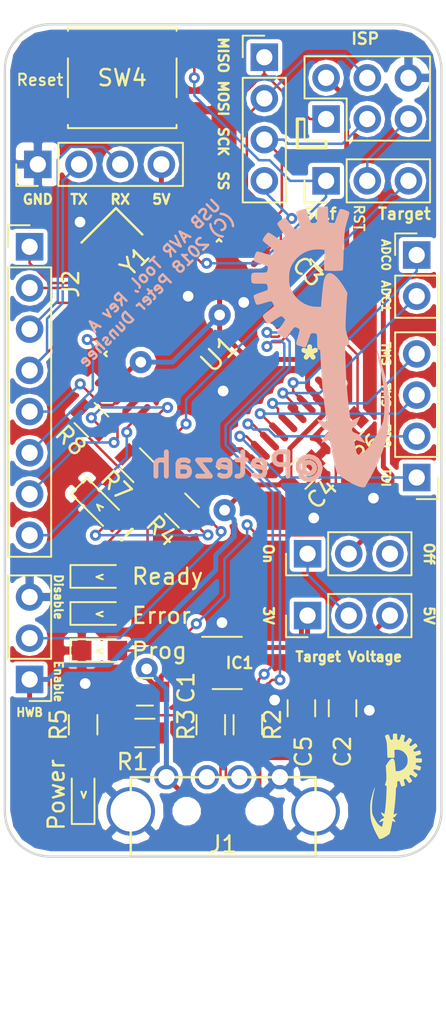
<source format=kicad_pcb>
(kicad_pcb (version 4) (host pcbnew 4.0.6)

  (general
    (links 90)
    (no_connects 0)
    (area 144.550001 68.805174 200.215334 149.219001)
    (thickness 1.6)
    (drawings 55)
    (tracks 456)
    (zones 0)
    (modules 35)
    (nets 49)
  )

  (page A4)
  (title_block
    (title "USB AVR Tool")
    (date 2018-05-23)
    (rev A)
    (company Petezah)
  )

  (layers
    (0 F.Cu signal)
    (31 B.Cu signal)
    (32 B.Adhes user)
    (33 F.Adhes user)
    (34 B.Paste user)
    (35 F.Paste user)
    (36 B.SilkS user)
    (37 F.SilkS user)
    (38 B.Mask user)
    (39 F.Mask user)
    (40 Dwgs.User user hide)
    (41 Cmts.User user)
    (42 Eco1.User user)
    (43 Eco2.User user)
    (44 Edge.Cuts user)
    (45 Margin user hide)
    (46 B.CrtYd user hide)
    (47 F.CrtYd user hide)
    (48 B.Fab user hide)
    (49 F.Fab user hide)
  )

  (setup
    (last_trace_width 0.1524)
    (trace_clearance 0.1524)
    (zone_clearance 0.254)
    (zone_45_only no)
    (trace_min 0.1524)
    (segment_width 0.2)
    (edge_width 0.15)
    (via_size 0.6858)
    (via_drill 0.3302)
    (via_min_size 0.6858)
    (via_min_drill 0.254)
    (uvia_size 0.6858)
    (uvia_drill 0.3302)
    (uvias_allowed no)
    (uvia_min_size 0)
    (uvia_min_drill 0)
    (pcb_text_width 0.3)
    (pcb_text_size 1.5 1.5)
    (mod_edge_width 0.15)
    (mod_text_size 1 1)
    (mod_text_width 0.15)
    (pad_size 1.524 1.524)
    (pad_drill 0.762)
    (pad_to_mask_clearance 0.0508)
    (aux_axis_origin 0 0)
    (visible_elements 7FFFFFFF)
    (pcbplotparams
      (layerselection 0x00030_80000001)
      (usegerberextensions false)
      (excludeedgelayer true)
      (linewidth 0.100000)
      (plotframeref false)
      (viasonmask false)
      (mode 1)
      (useauxorigin false)
      (hpglpennumber 1)
      (hpglpenspeed 20)
      (hpglpendiameter 15)
      (hpglpenoverlay 2)
      (psnegative false)
      (psa4output false)
      (plotreference true)
      (plotvalue true)
      (plotinvisibletext false)
      (padsonsilk false)
      (subtractmaskfromsilk false)
      (outputformat 1)
      (mirror false)
      (drillshape 1)
      (scaleselection 1)
      (outputdirectory ""))
  )

  (net 0 "")
  (net 1 +5V)
  (net 2 GND)
  (net 3 "Net-(C3-Pad1)")
  (net 4 +3V3)
  (net 5 /MISO)
  (net 6 VCC)
  (net 7 /SCK)
  (net 8 /MOSI)
  (net 9 /ISP_RST)
  (net 10 "Net-(D1-Pad2)")
  (net 11 "Net-(D2-Pad2)")
  (net 12 "Net-(D3-Pad2)")
  (net 13 "Net-(D4-Pad2)")
  (net 14 "Net-(D5-Pad2)")
  (net 15 "Net-(IC1-Pad3)")
  (net 16 "Net-(IC1-Pad4)")
  (net 17 /PD0)
  (net 18 /PD1)
  (net 19 /PD4)
  (net 20 /PD5)
  (net 21 /PD6)
  (net 22 /PD7)
  (net 23 /JTAG_TDI)
  (net 24 /JTAG_TDO)
  (net 25 /JTAG_TMS)
  (net 26 /JTAG_TCK)
  (net 27 /ADC0)
  (net 28 /ADC1)
  (net 29 /SPI_SS)
  (net 30 /LED_STATUS)
  (net 31 /LED_PMODE)
  (net 32 /LED_HEARTBEAT)
  (net 33 /LED_ERR)
  (net 34 /HWB)
  (net 35 /RST)
  (net 36 /TARGET_RST)
  (net 37 "Net-(U1-Pad12)")
  (net 38 "Net-(U1-Pad16)")
  (net 39 "Net-(U1-Pad17)")
  (net 40 "Net-(U1-Pad31)")
  (net 41 /PD2/RX)
  (net 42 /PD3/TX)
  (net 43 "Net-(J8-Pad1)")
  (net 44 "Net-(J8-Pad3)")
  (net 45 /USB_D-)
  (net 46 /USB_D+)
  (net 47 /D+)
  (net 48 /D-)

  (net_class Default "This is the default net class."
    (clearance 0.1524)
    (trace_width 0.1524)
    (via_dia 0.6858)
    (via_drill 0.3302)
    (uvia_dia 0.6858)
    (uvia_drill 0.3302)
    (add_net /ADC0)
    (add_net /ADC1)
    (add_net /D+)
    (add_net /D-)
    (add_net /HWB)
    (add_net /ISP_RST)
    (add_net /JTAG_TCK)
    (add_net /JTAG_TDI)
    (add_net /JTAG_TDO)
    (add_net /JTAG_TMS)
    (add_net /LED_ERR)
    (add_net /LED_HEARTBEAT)
    (add_net /LED_PMODE)
    (add_net /LED_STATUS)
    (add_net /MISO)
    (add_net /MOSI)
    (add_net /PD0)
    (add_net /PD1)
    (add_net /PD2/RX)
    (add_net /PD3/TX)
    (add_net /PD4)
    (add_net /PD5)
    (add_net /PD6)
    (add_net /PD7)
    (add_net /RST)
    (add_net /SCK)
    (add_net /SPI_SS)
    (add_net /TARGET_RST)
    (add_net /USB_D+)
    (add_net /USB_D-)
    (add_net "Net-(C3-Pad1)")
    (add_net "Net-(D1-Pad2)")
    (add_net "Net-(D2-Pad2)")
    (add_net "Net-(D3-Pad2)")
    (add_net "Net-(D4-Pad2)")
    (add_net "Net-(D5-Pad2)")
    (add_net "Net-(IC1-Pad3)")
    (add_net "Net-(IC1-Pad4)")
    (add_net "Net-(J8-Pad1)")
    (add_net "Net-(J8-Pad3)")
    (add_net "Net-(U1-Pad12)")
    (add_net "Net-(U1-Pad16)")
    (add_net "Net-(U1-Pad17)")
    (add_net "Net-(U1-Pad31)")
  )

  (net_class Power ""
    (clearance 0.254)
    (trace_width 0.3048)
    (via_dia 1.3716)
    (via_drill 0.6604)
    (uvia_dia 1.3716)
    (uvia_drill 0.6604)
    (add_net +3V3)
    (add_net +5V)
    (add_net GND)
    (add_net VCC)
  )

  (module kicad-libs:ATmega32u4-TQFP44 (layer F.Cu) (tedit 0) (tstamp 5AF5AA07)
    (at 183.896 107.696 225)
    (tags "TQFP TQFP-44 TQFP44")
    (path /5AF25654)
    (fp_text reference U1 (at 0 0 225) (layer F.SilkS)
      (effects (font (size 1.2 1.2) (thickness 0.15)))
    )
    (fp_text value ATMEGA32U4-AU (at 0 7.95 225) (layer F.Fab)
      (effects (font (size 1.2 1.2) (thickness 0.15)))
    )
    (fp_line (start -5 -4.8) (end -4.8 -5) (layer F.SilkS) (width 0.15))
    (fp_line (start 4.8 -5) (end 5 -5) (layer F.SilkS) (width 0.15))
    (fp_line (start 5 -5) (end 5 -4.8) (layer F.SilkS) (width 0.15))
    (fp_line (start -4.8 5) (end -5 5) (layer F.SilkS) (width 0.15))
    (fp_line (start -5 5) (end -5 4.8) (layer F.SilkS) (width 0.15))
    (fp_line (start 4.8 5) (end 5 5) (layer F.SilkS) (width 0.15))
    (fp_line (start 5 5) (end 5 4.8) (layer F.SilkS) (width 0.15))
    (fp_line (start -6.75 -6.75) (end 6.75 -6.75) (layer F.CrtYd) (width 0.15))
    (fp_line (start 6.75 -6.75) (end 6.75 6.75) (layer F.CrtYd) (width 0.15))
    (fp_line (start 6.75 6.75) (end -6.75 6.75) (layer F.CrtYd) (width 0.15))
    (fp_line (start -6.75 6.75) (end -6.75 -6.75) (layer F.CrtYd) (width 0.15))
    (pad 1 smd oval (at -6 -4 315) (size 0.4 1.5) (layers F.Cu F.Paste F.Mask)
      (net 31 /LED_PMODE))
    (pad 2 smd oval (at -6 -3.2 315) (size 0.4 1.5) (layers F.Cu F.Paste F.Mask)
      (net 1 +5V))
    (pad 3 smd oval (at -6 -2.4 315) (size 0.4 1.5) (layers F.Cu F.Paste F.Mask)
      (net 48 /D-))
    (pad 4 smd oval (at -6 -1.6 315) (size 0.4 1.5) (layers F.Cu F.Paste F.Mask)
      (net 47 /D+))
    (pad 5 smd oval (at -6 -0.8 315) (size 0.4 1.5) (layers F.Cu F.Paste F.Mask)
      (net 2 GND))
    (pad 6 smd oval (at -6 0 315) (size 0.4 1.5) (layers F.Cu F.Paste F.Mask)
      (net 3 "Net-(C3-Pad1)"))
    (pad 7 smd oval (at -6 0.8 315) (size 0.4 1.5) (layers F.Cu F.Paste F.Mask)
      (net 1 +5V))
    (pad 8 smd oval (at -6 1.6 315) (size 0.4 1.5) (layers F.Cu F.Paste F.Mask)
      (net 29 /SPI_SS))
    (pad 9 smd oval (at -6 2.4 315) (size 0.4 1.5) (layers F.Cu F.Paste F.Mask)
      (net 7 /SCK))
    (pad 10 smd oval (at -6 3.2 315) (size 0.4 1.5) (layers F.Cu F.Paste F.Mask)
      (net 8 /MOSI))
    (pad 11 smd oval (at -6 4 315) (size 0.4 1.5) (layers F.Cu F.Paste F.Mask)
      (net 5 /MISO))
    (pad 12 smd oval (at -4 6 225) (size 0.4 1.5) (layers F.Cu F.Paste F.Mask)
      (net 37 "Net-(U1-Pad12)"))
    (pad 13 smd oval (at -3.2 6 225) (size 0.4 1.5) (layers F.Cu F.Paste F.Mask)
      (net 35 /RST))
    (pad 14 smd oval (at -2.4 6 225) (size 0.4 1.5) (layers F.Cu F.Paste F.Mask)
      (net 1 +5V))
    (pad 15 smd oval (at -1.6 6 225) (size 0.4 1.5) (layers F.Cu F.Paste F.Mask)
      (net 2 GND))
    (pad 16 smd oval (at -0.8 6 225) (size 0.4 1.5) (layers F.Cu F.Paste F.Mask)
      (net 38 "Net-(U1-Pad16)"))
    (pad 17 smd oval (at 0 6 225) (size 0.4 1.5) (layers F.Cu F.Paste F.Mask)
      (net 39 "Net-(U1-Pad17)"))
    (pad 18 smd oval (at 0.8 6 225) (size 0.4 1.5) (layers F.Cu F.Paste F.Mask)
      (net 17 /PD0))
    (pad 19 smd oval (at 1.6 6 225) (size 0.4 1.5) (layers F.Cu F.Paste F.Mask)
      (net 18 /PD1))
    (pad 20 smd oval (at 2.4 6 225) (size 0.4 1.5) (layers F.Cu F.Paste F.Mask)
      (net 41 /PD2/RX))
    (pad 21 smd oval (at 3.2 6 225) (size 0.4 1.5) (layers F.Cu F.Paste F.Mask)
      (net 42 /PD3/TX))
    (pad 22 smd oval (at 4 6 225) (size 0.4 1.5) (layers F.Cu F.Paste F.Mask)
      (net 20 /PD5))
    (pad 23 smd oval (at 6 4 315) (size 0.4 1.5) (layers F.Cu F.Paste F.Mask)
      (net 2 GND))
    (pad 24 smd oval (at 6 3.2 315) (size 0.4 1.5) (layers F.Cu F.Paste F.Mask)
      (net 1 +5V))
    (pad 25 smd oval (at 6 2.4 315) (size 0.4 1.5) (layers F.Cu F.Paste F.Mask)
      (net 19 /PD4))
    (pad 26 smd oval (at 6 1.6 315) (size 0.4 1.5) (layers F.Cu F.Paste F.Mask)
      (net 21 /PD6))
    (pad 27 smd oval (at 6 0.8 315) (size 0.4 1.5) (layers F.Cu F.Paste F.Mask)
      (net 22 /PD7))
    (pad 28 smd oval (at 6 0 315) (size 0.4 1.5) (layers F.Cu F.Paste F.Mask)
      (net 33 /LED_ERR))
    (pad 29 smd oval (at 6 -0.8 315) (size 0.4 1.5) (layers F.Cu F.Paste F.Mask)
      (net 32 /LED_HEARTBEAT))
    (pad 30 smd oval (at 6 -1.6 315) (size 0.4 1.5) (layers F.Cu F.Paste F.Mask)
      (net 36 /TARGET_RST))
    (pad 31 smd oval (at 6 -2.4 315) (size 0.4 1.5) (layers F.Cu F.Paste F.Mask)
      (net 40 "Net-(U1-Pad31)"))
    (pad 32 smd oval (at 6 -3.2 315) (size 0.4 1.5) (layers F.Cu F.Paste F.Mask)
      (net 30 /LED_STATUS))
    (pad 33 smd oval (at 6 -4 315) (size 0.4 1.5) (layers F.Cu F.Paste F.Mask)
      (net 34 /HWB))
    (pad 34 smd oval (at 4 -6 225) (size 0.4 1.5) (layers F.Cu F.Paste F.Mask)
      (net 1 +5V))
    (pad 35 smd oval (at 3.2 -6 225) (size 0.4 1.5) (layers F.Cu F.Paste F.Mask)
      (net 2 GND))
    (pad 36 smd oval (at 2.4 -6 225) (size 0.4 1.5) (layers F.Cu F.Paste F.Mask)
      (net 23 /JTAG_TDI))
    (pad 37 smd oval (at 1.6 -6 225) (size 0.4 1.5) (layers F.Cu F.Paste F.Mask)
      (net 24 /JTAG_TDO))
    (pad 38 smd oval (at 0.8 -6 225) (size 0.4 1.5) (layers F.Cu F.Paste F.Mask)
      (net 25 /JTAG_TMS))
    (pad 39 smd oval (at 0 -6 225) (size 0.4 1.5) (layers F.Cu F.Paste F.Mask)
      (net 26 /JTAG_TCK))
    (pad 40 smd oval (at -0.8 -6 225) (size 0.4 1.5) (layers F.Cu F.Paste F.Mask)
      (net 28 /ADC1))
    (pad 41 smd oval (at -1.6 -6 225) (size 0.4 1.5) (layers F.Cu F.Paste F.Mask)
      (net 27 /ADC0))
    (pad 42 smd oval (at -2.4 -6 225) (size 0.4 1.5) (layers F.Cu F.Paste F.Mask)
      (net 1 +5V))
    (pad 43 smd oval (at -3.2 -6 225) (size 0.4 1.5) (layers F.Cu F.Paste F.Mask)
      (net 2 GND))
    (pad 44 smd oval (at -4 -6 225) (size 0.4 1.5) (layers F.Cu F.Paste F.Mask)
      (net 1 +5V))
  )

  (module Capacitors_SMD:C_0805 (layer F.Cu) (tedit 58AA8463) (tstamp 5AF5A75C)
    (at 179.324 128.524 180)
    (descr "Capacitor SMD 0805, reflow soldering, AVX (see smccp.pdf)")
    (tags "capacitor 0805")
    (path /5AEFD510)
    (attr smd)
    (fp_text reference C1 (at -2.54 0.254 450) (layer F.SilkS)
      (effects (font (size 1 1) (thickness 0.15)))
    )
    (fp_text value 10uF (at 0 1.75 180) (layer F.Fab)
      (effects (font (size 1 1) (thickness 0.15)))
    )
    (fp_text user %R (at 0 -1.5 180) (layer F.Fab)
      (effects (font (size 1 1) (thickness 0.15)))
    )
    (fp_line (start -1 0.62) (end -1 -0.62) (layer F.Fab) (width 0.1))
    (fp_line (start 1 0.62) (end -1 0.62) (layer F.Fab) (width 0.1))
    (fp_line (start 1 -0.62) (end 1 0.62) (layer F.Fab) (width 0.1))
    (fp_line (start -1 -0.62) (end 1 -0.62) (layer F.Fab) (width 0.1))
    (fp_line (start 0.5 -0.85) (end -0.5 -0.85) (layer F.SilkS) (width 0.12))
    (fp_line (start -0.5 0.85) (end 0.5 0.85) (layer F.SilkS) (width 0.12))
    (fp_line (start -1.75 -0.88) (end 1.75 -0.88) (layer F.CrtYd) (width 0.05))
    (fp_line (start -1.75 -0.88) (end -1.75 0.87) (layer F.CrtYd) (width 0.05))
    (fp_line (start 1.75 0.87) (end 1.75 -0.88) (layer F.CrtYd) (width 0.05))
    (fp_line (start 1.75 0.87) (end -1.75 0.87) (layer F.CrtYd) (width 0.05))
    (pad 1 smd rect (at -1 0 180) (size 1 1.25) (layers F.Cu F.Paste F.Mask)
      (net 1 +5V))
    (pad 2 smd rect (at 1 0 180) (size 1 1.25) (layers F.Cu F.Paste F.Mask)
      (net 2 GND))
    (model Capacitors_SMD.3dshapes/C_0805.wrl
      (at (xyz 0 0 0))
      (scale (xyz 1 1 1))
      (rotate (xyz 0 0 0))
    )
  )

  (module Capacitors_SMD:C_0805 (layer F.Cu) (tedit 58AA8463) (tstamp 5AF5A76D)
    (at 191.516 129.54 270)
    (descr "Capacitor SMD 0805, reflow soldering, AVX (see smccp.pdf)")
    (tags "capacitor 0805")
    (path /5AE0EEC5)
    (attr smd)
    (fp_text reference C2 (at 2.667 0 270) (layer F.SilkS)
      (effects (font (size 1 1) (thickness 0.15)))
    )
    (fp_text value 0.1uF (at 0 1.75 270) (layer F.Fab)
      (effects (font (size 1 1) (thickness 0.15)))
    )
    (fp_text user %R (at 0 -1.5 270) (layer F.Fab)
      (effects (font (size 1 1) (thickness 0.15)))
    )
    (fp_line (start -1 0.62) (end -1 -0.62) (layer F.Fab) (width 0.1))
    (fp_line (start 1 0.62) (end -1 0.62) (layer F.Fab) (width 0.1))
    (fp_line (start 1 -0.62) (end 1 0.62) (layer F.Fab) (width 0.1))
    (fp_line (start -1 -0.62) (end 1 -0.62) (layer F.Fab) (width 0.1))
    (fp_line (start 0.5 -0.85) (end -0.5 -0.85) (layer F.SilkS) (width 0.12))
    (fp_line (start -0.5 0.85) (end 0.5 0.85) (layer F.SilkS) (width 0.12))
    (fp_line (start -1.75 -0.88) (end 1.75 -0.88) (layer F.CrtYd) (width 0.05))
    (fp_line (start -1.75 -0.88) (end -1.75 0.87) (layer F.CrtYd) (width 0.05))
    (fp_line (start 1.75 0.87) (end 1.75 -0.88) (layer F.CrtYd) (width 0.05))
    (fp_line (start 1.75 0.87) (end -1.75 0.87) (layer F.CrtYd) (width 0.05))
    (pad 1 smd rect (at -1 0 270) (size 1 1.25) (layers F.Cu F.Paste F.Mask)
      (net 1 +5V))
    (pad 2 smd rect (at 1 0 270) (size 1 1.25) (layers F.Cu F.Paste F.Mask)
      (net 2 GND))
    (model Capacitors_SMD.3dshapes/C_0805.wrl
      (at (xyz 0 0 0))
      (scale (xyz 1 1 1))
      (rotate (xyz 0 0 0))
    )
  )

  (module Capacitors_SMD:C_0805 (layer F.Cu) (tedit 58AA8463) (tstamp 5AF5A77E)
    (at 190.5 101.6 315)
    (descr "Capacitor SMD 0805, reflow soldering, AVX (see smccp.pdf)")
    (tags "capacitor 0805")
    (path /5ADF9CD2)
    (attr smd)
    (fp_text reference C3 (at -0.089803 1.526644 315) (layer F.SilkS)
      (effects (font (size 1 1) (thickness 0.15)))
    )
    (fp_text value 0.1uF (at 0 1.75 315) (layer F.Fab)
      (effects (font (size 1 1) (thickness 0.15)))
    )
    (fp_text user %R (at 0 -1.5 315) (layer F.Fab)
      (effects (font (size 1 1) (thickness 0.15)))
    )
    (fp_line (start -1 0.62) (end -1 -0.62) (layer F.Fab) (width 0.1))
    (fp_line (start 1 0.62) (end -1 0.62) (layer F.Fab) (width 0.1))
    (fp_line (start 1 -0.62) (end 1 0.62) (layer F.Fab) (width 0.1))
    (fp_line (start -1 -0.62) (end 1 -0.62) (layer F.Fab) (width 0.1))
    (fp_line (start 0.5 -0.85) (end -0.5 -0.85) (layer F.SilkS) (width 0.12))
    (fp_line (start -0.5 0.85) (end 0.5 0.85) (layer F.SilkS) (width 0.12))
    (fp_line (start -1.75 -0.88) (end 1.75 -0.88) (layer F.CrtYd) (width 0.05))
    (fp_line (start -1.75 -0.88) (end -1.75 0.87) (layer F.CrtYd) (width 0.05))
    (fp_line (start 1.75 0.87) (end 1.75 -0.88) (layer F.CrtYd) (width 0.05))
    (fp_line (start 1.75 0.87) (end -1.75 0.87) (layer F.CrtYd) (width 0.05))
    (pad 1 smd rect (at -1 0 315) (size 1 1.25) (layers F.Cu F.Paste F.Mask)
      (net 3 "Net-(C3-Pad1)"))
    (pad 2 smd rect (at 1 0 315) (size 1 1.25) (layers F.Cu F.Paste F.Mask)
      (net 2 GND))
    (model Capacitors_SMD.3dshapes/C_0805.wrl
      (at (xyz 0 0 0))
      (scale (xyz 1 1 1))
      (rotate (xyz 0 0 0))
    )
  )

  (module Capacitors_SMD:C_0805 (layer F.Cu) (tedit 58AA8463) (tstamp 5AF5A78F)
    (at 188.976 115.062 45)
    (descr "Capacitor SMD 0805, reflow soldering, AVX (see smccp.pdf)")
    (tags "capacitor 0805")
    (path /5AE0EF25)
    (attr smd)
    (fp_text reference C4 (at 0 1.796051 45) (layer F.SilkS)
      (effects (font (size 1 1) (thickness 0.15)))
    )
    (fp_text value 10uF (at 0 1.75 45) (layer F.Fab)
      (effects (font (size 1 1) (thickness 0.15)))
    )
    (fp_text user %R (at 0 -1.5 45) (layer F.Fab)
      (effects (font (size 1 1) (thickness 0.15)))
    )
    (fp_line (start -1 0.62) (end -1 -0.62) (layer F.Fab) (width 0.1))
    (fp_line (start 1 0.62) (end -1 0.62) (layer F.Fab) (width 0.1))
    (fp_line (start 1 -0.62) (end 1 0.62) (layer F.Fab) (width 0.1))
    (fp_line (start -1 -0.62) (end 1 -0.62) (layer F.Fab) (width 0.1))
    (fp_line (start 0.5 -0.85) (end -0.5 -0.85) (layer F.SilkS) (width 0.12))
    (fp_line (start -0.5 0.85) (end 0.5 0.85) (layer F.SilkS) (width 0.12))
    (fp_line (start -1.75 -0.88) (end 1.75 -0.88) (layer F.CrtYd) (width 0.05))
    (fp_line (start -1.75 -0.88) (end -1.75 0.87) (layer F.CrtYd) (width 0.05))
    (fp_line (start 1.75 0.87) (end 1.75 -0.88) (layer F.CrtYd) (width 0.05))
    (fp_line (start 1.75 0.87) (end -1.75 0.87) (layer F.CrtYd) (width 0.05))
    (pad 1 smd rect (at -1 0 45) (size 1 1.25) (layers F.Cu F.Paste F.Mask)
      (net 1 +5V))
    (pad 2 smd rect (at 1 0 45) (size 1 1.25) (layers F.Cu F.Paste F.Mask)
      (net 2 GND))
    (model Capacitors_SMD.3dshapes/C_0805.wrl
      (at (xyz 0 0 0))
      (scale (xyz 1 1 1))
      (rotate (xyz 0 0 0))
    )
  )

  (module Capacitors_SMD:C_0805 (layer F.Cu) (tedit 58AA8463) (tstamp 5AF5A7A0)
    (at 188.976 129.54 270)
    (descr "Capacitor SMD 0805, reflow soldering, AVX (see smccp.pdf)")
    (tags "capacitor 0805")
    (path /5AEFD577)
    (attr smd)
    (fp_text reference C5 (at 2.667 -0.127 270) (layer F.SilkS)
      (effects (font (size 1 1) (thickness 0.15)))
    )
    (fp_text value 10uf (at 0 1.75 270) (layer F.Fab)
      (effects (font (size 1 1) (thickness 0.15)))
    )
    (fp_text user %R (at 0 -1.5 270) (layer F.Fab)
      (effects (font (size 1 1) (thickness 0.15)))
    )
    (fp_line (start -1 0.62) (end -1 -0.62) (layer F.Fab) (width 0.1))
    (fp_line (start 1 0.62) (end -1 0.62) (layer F.Fab) (width 0.1))
    (fp_line (start 1 -0.62) (end 1 0.62) (layer F.Fab) (width 0.1))
    (fp_line (start -1 -0.62) (end 1 -0.62) (layer F.Fab) (width 0.1))
    (fp_line (start 0.5 -0.85) (end -0.5 -0.85) (layer F.SilkS) (width 0.12))
    (fp_line (start -0.5 0.85) (end 0.5 0.85) (layer F.SilkS) (width 0.12))
    (fp_line (start -1.75 -0.88) (end 1.75 -0.88) (layer F.CrtYd) (width 0.05))
    (fp_line (start -1.75 -0.88) (end -1.75 0.87) (layer F.CrtYd) (width 0.05))
    (fp_line (start 1.75 0.87) (end 1.75 -0.88) (layer F.CrtYd) (width 0.05))
    (fp_line (start 1.75 0.87) (end -1.75 0.87) (layer F.CrtYd) (width 0.05))
    (pad 1 smd rect (at -1 0 270) (size 1 1.25) (layers F.Cu F.Paste F.Mask)
      (net 4 +3V3))
    (pad 2 smd rect (at 1 0 270) (size 1 1.25) (layers F.Cu F.Paste F.Mask)
      (net 2 GND))
    (model Capacitors_SMD.3dshapes/C_0805.wrl
      (at (xyz 0 0 0))
      (scale (xyz 1 1 1))
      (rotate (xyz 0 0 0))
    )
  )

  (module Pin_Headers:Pin_Header_Straight_2x03_Pitch2.54mm (layer F.Cu) (tedit 5B0336ED) (tstamp 5AF5A7BC)
    (at 190.5 93.218 90)
    (descr "Through hole straight pin header, 2x03, 2.54mm pitch, double rows")
    (tags "Through hole pin header THT 2x03 2.54mm double row")
    (path /5AECB9AB)
    (fp_text reference CON1 (at 5.08 2.54 180) (layer Dwgs.User)
      (effects (font (size 1 1) (thickness 0.15)))
    )
    (fp_text value AVR-ISP-6 (at 1.27 7.41 90) (layer F.Fab)
      (effects (font (size 1 1) (thickness 0.15)))
    )
    (fp_line (start 0 -1.27) (end 3.81 -1.27) (layer F.Fab) (width 0.1))
    (fp_line (start 3.81 -1.27) (end 3.81 6.35) (layer F.Fab) (width 0.1))
    (fp_line (start 3.81 6.35) (end -1.27 6.35) (layer F.Fab) (width 0.1))
    (fp_line (start -1.27 6.35) (end -1.27 0) (layer F.Fab) (width 0.1))
    (fp_line (start -1.27 0) (end 0 -1.27) (layer F.Fab) (width 0.1))
    (fp_line (start -1.33 6.41) (end 3.87 6.41) (layer F.SilkS) (width 0.12))
    (fp_line (start -1.33 1.27) (end -1.33 6.41) (layer F.SilkS) (width 0.12))
    (fp_line (start 3.87 -1.33) (end 3.87 6.41) (layer F.SilkS) (width 0.12))
    (fp_line (start -1.33 1.27) (end 1.27 1.27) (layer F.SilkS) (width 0.12))
    (fp_line (start 1.27 1.27) (end 1.27 -1.33) (layer F.SilkS) (width 0.12))
    (fp_line (start 1.27 -1.33) (end 3.87 -1.33) (layer F.SilkS) (width 0.12))
    (fp_line (start -1.33 0) (end -1.33 -1.33) (layer F.SilkS) (width 0.12))
    (fp_line (start -1.33 -1.33) (end 0 -1.33) (layer F.SilkS) (width 0.12))
    (fp_line (start -1.8 -1.8) (end -1.8 6.85) (layer F.CrtYd) (width 0.05))
    (fp_line (start -1.8 6.85) (end 4.35 6.85) (layer F.CrtYd) (width 0.05))
    (fp_line (start 4.35 6.85) (end 4.35 -1.8) (layer F.CrtYd) (width 0.05))
    (fp_line (start 4.35 -1.8) (end -1.8 -1.8) (layer F.CrtYd) (width 0.05))
    (fp_text user %R (at 1.27 2.54 180) (layer F.Fab)
      (effects (font (size 1 1) (thickness 0.15)))
    )
    (pad 1 thru_hole rect (at 0 0 90) (size 1.7 1.7) (drill 1) (layers *.Cu *.Mask)
      (net 5 /MISO))
    (pad 2 thru_hole oval (at 2.54 0 90) (size 1.7 1.7) (drill 1) (layers *.Cu *.Mask)
      (net 6 VCC))
    (pad 3 thru_hole oval (at 0 2.54 90) (size 1.7 1.7) (drill 1) (layers *.Cu *.Mask)
      (net 7 /SCK))
    (pad 4 thru_hole oval (at 2.54 2.54 90) (size 1.7 1.7) (drill 1) (layers *.Cu *.Mask)
      (net 8 /MOSI))
    (pad 5 thru_hole oval (at 0 5.08 90) (size 1.7 1.7) (drill 1) (layers *.Cu *.Mask)
      (net 9 /ISP_RST))
    (pad 6 thru_hole oval (at 2.54 5.08 90) (size 1.7 1.7) (drill 1) (layers *.Cu *.Mask)
      (net 2 GND))
    (model ${KISYS3DMOD}/Pin_Headers.3dshapes/Pin_Header_Straight_2x03_Pitch2.54mm.wrl
      (at (xyz 0 0 0))
      (scale (xyz 1 1 1))
      (rotate (xyz 0 0 0))
    )
  )

  (module LEDs:LED_0805 (layer F.Cu) (tedit 5B04844A) (tstamp 5AF5A7D2)
    (at 176.53 117.094 315)
    (descr "LED 0805 smd package")
    (tags "LED led 0805 SMD smd SMT smt smdled SMDLED smtled SMTLED")
    (path /5AF36573)
    (attr smd)
    (fp_text reference D1 (at 3.053287 0.179605 315) (layer F.Fab)
      (effects (font (size 1 1) (thickness 0.15)))
    )
    (fp_text value Red (at 2.694077 0.179605 315) (layer Dwgs.User)
      (effects (font (size 1 1) (thickness 0.15)))
    )
    (fp_line (start -1.8 -0.7) (end -1.8 0.7) (layer F.SilkS) (width 0.12))
    (fp_line (start -0.4 -0.4) (end -0.4 0.4) (layer F.Fab) (width 0.1))
    (fp_line (start -0.4 0) (end 0.2 -0.4) (layer F.Fab) (width 0.1))
    (fp_line (start 0.2 0.4) (end -0.4 0) (layer F.Fab) (width 0.1))
    (fp_line (start 0.2 -0.4) (end 0.2 0.4) (layer F.Fab) (width 0.1))
    (fp_line (start 1 0.6) (end -1 0.6) (layer F.Fab) (width 0.1))
    (fp_line (start 1 -0.6) (end 1 0.6) (layer F.Fab) (width 0.1))
    (fp_line (start -1 -0.6) (end 1 -0.6) (layer F.Fab) (width 0.1))
    (fp_line (start -1 0.6) (end -1 -0.6) (layer F.Fab) (width 0.1))
    (fp_line (start -1.8 0.7) (end 1 0.7) (layer F.SilkS) (width 0.12))
    (fp_line (start -1.8 -0.7) (end 1 -0.7) (layer F.SilkS) (width 0.12))
    (fp_line (start 1.95 -0.85) (end 1.95 0.85) (layer F.CrtYd) (width 0.05))
    (fp_line (start 1.95 0.85) (end -1.95 0.85) (layer F.CrtYd) (width 0.05))
    (fp_line (start -1.95 0.85) (end -1.95 -0.85) (layer F.CrtYd) (width 0.05))
    (fp_line (start -1.95 -0.85) (end 1.95 -0.85) (layer F.CrtYd) (width 0.05))
    (fp_text user %R (at 0 -1.25 315) (layer F.Fab)
      (effects (font (size 0.4 0.4) (thickness 0.1)))
    )
    (pad 2 smd rect (at 1.1 0 135) (size 1.2 1.2) (layers F.Cu F.Paste F.Mask)
      (net 10 "Net-(D1-Pad2)"))
    (pad 1 smd rect (at -1.1 0 135) (size 1.2 1.2) (layers F.Cu F.Paste F.Mask)
      (net 2 GND))
    (model ${KISYS3DMOD}/LEDs.3dshapes/LED_0805.wrl
      (at (xyz 0 0 0))
      (scale (xyz 1 1 1))
      (rotate (xyz 0 0 180))
    )
  )

  (module LEDs:LED_0805 (layer F.Cu) (tedit 5B04841B) (tstamp 5AF5A7E8)
    (at 175.514 134.874 90)
    (descr "LED 0805 smd package")
    (tags "LED led 0805 SMD smd SMT smt smdled SMDLED smtled SMTLED")
    (path /5AF369C9)
    (attr smd)
    (fp_text reference D2 (at -2.794 0 180) (layer F.Fab)
      (effects (font (size 1 1) (thickness 0.15)))
    )
    (fp_text value Blue (at 0.127 -1.651 90) (layer Dwgs.User)
      (effects (font (size 1 1) (thickness 0.15)))
    )
    (fp_line (start -1.8 -0.7) (end -1.8 0.7) (layer F.SilkS) (width 0.12))
    (fp_line (start -0.4 -0.4) (end -0.4 0.4) (layer F.Fab) (width 0.1))
    (fp_line (start -0.4 0) (end 0.2 -0.4) (layer F.Fab) (width 0.1))
    (fp_line (start 0.2 0.4) (end -0.4 0) (layer F.Fab) (width 0.1))
    (fp_line (start 0.2 -0.4) (end 0.2 0.4) (layer F.Fab) (width 0.1))
    (fp_line (start 1 0.6) (end -1 0.6) (layer F.Fab) (width 0.1))
    (fp_line (start 1 -0.6) (end 1 0.6) (layer F.Fab) (width 0.1))
    (fp_line (start -1 -0.6) (end 1 -0.6) (layer F.Fab) (width 0.1))
    (fp_line (start -1 0.6) (end -1 -0.6) (layer F.Fab) (width 0.1))
    (fp_line (start -1.8 0.7) (end 1 0.7) (layer F.SilkS) (width 0.12))
    (fp_line (start -1.8 -0.7) (end 1 -0.7) (layer F.SilkS) (width 0.12))
    (fp_line (start 1.95 -0.85) (end 1.95 0.85) (layer F.CrtYd) (width 0.05))
    (fp_line (start 1.95 0.85) (end -1.95 0.85) (layer F.CrtYd) (width 0.05))
    (fp_line (start -1.95 0.85) (end -1.95 -0.85) (layer F.CrtYd) (width 0.05))
    (fp_line (start -1.95 -0.85) (end 1.95 -0.85) (layer F.CrtYd) (width 0.05))
    (fp_text user %R (at 0 -1.25 90) (layer F.Fab)
      (effects (font (size 0.4 0.4) (thickness 0.1)))
    )
    (pad 2 smd rect (at 1.1 0 270) (size 1.2 1.2) (layers F.Cu F.Paste F.Mask)
      (net 11 "Net-(D2-Pad2)"))
    (pad 1 smd rect (at -1.1 0 270) (size 1.2 1.2) (layers F.Cu F.Paste F.Mask)
      (net 2 GND))
    (model ${KISYS3DMOD}/LEDs.3dshapes/LED_0805.wrl
      (at (xyz 0 0 0))
      (scale (xyz 1 1 1))
      (rotate (xyz 0 0 180))
    )
  )

  (module LEDs:LED_0805 (layer F.Cu) (tedit 5B048436) (tstamp 5AF5A7FE)
    (at 176.53 125.984)
    (descr "LED 0805 smd package")
    (tags "LED led 0805 SMD smd SMT smt smdled SMDLED smtled SMTLED")
    (path /5AF4719E)
    (attr smd)
    (fp_text reference D3 (at 3.048 0) (layer F.Fab)
      (effects (font (size 1 1) (thickness 0.15)))
    )
    (fp_text value Yellow (at 3.81 0) (layer Dwgs.User)
      (effects (font (size 1 1) (thickness 0.15)))
    )
    (fp_line (start -1.8 -0.7) (end -1.8 0.7) (layer F.SilkS) (width 0.12))
    (fp_line (start -0.4 -0.4) (end -0.4 0.4) (layer F.Fab) (width 0.1))
    (fp_line (start -0.4 0) (end 0.2 -0.4) (layer F.Fab) (width 0.1))
    (fp_line (start 0.2 0.4) (end -0.4 0) (layer F.Fab) (width 0.1))
    (fp_line (start 0.2 -0.4) (end 0.2 0.4) (layer F.Fab) (width 0.1))
    (fp_line (start 1 0.6) (end -1 0.6) (layer F.Fab) (width 0.1))
    (fp_line (start 1 -0.6) (end 1 0.6) (layer F.Fab) (width 0.1))
    (fp_line (start -1 -0.6) (end 1 -0.6) (layer F.Fab) (width 0.1))
    (fp_line (start -1 0.6) (end -1 -0.6) (layer F.Fab) (width 0.1))
    (fp_line (start -1.8 0.7) (end 1 0.7) (layer F.SilkS) (width 0.12))
    (fp_line (start -1.8 -0.7) (end 1 -0.7) (layer F.SilkS) (width 0.12))
    (fp_line (start 1.95 -0.85) (end 1.95 0.85) (layer F.CrtYd) (width 0.05))
    (fp_line (start 1.95 0.85) (end -1.95 0.85) (layer F.CrtYd) (width 0.05))
    (fp_line (start -1.95 0.85) (end -1.95 -0.85) (layer F.CrtYd) (width 0.05))
    (fp_line (start -1.95 -0.85) (end 1.95 -0.85) (layer F.CrtYd) (width 0.05))
    (fp_text user %R (at 0 -1.25) (layer F.Fab)
      (effects (font (size 0.4 0.4) (thickness 0.1)))
    )
    (pad 2 smd rect (at 1.1 0 180) (size 1.2 1.2) (layers F.Cu F.Paste F.Mask)
      (net 12 "Net-(D3-Pad2)"))
    (pad 1 smd rect (at -1.1 0 180) (size 1.2 1.2) (layers F.Cu F.Paste F.Mask)
      (net 2 GND))
    (model ${KISYS3DMOD}/LEDs.3dshapes/LED_0805.wrl
      (at (xyz 0 0 0))
      (scale (xyz 1 1 1))
      (rotate (xyz 0 0 180))
    )
  )

  (module LEDs:LED_0805 (layer F.Cu) (tedit 5B04842E) (tstamp 5AF5A814)
    (at 176.53 121.412)
    (descr "LED 0805 smd package")
    (tags "LED led 0805 SMD smd SMT smt smdled SMDLED smtled SMTLED")
    (path /5AF4724F)
    (attr smd)
    (fp_text reference D4 (at 3.048 0) (layer F.Fab)
      (effects (font (size 1 1) (thickness 0.15)))
    )
    (fp_text value Green (at 4.318 0) (layer Dwgs.User)
      (effects (font (size 1 1) (thickness 0.15)))
    )
    (fp_line (start -1.8 -0.7) (end -1.8 0.7) (layer F.SilkS) (width 0.12))
    (fp_line (start -0.4 -0.4) (end -0.4 0.4) (layer F.Fab) (width 0.1))
    (fp_line (start -0.4 0) (end 0.2 -0.4) (layer F.Fab) (width 0.1))
    (fp_line (start 0.2 0.4) (end -0.4 0) (layer F.Fab) (width 0.1))
    (fp_line (start 0.2 -0.4) (end 0.2 0.4) (layer F.Fab) (width 0.1))
    (fp_line (start 1 0.6) (end -1 0.6) (layer F.Fab) (width 0.1))
    (fp_line (start 1 -0.6) (end 1 0.6) (layer F.Fab) (width 0.1))
    (fp_line (start -1 -0.6) (end 1 -0.6) (layer F.Fab) (width 0.1))
    (fp_line (start -1 0.6) (end -1 -0.6) (layer F.Fab) (width 0.1))
    (fp_line (start -1.8 0.7) (end 1 0.7) (layer F.SilkS) (width 0.12))
    (fp_line (start -1.8 -0.7) (end 1 -0.7) (layer F.SilkS) (width 0.12))
    (fp_line (start 1.95 -0.85) (end 1.95 0.85) (layer F.CrtYd) (width 0.05))
    (fp_line (start 1.95 0.85) (end -1.95 0.85) (layer F.CrtYd) (width 0.05))
    (fp_line (start -1.95 0.85) (end -1.95 -0.85) (layer F.CrtYd) (width 0.05))
    (fp_line (start -1.95 -0.85) (end 1.95 -0.85) (layer F.CrtYd) (width 0.05))
    (fp_text user %R (at 0 -1.25) (layer F.Fab)
      (effects (font (size 0.4 0.4) (thickness 0.1)))
    )
    (pad 2 smd rect (at 1.1 0 180) (size 1.2 1.2) (layers F.Cu F.Paste F.Mask)
      (net 13 "Net-(D4-Pad2)"))
    (pad 1 smd rect (at -1.1 0 180) (size 1.2 1.2) (layers F.Cu F.Paste F.Mask)
      (net 2 GND))
    (model ${KISYS3DMOD}/LEDs.3dshapes/LED_0805.wrl
      (at (xyz 0 0 0))
      (scale (xyz 1 1 1))
      (rotate (xyz 0 0 180))
    )
  )

  (module LEDs:LED_0805 (layer F.Cu) (tedit 5B048432) (tstamp 5AF5A82A)
    (at 176.53 123.698)
    (descr "LED 0805 smd package")
    (tags "LED led 0805 SMD smd SMT smt smdled SMDLED smtled SMTLED")
    (path /5AF472E9)
    (attr smd)
    (fp_text reference D5 (at 3.048 0) (layer F.Fab)
      (effects (font (size 1 1) (thickness 0.15)))
    )
    (fp_text value Red (at 3.81 0) (layer Dwgs.User)
      (effects (font (size 1 1) (thickness 0.15)))
    )
    (fp_line (start -1.8 -0.7) (end -1.8 0.7) (layer F.SilkS) (width 0.12))
    (fp_line (start -0.4 -0.4) (end -0.4 0.4) (layer F.Fab) (width 0.1))
    (fp_line (start -0.4 0) (end 0.2 -0.4) (layer F.Fab) (width 0.1))
    (fp_line (start 0.2 0.4) (end -0.4 0) (layer F.Fab) (width 0.1))
    (fp_line (start 0.2 -0.4) (end 0.2 0.4) (layer F.Fab) (width 0.1))
    (fp_line (start 1 0.6) (end -1 0.6) (layer F.Fab) (width 0.1))
    (fp_line (start 1 -0.6) (end 1 0.6) (layer F.Fab) (width 0.1))
    (fp_line (start -1 -0.6) (end 1 -0.6) (layer F.Fab) (width 0.1))
    (fp_line (start -1 0.6) (end -1 -0.6) (layer F.Fab) (width 0.1))
    (fp_line (start -1.8 0.7) (end 1 0.7) (layer F.SilkS) (width 0.12))
    (fp_line (start -1.8 -0.7) (end 1 -0.7) (layer F.SilkS) (width 0.12))
    (fp_line (start 1.95 -0.85) (end 1.95 0.85) (layer F.CrtYd) (width 0.05))
    (fp_line (start 1.95 0.85) (end -1.95 0.85) (layer F.CrtYd) (width 0.05))
    (fp_line (start -1.95 0.85) (end -1.95 -0.85) (layer F.CrtYd) (width 0.05))
    (fp_line (start -1.95 -0.85) (end 1.95 -0.85) (layer F.CrtYd) (width 0.05))
    (fp_text user %R (at 0 -1.25) (layer F.Fab)
      (effects (font (size 0.4 0.4) (thickness 0.1)))
    )
    (pad 2 smd rect (at 1.1 0 180) (size 1.2 1.2) (layers F.Cu F.Paste F.Mask)
      (net 14 "Net-(D5-Pad2)"))
    (pad 1 smd rect (at -1.1 0 180) (size 1.2 1.2) (layers F.Cu F.Paste F.Mask)
      (net 2 GND))
    (model ${KISYS3DMOD}/LEDs.3dshapes/LED_0805.wrl
      (at (xyz 0 0 0))
      (scale (xyz 1 1 1))
      (rotate (xyz 0 0 180))
    )
  )

  (module TO_SOT_Packages_SMD:SOT-23-5 (layer F.Cu) (tedit 5B01D805) (tstamp 5AF5A83F)
    (at 184.404 126.746)
    (descr "5-pin SOT23 package")
    (tags SOT-23-5)
    (path /5AEFB013)
    (attr smd)
    (fp_text reference IC1 (at 0.762 0) (layer F.SilkS)
      (effects (font (size 0.7 0.7) (thickness 0.15)))
    )
    (fp_text value MIC5225-3.3 (at 0 2.9) (layer F.Fab)
      (effects (font (size 1 1) (thickness 0.15)))
    )
    (fp_text user %R (at 0 0 90) (layer F.Fab)
      (effects (font (size 0.5 0.5) (thickness 0.075)))
    )
    (fp_line (start -0.9 1.61) (end 0.9 1.61) (layer F.SilkS) (width 0.12))
    (fp_line (start 0.9 -1.61) (end -1.55 -1.61) (layer F.SilkS) (width 0.12))
    (fp_line (start -1.9 -1.8) (end 1.9 -1.8) (layer F.CrtYd) (width 0.05))
    (fp_line (start 1.9 -1.8) (end 1.9 1.8) (layer F.CrtYd) (width 0.05))
    (fp_line (start 1.9 1.8) (end -1.9 1.8) (layer F.CrtYd) (width 0.05))
    (fp_line (start -1.9 1.8) (end -1.9 -1.8) (layer F.CrtYd) (width 0.05))
    (fp_line (start -0.9 -0.9) (end -0.25 -1.55) (layer F.Fab) (width 0.1))
    (fp_line (start 0.9 -1.55) (end -0.25 -1.55) (layer F.Fab) (width 0.1))
    (fp_line (start -0.9 -0.9) (end -0.9 1.55) (layer F.Fab) (width 0.1))
    (fp_line (start 0.9 1.55) (end -0.9 1.55) (layer F.Fab) (width 0.1))
    (fp_line (start 0.9 -1.55) (end 0.9 1.55) (layer F.Fab) (width 0.1))
    (pad 1 smd rect (at -1.1 -0.95) (size 1.06 0.65) (layers F.Cu F.Paste F.Mask)
      (net 1 +5V))
    (pad 2 smd rect (at -1.1 0) (size 1.06 0.65) (layers F.Cu F.Paste F.Mask)
      (net 2 GND))
    (pad 3 smd rect (at -1.1 0.95) (size 1.06 0.65) (layers F.Cu F.Paste F.Mask)
      (net 15 "Net-(IC1-Pad3)"))
    (pad 4 smd rect (at 1.1 0.95) (size 1.06 0.65) (layers F.Cu F.Paste F.Mask)
      (net 16 "Net-(IC1-Pad4)"))
    (pad 5 smd rect (at 1.1 -0.95) (size 1.06 0.65) (layers F.Cu F.Paste F.Mask)
      (net 4 +3V3))
    (model ${KISYS3DMOD}/TO_SOT_Packages_SMD.3dshapes/SOT-23-5.wrl
      (at (xyz 0 0 0))
      (scale (xyz 1 1 1))
      (rotate (xyz 0 0 0))
    )
  )

  (module Pin_Headers:Pin_Header_Straight_1x08_Pitch2.54mm (layer F.Cu) (tedit 59650532) (tstamp 5AF5A86F)
    (at 172.212 101.092)
    (descr "Through hole straight pin header, 1x08, 2.54mm pitch, single row")
    (tags "Through hole pin header THT 1x08 2.54mm single row")
    (path /5AF210C2)
    (fp_text reference J2 (at 2.54 2.286 270) (layer F.SilkS)
      (effects (font (size 1 1) (thickness 0.15)))
    )
    (fp_text value PORTD (at 0 20.11) (layer F.Fab)
      (effects (font (size 1 1) (thickness 0.15)))
    )
    (fp_line (start -0.635 -1.27) (end 1.27 -1.27) (layer F.Fab) (width 0.1))
    (fp_line (start 1.27 -1.27) (end 1.27 19.05) (layer F.Fab) (width 0.1))
    (fp_line (start 1.27 19.05) (end -1.27 19.05) (layer F.Fab) (width 0.1))
    (fp_line (start -1.27 19.05) (end -1.27 -0.635) (layer F.Fab) (width 0.1))
    (fp_line (start -1.27 -0.635) (end -0.635 -1.27) (layer F.Fab) (width 0.1))
    (fp_line (start -1.33 19.11) (end 1.33 19.11) (layer F.SilkS) (width 0.12))
    (fp_line (start -1.33 1.27) (end -1.33 19.11) (layer F.SilkS) (width 0.12))
    (fp_line (start 1.33 1.27) (end 1.33 19.11) (layer F.SilkS) (width 0.12))
    (fp_line (start -1.33 1.27) (end 1.33 1.27) (layer F.SilkS) (width 0.12))
    (fp_line (start -1.33 0) (end -1.33 -1.33) (layer F.SilkS) (width 0.12))
    (fp_line (start -1.33 -1.33) (end 0 -1.33) (layer F.SilkS) (width 0.12))
    (fp_line (start -1.8 -1.8) (end -1.8 19.55) (layer F.CrtYd) (width 0.05))
    (fp_line (start -1.8 19.55) (end 1.8 19.55) (layer F.CrtYd) (width 0.05))
    (fp_line (start 1.8 19.55) (end 1.8 -1.8) (layer F.CrtYd) (width 0.05))
    (fp_line (start 1.8 -1.8) (end -1.8 -1.8) (layer F.CrtYd) (width 0.05))
    (fp_text user %R (at 0 8.89 90) (layer F.Fab)
      (effects (font (size 1 1) (thickness 0.15)))
    )
    (pad 1 thru_hole rect (at 0 0) (size 1.7 1.7) (drill 1) (layers *.Cu *.Mask)
      (net 17 /PD0))
    (pad 2 thru_hole oval (at 0 2.54) (size 1.7 1.7) (drill 1) (layers *.Cu *.Mask)
      (net 18 /PD1))
    (pad 3 thru_hole oval (at 0 5.08) (size 1.7 1.7) (drill 1) (layers *.Cu *.Mask)
      (net 41 /PD2/RX))
    (pad 4 thru_hole oval (at 0 7.62) (size 1.7 1.7) (drill 1) (layers *.Cu *.Mask)
      (net 42 /PD3/TX))
    (pad 5 thru_hole oval (at 0 10.16) (size 1.7 1.7) (drill 1) (layers *.Cu *.Mask)
      (net 19 /PD4))
    (pad 6 thru_hole oval (at 0 12.7) (size 1.7 1.7) (drill 1) (layers *.Cu *.Mask)
      (net 20 /PD5))
    (pad 7 thru_hole oval (at 0 15.24) (size 1.7 1.7) (drill 1) (layers *.Cu *.Mask)
      (net 21 /PD6))
    (pad 8 thru_hole oval (at 0 17.78) (size 1.7 1.7) (drill 1) (layers *.Cu *.Mask)
      (net 22 /PD7))
    (model ${KISYS3DMOD}/Pin_Headers.3dshapes/Pin_Header_Straight_1x08_Pitch2.54mm.wrl
      (at (xyz 0 0 0))
      (scale (xyz 1 1 1))
      (rotate (xyz 0 0 0))
    )
  )

  (module Pin_Headers:Pin_Header_Straight_1x04_Pitch2.54mm (layer F.Cu) (tedit 5B047FC6) (tstamp 5AF5A887)
    (at 196.088 115.316 180)
    (descr "Through hole straight pin header, 1x04, 2.54mm pitch, single row")
    (tags "Through hole pin header THT 1x04 2.54mm single row")
    (path /5AF21254)
    (fp_text reference J3 (at 0 -2.33 180) (layer Dwgs.User)
      (effects (font (size 1 1) (thickness 0.15)))
    )
    (fp_text value JTAG (at 0 9.95 180) (layer F.Fab)
      (effects (font (size 1 1) (thickness 0.15)))
    )
    (fp_line (start -0.635 -1.27) (end 1.27 -1.27) (layer F.Fab) (width 0.1))
    (fp_line (start 1.27 -1.27) (end 1.27 8.89) (layer F.Fab) (width 0.1))
    (fp_line (start 1.27 8.89) (end -1.27 8.89) (layer F.Fab) (width 0.1))
    (fp_line (start -1.27 8.89) (end -1.27 -0.635) (layer F.Fab) (width 0.1))
    (fp_line (start -1.27 -0.635) (end -0.635 -1.27) (layer F.Fab) (width 0.1))
    (fp_line (start -1.33 8.95) (end 1.33 8.95) (layer F.SilkS) (width 0.12))
    (fp_line (start -1.33 1.27) (end -1.33 8.95) (layer F.SilkS) (width 0.12))
    (fp_line (start 1.33 1.27) (end 1.33 8.95) (layer F.SilkS) (width 0.12))
    (fp_line (start -1.33 1.27) (end 1.33 1.27) (layer F.SilkS) (width 0.12))
    (fp_line (start -1.33 0) (end -1.33 -1.33) (layer F.SilkS) (width 0.12))
    (fp_line (start -1.33 -1.33) (end 0 -1.33) (layer F.SilkS) (width 0.12))
    (fp_line (start -1.8 -1.8) (end -1.8 9.4) (layer F.CrtYd) (width 0.05))
    (fp_line (start -1.8 9.4) (end 1.8 9.4) (layer F.CrtYd) (width 0.05))
    (fp_line (start 1.8 9.4) (end 1.8 -1.8) (layer F.CrtYd) (width 0.05))
    (fp_line (start 1.8 -1.8) (end -1.8 -1.8) (layer F.CrtYd) (width 0.05))
    (fp_text user %R (at 0 3.81 270) (layer F.Fab)
      (effects (font (size 1 1) (thickness 0.15)))
    )
    (pad 1 thru_hole rect (at 0 0 180) (size 1.7 1.7) (drill 1) (layers *.Cu *.Mask)
      (net 23 /JTAG_TDI))
    (pad 2 thru_hole oval (at 0 2.54 180) (size 1.7 1.7) (drill 1) (layers *.Cu *.Mask)
      (net 24 /JTAG_TDO))
    (pad 3 thru_hole oval (at 0 5.08 180) (size 1.7 1.7) (drill 1) (layers *.Cu *.Mask)
      (net 25 /JTAG_TMS))
    (pad 4 thru_hole oval (at 0 7.62 180) (size 1.7 1.7) (drill 1) (layers *.Cu *.Mask)
      (net 26 /JTAG_TCK))
    (model ${KISYS3DMOD}/Pin_Headers.3dshapes/Pin_Header_Straight_1x04_Pitch2.54mm.wrl
      (at (xyz 0 0 0))
      (scale (xyz 1 1 1))
      (rotate (xyz 0 0 0))
    )
  )

  (module Pin_Headers:Pin_Header_Straight_1x02_Pitch2.54mm (layer F.Cu) (tedit 5B033600) (tstamp 5AF5A89D)
    (at 196.088 101.6)
    (descr "Through hole straight pin header, 1x02, 2.54mm pitch, single row")
    (tags "Through hole pin header THT 1x02 2.54mm single row")
    (path /5AF212C3)
    (fp_text reference J4 (at 0 -2.33) (layer Dwgs.User)
      (effects (font (size 1 1) (thickness 0.15)))
    )
    (fp_text value ADC (at 0 4.87) (layer F.Fab)
      (effects (font (size 1 1) (thickness 0.15)))
    )
    (fp_line (start -0.635 -1.27) (end 1.27 -1.27) (layer F.Fab) (width 0.1))
    (fp_line (start 1.27 -1.27) (end 1.27 3.81) (layer F.Fab) (width 0.1))
    (fp_line (start 1.27 3.81) (end -1.27 3.81) (layer F.Fab) (width 0.1))
    (fp_line (start -1.27 3.81) (end -1.27 -0.635) (layer F.Fab) (width 0.1))
    (fp_line (start -1.27 -0.635) (end -0.635 -1.27) (layer F.Fab) (width 0.1))
    (fp_line (start -1.33 3.87) (end 1.33 3.87) (layer F.SilkS) (width 0.12))
    (fp_line (start -1.33 1.27) (end -1.33 3.87) (layer F.SilkS) (width 0.12))
    (fp_line (start 1.33 1.27) (end 1.33 3.87) (layer F.SilkS) (width 0.12))
    (fp_line (start -1.33 1.27) (end 1.33 1.27) (layer F.SilkS) (width 0.12))
    (fp_line (start -1.33 0) (end -1.33 -1.33) (layer F.SilkS) (width 0.12))
    (fp_line (start -1.33 -1.33) (end 0 -1.33) (layer F.SilkS) (width 0.12))
    (fp_line (start -1.8 -1.8) (end -1.8 4.35) (layer F.CrtYd) (width 0.05))
    (fp_line (start -1.8 4.35) (end 1.8 4.35) (layer F.CrtYd) (width 0.05))
    (fp_line (start 1.8 4.35) (end 1.8 -1.8) (layer F.CrtYd) (width 0.05))
    (fp_line (start 1.8 -1.8) (end -1.8 -1.8) (layer F.CrtYd) (width 0.05))
    (fp_text user %R (at 0 1.27 90) (layer F.Fab)
      (effects (font (size 1 1) (thickness 0.15)))
    )
    (pad 1 thru_hole rect (at 0 0) (size 1.7 1.7) (drill 1) (layers *.Cu *.Mask)
      (net 27 /ADC0))
    (pad 2 thru_hole oval (at 0 2.54) (size 1.7 1.7) (drill 1) (layers *.Cu *.Mask)
      (net 28 /ADC1))
    (model ${KISYS3DMOD}/Pin_Headers.3dshapes/Pin_Header_Straight_1x02_Pitch2.54mm.wrl
      (at (xyz 0 0 0))
      (scale (xyz 1 1 1))
      (rotate (xyz 0 0 0))
    )
  )

  (module Pin_Headers:Pin_Header_Straight_1x04_Pitch2.54mm (layer F.Cu) (tedit 5B033722) (tstamp 5AF5A8B5)
    (at 186.69 89.408)
    (descr "Through hole straight pin header, 1x04, 2.54mm pitch, single row")
    (tags "Through hole pin header THT 1x04 2.54mm single row")
    (path /5AF46C74)
    (fp_text reference J5 (at 0 -2.33) (layer Dwgs.User)
      (effects (font (size 1 1) (thickness 0.15)))
    )
    (fp_text value SPI (at 0 9.95) (layer F.Fab)
      (effects (font (size 1 1) (thickness 0.15)))
    )
    (fp_line (start -0.635 -1.27) (end 1.27 -1.27) (layer F.Fab) (width 0.1))
    (fp_line (start 1.27 -1.27) (end 1.27 8.89) (layer F.Fab) (width 0.1))
    (fp_line (start 1.27 8.89) (end -1.27 8.89) (layer F.Fab) (width 0.1))
    (fp_line (start -1.27 8.89) (end -1.27 -0.635) (layer F.Fab) (width 0.1))
    (fp_line (start -1.27 -0.635) (end -0.635 -1.27) (layer F.Fab) (width 0.1))
    (fp_line (start -1.33 8.95) (end 1.33 8.95) (layer F.SilkS) (width 0.12))
    (fp_line (start -1.33 1.27) (end -1.33 8.95) (layer F.SilkS) (width 0.12))
    (fp_line (start 1.33 1.27) (end 1.33 8.95) (layer F.SilkS) (width 0.12))
    (fp_line (start -1.33 1.27) (end 1.33 1.27) (layer F.SilkS) (width 0.12))
    (fp_line (start -1.33 0) (end -1.33 -1.33) (layer F.SilkS) (width 0.12))
    (fp_line (start -1.33 -1.33) (end 0 -1.33) (layer F.SilkS) (width 0.12))
    (fp_line (start -1.8 -1.8) (end -1.8 9.4) (layer F.CrtYd) (width 0.05))
    (fp_line (start -1.8 9.4) (end 1.8 9.4) (layer F.CrtYd) (width 0.05))
    (fp_line (start 1.8 9.4) (end 1.8 -1.8) (layer F.CrtYd) (width 0.05))
    (fp_line (start 1.8 -1.8) (end -1.8 -1.8) (layer F.CrtYd) (width 0.05))
    (fp_text user %R (at 0 3.81 90) (layer F.Fab)
      (effects (font (size 1 1) (thickness 0.15)))
    )
    (pad 1 thru_hole rect (at 0 0) (size 1.7 1.7) (drill 1) (layers *.Cu *.Mask)
      (net 5 /MISO))
    (pad 2 thru_hole oval (at 0 2.54) (size 1.7 1.7) (drill 1) (layers *.Cu *.Mask)
      (net 8 /MOSI))
    (pad 3 thru_hole oval (at 0 5.08) (size 1.7 1.7) (drill 1) (layers *.Cu *.Mask)
      (net 7 /SCK))
    (pad 4 thru_hole oval (at 0 7.62) (size 1.7 1.7) (drill 1) (layers *.Cu *.Mask)
      (net 29 /SPI_SS))
    (model ${KISYS3DMOD}/Pin_Headers.3dshapes/Pin_Header_Straight_1x04_Pitch2.54mm.wrl
      (at (xyz 0 0 0))
      (scale (xyz 1 1 1))
      (rotate (xyz 0 0 0))
    )
  )

  (module Resistors_SMD:R_0805 (layer F.Cu) (tedit 58E0A804) (tstamp 5AF5A8C6)
    (at 179.324 131.064)
    (descr "Resistor SMD 0805, reflow soldering, Vishay (see dcrcw.pdf)")
    (tags "resistor 0805")
    (path /5AEFC967)
    (attr smd)
    (fp_text reference R1 (at -0.762 1.778) (layer F.SilkS)
      (effects (font (size 1 1) (thickness 0.15)))
    )
    (fp_text value 10k (at 0 1.75) (layer F.Fab)
      (effects (font (size 1 1) (thickness 0.15)))
    )
    (fp_text user %R (at 0 0) (layer F.Fab)
      (effects (font (size 0.5 0.5) (thickness 0.075)))
    )
    (fp_line (start -1 0.62) (end -1 -0.62) (layer F.Fab) (width 0.1))
    (fp_line (start 1 0.62) (end -1 0.62) (layer F.Fab) (width 0.1))
    (fp_line (start 1 -0.62) (end 1 0.62) (layer F.Fab) (width 0.1))
    (fp_line (start -1 -0.62) (end 1 -0.62) (layer F.Fab) (width 0.1))
    (fp_line (start 0.6 0.88) (end -0.6 0.88) (layer F.SilkS) (width 0.12))
    (fp_line (start -0.6 -0.88) (end 0.6 -0.88) (layer F.SilkS) (width 0.12))
    (fp_line (start -1.55 -0.9) (end 1.55 -0.9) (layer F.CrtYd) (width 0.05))
    (fp_line (start -1.55 -0.9) (end -1.55 0.9) (layer F.CrtYd) (width 0.05))
    (fp_line (start 1.55 0.9) (end 1.55 -0.9) (layer F.CrtYd) (width 0.05))
    (fp_line (start 1.55 0.9) (end -1.55 0.9) (layer F.CrtYd) (width 0.05))
    (pad 1 smd rect (at -0.95 0) (size 0.7 1.3) (layers F.Cu F.Paste F.Mask)
      (net 15 "Net-(IC1-Pad3)"))
    (pad 2 smd rect (at 0.95 0) (size 0.7 1.3) (layers F.Cu F.Paste F.Mask)
      (net 1 +5V))
    (model ${KISYS3DMOD}/Resistors_SMD.3dshapes/R_0805.wrl
      (at (xyz 0 0 0))
      (scale (xyz 1 1 1))
      (rotate (xyz 0 0 0))
    )
  )

  (module Resistors_SMD:R_0805 (layer F.Cu) (tedit 58E0A804) (tstamp 5AF5A8D7)
    (at 185.674 130.556 270)
    (descr "Resistor SMD 0805, reflow soldering, Vishay (see dcrcw.pdf)")
    (tags "resistor 0805")
    (path /5ADF9A44)
    (attr smd)
    (fp_text reference R2 (at 0 -1.524 270) (layer F.SilkS)
      (effects (font (size 1 1) (thickness 0.15)))
    )
    (fp_text value 22 (at 0 1.75 270) (layer F.Fab)
      (effects (font (size 1 1) (thickness 0.15)))
    )
    (fp_text user %R (at 0 0 270) (layer F.Fab)
      (effects (font (size 0.5 0.5) (thickness 0.075)))
    )
    (fp_line (start -1 0.62) (end -1 -0.62) (layer F.Fab) (width 0.1))
    (fp_line (start 1 0.62) (end -1 0.62) (layer F.Fab) (width 0.1))
    (fp_line (start 1 -0.62) (end 1 0.62) (layer F.Fab) (width 0.1))
    (fp_line (start -1 -0.62) (end 1 -0.62) (layer F.Fab) (width 0.1))
    (fp_line (start 0.6 0.88) (end -0.6 0.88) (layer F.SilkS) (width 0.12))
    (fp_line (start -0.6 -0.88) (end 0.6 -0.88) (layer F.SilkS) (width 0.12))
    (fp_line (start -1.55 -0.9) (end 1.55 -0.9) (layer F.CrtYd) (width 0.05))
    (fp_line (start -1.55 -0.9) (end -1.55 0.9) (layer F.CrtYd) (width 0.05))
    (fp_line (start 1.55 0.9) (end 1.55 -0.9) (layer F.CrtYd) (width 0.05))
    (fp_line (start 1.55 0.9) (end -1.55 0.9) (layer F.CrtYd) (width 0.05))
    (pad 1 smd rect (at -0.95 0 270) (size 0.7 1.3) (layers F.Cu F.Paste F.Mask)
      (net 47 /D+))
    (pad 2 smd rect (at 0.95 0 270) (size 0.7 1.3) (layers F.Cu F.Paste F.Mask)
      (net 46 /USB_D+))
    (model ${KISYS3DMOD}/Resistors_SMD.3dshapes/R_0805.wrl
      (at (xyz 0 0 0))
      (scale (xyz 1 1 1))
      (rotate (xyz 0 0 0))
    )
  )

  (module Resistors_SMD:R_0805 (layer F.Cu) (tedit 58E0A804) (tstamp 5AF5A8E8)
    (at 183.388 130.556 270)
    (descr "Resistor SMD 0805, reflow soldering, Vishay (see dcrcw.pdf)")
    (tags "resistor 0805")
    (path /5ADF9AAE)
    (attr smd)
    (fp_text reference R3 (at 0 1.524 270) (layer F.SilkS)
      (effects (font (size 1 1) (thickness 0.15)))
    )
    (fp_text value 22 (at 0 1.75 270) (layer F.Fab)
      (effects (font (size 1 1) (thickness 0.15)))
    )
    (fp_text user %R (at 0 0 270) (layer F.Fab)
      (effects (font (size 0.5 0.5) (thickness 0.075)))
    )
    (fp_line (start -1 0.62) (end -1 -0.62) (layer F.Fab) (width 0.1))
    (fp_line (start 1 0.62) (end -1 0.62) (layer F.Fab) (width 0.1))
    (fp_line (start 1 -0.62) (end 1 0.62) (layer F.Fab) (width 0.1))
    (fp_line (start -1 -0.62) (end 1 -0.62) (layer F.Fab) (width 0.1))
    (fp_line (start 0.6 0.88) (end -0.6 0.88) (layer F.SilkS) (width 0.12))
    (fp_line (start -0.6 -0.88) (end 0.6 -0.88) (layer F.SilkS) (width 0.12))
    (fp_line (start -1.55 -0.9) (end 1.55 -0.9) (layer F.CrtYd) (width 0.05))
    (fp_line (start -1.55 -0.9) (end -1.55 0.9) (layer F.CrtYd) (width 0.05))
    (fp_line (start 1.55 0.9) (end 1.55 -0.9) (layer F.CrtYd) (width 0.05))
    (fp_line (start 1.55 0.9) (end -1.55 0.9) (layer F.CrtYd) (width 0.05))
    (pad 1 smd rect (at -0.95 0 270) (size 0.7 1.3) (layers F.Cu F.Paste F.Mask)
      (net 48 /D-))
    (pad 2 smd rect (at 0.95 0 270) (size 0.7 1.3) (layers F.Cu F.Paste F.Mask)
      (net 45 /USB_D-))
    (model ${KISYS3DMOD}/Resistors_SMD.3dshapes/R_0805.wrl
      (at (xyz 0 0 0))
      (scale (xyz 1 1 1))
      (rotate (xyz 0 0 0))
    )
  )

  (module Resistors_SMD:R_0805 (layer F.Cu) (tedit 58E0A804) (tstamp 5AF5A8F9)
    (at 181.61 117.348 315)
    (descr "Resistor SMD 0805, reflow soldering, Vishay (see dcrcw.pdf)")
    (tags "resistor 0805")
    (path /5AF364F4)
    (attr smd)
    (fp_text reference R4 (at 0 1.778 315) (layer F.SilkS)
      (effects (font (size 1 1) (thickness 0.15)))
    )
    (fp_text value 2.2K (at 0 1.75 315) (layer F.Fab)
      (effects (font (size 1 1) (thickness 0.15)))
    )
    (fp_text user %R (at 0 0 315) (layer F.Fab)
      (effects (font (size 0.5 0.5) (thickness 0.075)))
    )
    (fp_line (start -1 0.62) (end -1 -0.62) (layer F.Fab) (width 0.1))
    (fp_line (start 1 0.62) (end -1 0.62) (layer F.Fab) (width 0.1))
    (fp_line (start 1 -0.62) (end 1 0.62) (layer F.Fab) (width 0.1))
    (fp_line (start -1 -0.62) (end 1 -0.62) (layer F.Fab) (width 0.1))
    (fp_line (start 0.6 0.88) (end -0.6 0.88) (layer F.SilkS) (width 0.12))
    (fp_line (start -0.6 -0.88) (end 0.6 -0.88) (layer F.SilkS) (width 0.12))
    (fp_line (start -1.55 -0.9) (end 1.55 -0.9) (layer F.CrtYd) (width 0.05))
    (fp_line (start -1.55 -0.9) (end -1.55 0.9) (layer F.CrtYd) (width 0.05))
    (fp_line (start 1.55 0.9) (end 1.55 -0.9) (layer F.CrtYd) (width 0.05))
    (fp_line (start 1.55 0.9) (end -1.55 0.9) (layer F.CrtYd) (width 0.05))
    (pad 1 smd rect (at -0.95 0 315) (size 0.7 1.3) (layers F.Cu F.Paste F.Mask)
      (net 30 /LED_STATUS))
    (pad 2 smd rect (at 0.95 0 315) (size 0.7 1.3) (layers F.Cu F.Paste F.Mask)
      (net 10 "Net-(D1-Pad2)"))
    (model ${KISYS3DMOD}/Resistors_SMD.3dshapes/R_0805.wrl
      (at (xyz 0 0 0))
      (scale (xyz 1 1 1))
      (rotate (xyz 0 0 0))
    )
  )

  (module Resistors_SMD:R_0805 (layer F.Cu) (tedit 58E0A804) (tstamp 5AF5A90A)
    (at 175.514 130.556 270)
    (descr "Resistor SMD 0805, reflow soldering, Vishay (see dcrcw.pdf)")
    (tags "resistor 0805")
    (path /5AF369C3)
    (attr smd)
    (fp_text reference R5 (at 0 1.524 270) (layer F.SilkS)
      (effects (font (size 1 1) (thickness 0.15)))
    )
    (fp_text value 2.2K (at 0 1.75 270) (layer F.Fab)
      (effects (font (size 1 1) (thickness 0.15)))
    )
    (fp_text user %R (at 0 0 270) (layer F.Fab)
      (effects (font (size 0.5 0.5) (thickness 0.075)))
    )
    (fp_line (start -1 0.62) (end -1 -0.62) (layer F.Fab) (width 0.1))
    (fp_line (start 1 0.62) (end -1 0.62) (layer F.Fab) (width 0.1))
    (fp_line (start 1 -0.62) (end 1 0.62) (layer F.Fab) (width 0.1))
    (fp_line (start -1 -0.62) (end 1 -0.62) (layer F.Fab) (width 0.1))
    (fp_line (start 0.6 0.88) (end -0.6 0.88) (layer F.SilkS) (width 0.12))
    (fp_line (start -0.6 -0.88) (end 0.6 -0.88) (layer F.SilkS) (width 0.12))
    (fp_line (start -1.55 -0.9) (end 1.55 -0.9) (layer F.CrtYd) (width 0.05))
    (fp_line (start -1.55 -0.9) (end -1.55 0.9) (layer F.CrtYd) (width 0.05))
    (fp_line (start 1.55 0.9) (end 1.55 -0.9) (layer F.CrtYd) (width 0.05))
    (fp_line (start 1.55 0.9) (end -1.55 0.9) (layer F.CrtYd) (width 0.05))
    (pad 1 smd rect (at -0.95 0 270) (size 0.7 1.3) (layers F.Cu F.Paste F.Mask)
      (net 1 +5V))
    (pad 2 smd rect (at 0.95 0 270) (size 0.7 1.3) (layers F.Cu F.Paste F.Mask)
      (net 11 "Net-(D2-Pad2)"))
    (model ${KISYS3DMOD}/Resistors_SMD.3dshapes/R_0805.wrl
      (at (xyz 0 0 0))
      (scale (xyz 1 1 1))
      (rotate (xyz 0 0 0))
    )
  )

  (module Resistors_SMD:R_0805 (layer F.Cu) (tedit 58E0A804) (tstamp 5AF5A91B)
    (at 191.77 112.268 225)
    (descr "Resistor SMD 0805, reflow soldering, Vishay (see dcrcw.pdf)")
    (tags "resistor 0805")
    (path /5AF47198)
    (attr smd)
    (fp_text reference R6 (at 0 -1.796051 225) (layer F.SilkS)
      (effects (font (size 1 1) (thickness 0.15)))
    )
    (fp_text value 2.2K (at 0 1.75 225) (layer F.Fab)
      (effects (font (size 1 1) (thickness 0.15)))
    )
    (fp_text user %R (at 0 0 225) (layer F.Fab)
      (effects (font (size 0.5 0.5) (thickness 0.075)))
    )
    (fp_line (start -1 0.62) (end -1 -0.62) (layer F.Fab) (width 0.1))
    (fp_line (start 1 0.62) (end -1 0.62) (layer F.Fab) (width 0.1))
    (fp_line (start 1 -0.62) (end 1 0.62) (layer F.Fab) (width 0.1))
    (fp_line (start -1 -0.62) (end 1 -0.62) (layer F.Fab) (width 0.1))
    (fp_line (start 0.6 0.88) (end -0.6 0.88) (layer F.SilkS) (width 0.12))
    (fp_line (start -0.6 -0.88) (end 0.6 -0.88) (layer F.SilkS) (width 0.12))
    (fp_line (start -1.55 -0.9) (end 1.55 -0.9) (layer F.CrtYd) (width 0.05))
    (fp_line (start -1.55 -0.9) (end -1.55 0.9) (layer F.CrtYd) (width 0.05))
    (fp_line (start 1.55 0.9) (end 1.55 -0.9) (layer F.CrtYd) (width 0.05))
    (fp_line (start 1.55 0.9) (end -1.55 0.9) (layer F.CrtYd) (width 0.05))
    (pad 1 smd rect (at -0.95 0 225) (size 0.7 1.3) (layers F.Cu F.Paste F.Mask)
      (net 31 /LED_PMODE))
    (pad 2 smd rect (at 0.95 0 225) (size 0.7 1.3) (layers F.Cu F.Paste F.Mask)
      (net 12 "Net-(D3-Pad2)"))
    (model ${KISYS3DMOD}/Resistors_SMD.3dshapes/R_0805.wrl
      (at (xyz 0 0 0))
      (scale (xyz 1 1 1))
      (rotate (xyz 0 0 0))
    )
  )

  (module Resistors_SMD:R_0805 (layer F.Cu) (tedit 58E0A804) (tstamp 5AF5A92C)
    (at 178.816 114.554 315)
    (descr "Resistor SMD 0805, reflow soldering, Vishay (see dcrcw.pdf)")
    (tags "resistor 0805")
    (path /5AF47249)
    (attr smd)
    (fp_text reference R7 (at 0 1.796051 315) (layer F.SilkS)
      (effects (font (size 1 1) (thickness 0.15)))
    )
    (fp_text value 2.2K (at 0 1.75 315) (layer F.Fab)
      (effects (font (size 1 1) (thickness 0.15)))
    )
    (fp_text user %R (at 0 0 315) (layer F.Fab)
      (effects (font (size 0.5 0.5) (thickness 0.075)))
    )
    (fp_line (start -1 0.62) (end -1 -0.62) (layer F.Fab) (width 0.1))
    (fp_line (start 1 0.62) (end -1 0.62) (layer F.Fab) (width 0.1))
    (fp_line (start 1 -0.62) (end 1 0.62) (layer F.Fab) (width 0.1))
    (fp_line (start -1 -0.62) (end 1 -0.62) (layer F.Fab) (width 0.1))
    (fp_line (start 0.6 0.88) (end -0.6 0.88) (layer F.SilkS) (width 0.12))
    (fp_line (start -0.6 -0.88) (end 0.6 -0.88) (layer F.SilkS) (width 0.12))
    (fp_line (start -1.55 -0.9) (end 1.55 -0.9) (layer F.CrtYd) (width 0.05))
    (fp_line (start -1.55 -0.9) (end -1.55 0.9) (layer F.CrtYd) (width 0.05))
    (fp_line (start 1.55 0.9) (end 1.55 -0.9) (layer F.CrtYd) (width 0.05))
    (fp_line (start 1.55 0.9) (end -1.55 0.9) (layer F.CrtYd) (width 0.05))
    (pad 1 smd rect (at -0.95 0 315) (size 0.7 1.3) (layers F.Cu F.Paste F.Mask)
      (net 32 /LED_HEARTBEAT))
    (pad 2 smd rect (at 0.95 0 315) (size 0.7 1.3) (layers F.Cu F.Paste F.Mask)
      (net 13 "Net-(D4-Pad2)"))
    (model ${KISYS3DMOD}/Resistors_SMD.3dshapes/R_0805.wrl
      (at (xyz 0 0 0))
      (scale (xyz 1 1 1))
      (rotate (xyz 0 0 0))
    )
  )

  (module Resistors_SMD:R_0805 (layer F.Cu) (tedit 58E0A804) (tstamp 5AF5A93D)
    (at 176.022 111.76 135)
    (descr "Resistor SMD 0805, reflow soldering, Vishay (see dcrcw.pdf)")
    (tags "resistor 0805")
    (path /5AF472E3)
    (attr smd)
    (fp_text reference R8 (at 0 -1.796051 135) (layer F.SilkS)
      (effects (font (size 1 1) (thickness 0.15)))
    )
    (fp_text value 2.2K (at 0 1.75 135) (layer F.Fab)
      (effects (font (size 1 1) (thickness 0.15)))
    )
    (fp_text user %R (at 0 0 135) (layer F.Fab)
      (effects (font (size 0.5 0.5) (thickness 0.075)))
    )
    (fp_line (start -1 0.62) (end -1 -0.62) (layer F.Fab) (width 0.1))
    (fp_line (start 1 0.62) (end -1 0.62) (layer F.Fab) (width 0.1))
    (fp_line (start 1 -0.62) (end 1 0.62) (layer F.Fab) (width 0.1))
    (fp_line (start -1 -0.62) (end 1 -0.62) (layer F.Fab) (width 0.1))
    (fp_line (start 0.6 0.88) (end -0.6 0.88) (layer F.SilkS) (width 0.12))
    (fp_line (start -0.6 -0.88) (end 0.6 -0.88) (layer F.SilkS) (width 0.12))
    (fp_line (start -1.55 -0.9) (end 1.55 -0.9) (layer F.CrtYd) (width 0.05))
    (fp_line (start -1.55 -0.9) (end -1.55 0.9) (layer F.CrtYd) (width 0.05))
    (fp_line (start 1.55 0.9) (end 1.55 -0.9) (layer F.CrtYd) (width 0.05))
    (fp_line (start 1.55 0.9) (end -1.55 0.9) (layer F.CrtYd) (width 0.05))
    (pad 1 smd rect (at -0.95 0 135) (size 0.7 1.3) (layers F.Cu F.Paste F.Mask)
      (net 33 /LED_ERR))
    (pad 2 smd rect (at 0.95 0 135) (size 0.7 1.3) (layers F.Cu F.Paste F.Mask)
      (net 14 "Net-(D5-Pad2)"))
    (model ${KISYS3DMOD}/Resistors_SMD.3dshapes/R_0805.wrl
      (at (xyz 0 0 0))
      (scale (xyz 1 1 1))
      (rotate (xyz 0 0 0))
    )
  )

  (module Buttons_Switches_SMD:SW_SPST_EVQQ2 (layer F.Cu) (tedit 5B0335BF) (tstamp 5AF5A9B1)
    (at 177.927 90.678)
    (descr "Light Touch Switch, https://industrial.panasonic.com/cdbs/www-data/pdf/ATK0000/ATK0000CE28.pdf")
    (path /5AF36F03)
    (attr smd)
    (fp_text reference SW4 (at 0 0) (layer F.SilkS)
      (effects (font (size 1 1) (thickness 0.15)))
    )
    (fp_text value Reset (at -5.08 0.127) (layer F.SilkS)
      (effects (font (size 0.7 0.7) (thickness 0.125)))
    )
    (fp_line (start -3.25 -3) (end 3.25 -3) (layer F.Fab) (width 0.1))
    (fp_line (start 3.25 -3) (end 3.25 3) (layer F.Fab) (width 0.1))
    (fp_line (start 3.25 3) (end -3.25 3) (layer F.Fab) (width 0.1))
    (fp_line (start -3.25 3) (end -3.25 -3) (layer F.Fab) (width 0.1))
    (fp_text user %R (at 0.05 -3.95) (layer F.Fab)
      (effects (font (size 1 1) (thickness 0.15)))
    )
    (fp_line (start -5.25 -3.25) (end 5.25 -3.25) (layer F.CrtYd) (width 0.05))
    (fp_line (start 5.25 -3.25) (end 5.25 3.25) (layer F.CrtYd) (width 0.05))
    (fp_line (start 5.25 3.25) (end -5.25 3.25) (layer F.CrtYd) (width 0.05))
    (fp_line (start -5.25 3.25) (end -5.25 -3.25) (layer F.CrtYd) (width 0.05))
    (fp_line (start 3.35 -3.1) (end 3.35 -2.9) (layer F.SilkS) (width 0.12))
    (fp_line (start 3.35 3.1) (end 3.35 2.9) (layer F.SilkS) (width 0.12))
    (fp_line (start -3.35 3.1) (end -3.35 2.9) (layer F.SilkS) (width 0.12))
    (fp_line (start -3.35 -3.1) (end -3.35 -2.9) (layer F.SilkS) (width 0.12))
    (fp_line (start -3.35 -1.2) (end -3.35 1.2) (layer F.SilkS) (width 0.12))
    (fp_line (start 3.35 -1.2) (end 3.35 1.2) (layer F.SilkS) (width 0.12))
    (fp_line (start 3.35 -3.1) (end -3.35 -3.1) (layer F.SilkS) (width 0.12))
    (fp_line (start -3.35 3.1) (end 3.35 3.1) (layer F.SilkS) (width 0.12))
    (fp_circle (center 0 0) (end 1.9 0) (layer F.Fab) (width 0.1))
    (fp_circle (center 0 0) (end 1.5 0) (layer F.Fab) (width 0.1))
    (pad 1 smd rect (at 3.4 -2) (size 3.2 1) (layers F.Cu F.Paste F.Mask)
      (net 35 /RST))
    (pad 1 smd rect (at -3.4 -2) (size 3.2 1) (layers F.Cu F.Paste F.Mask)
      (net 35 /RST))
    (pad 2 smd rect (at -3.4 2) (size 3.2 1) (layers F.Cu F.Paste F.Mask)
      (net 2 GND))
    (pad 2 smd rect (at 3.4 2) (size 3.2 1) (layers F.Cu F.Paste F.Mask)
      (net 2 GND))
    (model Buttons_Switches_SMD.3dshapes\SW_SPST_EVQQ2.wrl
      (at (xyz 0 0 0))
      (scale (xyz 1 1 1))
      (rotate (xyz 0 0 0))
    )
  )

  (module kicad-libs:Resonator_SMD_muRata_CSTCE_G-3pin_3.0x0.7mm (layer F.Cu) (tedit 5A1DD9EF) (tstamp 5AF5AA10)
    (at 177.292 100.584 225)
    (path /5AE0E775)
    (fp_text reference Y1 (at 0 -2 225) (layer F.SilkS)
      (effects (font (size 1 1) (thickness 0.15)))
    )
    (fp_text value Resonator (at 0 2 225) (layer F.Fab)
      (effects (font (size 1 1) (thickness 0.15)))
    )
    (fp_line (start -1.5 1.15) (end 1.5 1.15) (layer F.SilkS) (width 0.15))
    (fp_line (start -1.5 -1.15) (end -1.5 1.15) (layer F.SilkS) (width 0.15))
    (pad 1 smd rect (at 1.2 0 225) (size 0.4 2.1) (layers F.Cu F.Paste F.Mask)
      (net 39 "Net-(U1-Pad17)"))
    (pad 2 smd rect (at 0 0 225) (size 0.4 2.1) (layers F.Cu F.Paste F.Mask)
      (net 2 GND))
    (pad 3 smd rect (at -1.2 0 225) (size 0.4 2.1) (layers F.Cu F.Paste F.Mask)
      (net 38 "Net-(U1-Pad16)"))
  )

  (module kicad-libs:USB_A_Molex_48037-0001 (layer F.Cu) (tedit 5AF5B163) (tstamp 5AF5B889)
    (at 184.15 135.89)
    (path /5ADF994B)
    (fp_text reference J1 (at 0 2.032 180) (layer F.SilkS)
      (effects (font (size 1 1) (thickness 0.15)))
    )
    (fp_text value USB_A (at 0 -3.81) (layer F.Fab)
      (effects (font (size 1 1) (thickness 0.15)))
    )
    (fp_line (start -5.7 12) (end 5.7 12) (layer F.CrtYd) (width 0.15))
    (fp_line (start -5.7 13) (end 5.7 13) (layer F.CrtYd) (width 0.15))
    (fp_line (start -5.7 2.75) (end -5.7 13) (layer F.CrtYd) (width 0.15))
    (fp_line (start 5.7 2.75) (end 5.7 13) (layer F.CrtYd) (width 0.15))
    (fp_line (start 5.7 -2.1) (end 5.7 2.75) (layer F.SilkS) (width 0.15))
    (fp_line (start -5.7 -2.1) (end -5.7 2.75) (layer F.SilkS) (width 0.15))
    (fp_line (start -5.7 2.75) (end 5.7 2.75) (layer F.SilkS) (width 0.15))
    (fp_line (start -5.7 -2.1) (end 5.7 -2.1) (layer F.SilkS) (width 0.15))
    (pad "" np_thru_hole circle (at -2.25 0) (size 1.25 1.25) (drill 1.25) (layers *.Cu *.Mask))
    (pad 5 thru_hole circle (at -5.7 0) (size 3 3) (drill 2.5) (layers *.Cu *.Mask)
      (net 2 GND))
    (pad 1 thru_hole circle (at -3.5 -2.1) (size 1.5 1.5) (drill 1) (layers *.Cu *.Mask)
      (net 1 +5V))
    (pad 2 thru_hole circle (at -1 -2.1) (size 1.5 1.5) (drill 1) (layers *.Cu *.Mask)
      (net 45 /USB_D-))
    (pad 3 thru_hole circle (at 1 -2.1) (size 1.5 1.5) (drill 1) (layers *.Cu *.Mask)
      (net 46 /USB_D+))
    (pad 4 thru_hole circle (at 3.5 -2.1) (size 1.5 1.5) (drill 1) (layers *.Cu *.Mask)
      (net 2 GND))
    (pad 5 thru_hole circle (at 5.7 0) (size 3 3) (drill 2.5) (layers *.Cu *.Mask)
      (net 2 GND))
    (pad "" np_thru_hole circle (at 2.25 0) (size 1.25 1.25) (drill 1.25) (layers *.Cu *.Mask))
  )

  (module Pin_Headers:Pin_Header_Straight_1x04_Pitch2.54mm (layer F.Cu) (tedit 5B0337B6) (tstamp 5AF99B80)
    (at 172.72 96.012 90)
    (descr "Through hole straight pin header, 1x04, 2.54mm pitch, single row")
    (tags "Through hole pin header THT 1x04 2.54mm single row")
    (path /5AF9ACE2)
    (fp_text reference J6 (at 0 -2.33 90) (layer Dwgs.User)
      (effects (font (size 1 1) (thickness 0.15)))
    )
    (fp_text value UART (at 0 9.95 90) (layer F.Fab)
      (effects (font (size 1 1) (thickness 0.15)))
    )
    (fp_line (start -0.635 -1.27) (end 1.27 -1.27) (layer F.Fab) (width 0.1))
    (fp_line (start 1.27 -1.27) (end 1.27 8.89) (layer F.Fab) (width 0.1))
    (fp_line (start 1.27 8.89) (end -1.27 8.89) (layer F.Fab) (width 0.1))
    (fp_line (start -1.27 8.89) (end -1.27 -0.635) (layer F.Fab) (width 0.1))
    (fp_line (start -1.27 -0.635) (end -0.635 -1.27) (layer F.Fab) (width 0.1))
    (fp_line (start -1.33 8.95) (end 1.33 8.95) (layer F.SilkS) (width 0.12))
    (fp_line (start -1.33 1.27) (end -1.33 8.95) (layer F.SilkS) (width 0.12))
    (fp_line (start 1.33 1.27) (end 1.33 8.95) (layer F.SilkS) (width 0.12))
    (fp_line (start -1.33 1.27) (end 1.33 1.27) (layer F.SilkS) (width 0.12))
    (fp_line (start -1.33 0) (end -1.33 -1.33) (layer F.SilkS) (width 0.12))
    (fp_line (start -1.33 -1.33) (end 0 -1.33) (layer F.SilkS) (width 0.12))
    (fp_line (start -1.8 -1.8) (end -1.8 9.4) (layer F.CrtYd) (width 0.05))
    (fp_line (start -1.8 9.4) (end 1.8 9.4) (layer F.CrtYd) (width 0.05))
    (fp_line (start 1.8 9.4) (end 1.8 -1.8) (layer F.CrtYd) (width 0.05))
    (fp_line (start 1.8 -1.8) (end -1.8 -1.8) (layer F.CrtYd) (width 0.05))
    (fp_text user %R (at 0 3.81 180) (layer F.Fab)
      (effects (font (size 1 1) (thickness 0.15)))
    )
    (pad 1 thru_hole rect (at 0 0 90) (size 1.7 1.7) (drill 1) (layers *.Cu *.Mask)
      (net 2 GND))
    (pad 2 thru_hole oval (at 0 2.54 90) (size 1.7 1.7) (drill 1) (layers *.Cu *.Mask)
      (net 42 /PD3/TX))
    (pad 3 thru_hole oval (at 0 5.08 90) (size 1.7 1.7) (drill 1) (layers *.Cu *.Mask)
      (net 41 /PD2/RX))
    (pad 4 thru_hole oval (at 0 7.62 90) (size 1.7 1.7) (drill 1) (layers *.Cu *.Mask)
      (net 1 +5V))
    (model ${KISYS3DMOD}/Pin_Headers.3dshapes/Pin_Header_Straight_1x04_Pitch2.54mm.wrl
      (at (xyz 0 0 0))
      (scale (xyz 1 1 1))
      (rotate (xyz 0 0 0))
    )
  )

  (module Pin_Headers:Pin_Header_Straight_1x03_Pitch2.54mm (layer F.Cu) (tedit 5B048140) (tstamp 5B01D278)
    (at 172.212 127.762 180)
    (descr "Through hole straight pin header, 1x03, 2.54mm pitch, single row")
    (tags "Through hole pin header THT 1x03 2.54mm single row")
    (path /5B01E27A)
    (fp_text reference J7 (at 0 -2.33 180) (layer Dwgs.User)
      (effects (font (size 1 1) (thickness 0.15)))
    )
    (fp_text value HWB (at 0 -2.032 180) (layer F.SilkS)
      (effects (font (size 0.508 0.508) (thickness 0.127)))
    )
    (fp_line (start -0.635 -1.27) (end 1.27 -1.27) (layer F.Fab) (width 0.1))
    (fp_line (start 1.27 -1.27) (end 1.27 6.35) (layer F.Fab) (width 0.1))
    (fp_line (start 1.27 6.35) (end -1.27 6.35) (layer F.Fab) (width 0.1))
    (fp_line (start -1.27 6.35) (end -1.27 -0.635) (layer F.Fab) (width 0.1))
    (fp_line (start -1.27 -0.635) (end -0.635 -1.27) (layer F.Fab) (width 0.1))
    (fp_line (start -1.33 6.41) (end 1.33 6.41) (layer F.SilkS) (width 0.12))
    (fp_line (start -1.33 1.27) (end -1.33 6.41) (layer F.SilkS) (width 0.12))
    (fp_line (start 1.33 1.27) (end 1.33 6.41) (layer F.SilkS) (width 0.12))
    (fp_line (start -1.33 1.27) (end 1.33 1.27) (layer F.SilkS) (width 0.12))
    (fp_line (start -1.33 0) (end -1.33 -1.33) (layer F.SilkS) (width 0.12))
    (fp_line (start -1.33 -1.33) (end 0 -1.33) (layer F.SilkS) (width 0.12))
    (fp_line (start -1.8 -1.8) (end -1.8 6.85) (layer F.CrtYd) (width 0.05))
    (fp_line (start -1.8 6.85) (end 1.8 6.85) (layer F.CrtYd) (width 0.05))
    (fp_line (start 1.8 6.85) (end 1.8 -1.8) (layer F.CrtYd) (width 0.05))
    (fp_line (start 1.8 -1.8) (end -1.8 -1.8) (layer F.CrtYd) (width 0.05))
    (fp_text user %R (at 0 2.54 270) (layer F.Fab)
      (effects (font (size 1 1) (thickness 0.15)))
    )
    (pad 1 thru_hole rect (at 0 0 180) (size 1.7 1.7) (drill 1) (layers *.Cu *.Mask)
      (net 1 +5V))
    (pad 2 thru_hole oval (at 0 2.54 180) (size 1.7 1.7) (drill 1) (layers *.Cu *.Mask)
      (net 34 /HWB))
    (pad 3 thru_hole oval (at 0 5.08 180) (size 1.7 1.7) (drill 1) (layers *.Cu *.Mask)
      (net 2 GND))
    (model ${KISYS3DMOD}/Pin_Headers.3dshapes/Pin_Header_Straight_1x03_Pitch2.54mm.wrl
      (at (xyz 0 0 0))
      (scale (xyz 1 1 1))
      (rotate (xyz 0 0 0))
    )
  )

  (module Pin_Headers:Pin_Header_Straight_1x03_Pitch2.54mm (layer F.Cu) (tedit 5B0338B1) (tstamp 5B01D27F)
    (at 189.357 120.015 90)
    (descr "Through hole straight pin header, 1x03, 2.54mm pitch, single row")
    (tags "Through hole pin header THT 1x03 2.54mm single row")
    (path /5B01D3B2)
    (fp_text reference J8 (at 0 -2.33 90) (layer Dwgs.User)
      (effects (font (size 1 1) (thickness 0.15)))
    )
    (fp_text value "VCC On/Off" (at 0 7.41 90) (layer F.Fab)
      (effects (font (size 1 1) (thickness 0.15)))
    )
    (fp_line (start -0.635 -1.27) (end 1.27 -1.27) (layer F.Fab) (width 0.1))
    (fp_line (start 1.27 -1.27) (end 1.27 6.35) (layer F.Fab) (width 0.1))
    (fp_line (start 1.27 6.35) (end -1.27 6.35) (layer F.Fab) (width 0.1))
    (fp_line (start -1.27 6.35) (end -1.27 -0.635) (layer F.Fab) (width 0.1))
    (fp_line (start -1.27 -0.635) (end -0.635 -1.27) (layer F.Fab) (width 0.1))
    (fp_line (start -1.33 6.41) (end 1.33 6.41) (layer F.SilkS) (width 0.12))
    (fp_line (start -1.33 1.27) (end -1.33 6.41) (layer F.SilkS) (width 0.12))
    (fp_line (start 1.33 1.27) (end 1.33 6.41) (layer F.SilkS) (width 0.12))
    (fp_line (start -1.33 1.27) (end 1.33 1.27) (layer F.SilkS) (width 0.12))
    (fp_line (start -1.33 0) (end -1.33 -1.33) (layer F.SilkS) (width 0.12))
    (fp_line (start -1.33 -1.33) (end 0 -1.33) (layer F.SilkS) (width 0.12))
    (fp_line (start -1.8 -1.8) (end -1.8 6.85) (layer F.CrtYd) (width 0.05))
    (fp_line (start -1.8 6.85) (end 1.8 6.85) (layer F.CrtYd) (width 0.05))
    (fp_line (start 1.8 6.85) (end 1.8 -1.8) (layer F.CrtYd) (width 0.05))
    (fp_line (start 1.8 -1.8) (end -1.8 -1.8) (layer F.CrtYd) (width 0.05))
    (fp_text user %R (at 0 2.54 180) (layer F.Fab)
      (effects (font (size 1 1) (thickness 0.15)))
    )
    (pad 1 thru_hole rect (at 0 0 90) (size 1.7 1.7) (drill 1) (layers *.Cu *.Mask)
      (net 43 "Net-(J8-Pad1)"))
    (pad 2 thru_hole oval (at 0 2.54 90) (size 1.7 1.7) (drill 1) (layers *.Cu *.Mask)
      (net 6 VCC))
    (pad 3 thru_hole oval (at 0 5.08 90) (size 1.7 1.7) (drill 1) (layers *.Cu *.Mask)
      (net 44 "Net-(J8-Pad3)"))
    (model ${KISYS3DMOD}/Pin_Headers.3dshapes/Pin_Header_Straight_1x03_Pitch2.54mm.wrl
      (at (xyz 0 0 0))
      (scale (xyz 1 1 1))
      (rotate (xyz 0 0 0))
    )
  )

  (module Pin_Headers:Pin_Header_Straight_1x03_Pitch2.54mm (layer F.Cu) (tedit 5B0338AB) (tstamp 5B01D286)
    (at 189.357 123.825 90)
    (descr "Through hole straight pin header, 1x03, 2.54mm pitch, single row")
    (tags "Through hole pin header THT 1x03 2.54mm single row")
    (path /5B01D52D)
    (fp_text reference J9 (at 0 -2.33 90) (layer Dwgs.User)
      (effects (font (size 1 1) (thickness 0.15)))
    )
    (fp_text value 5V/3V (at 0 7.41 90) (layer F.Fab)
      (effects (font (size 1 1) (thickness 0.15)))
    )
    (fp_line (start -0.635 -1.27) (end 1.27 -1.27) (layer F.Fab) (width 0.1))
    (fp_line (start 1.27 -1.27) (end 1.27 6.35) (layer F.Fab) (width 0.1))
    (fp_line (start 1.27 6.35) (end -1.27 6.35) (layer F.Fab) (width 0.1))
    (fp_line (start -1.27 6.35) (end -1.27 -0.635) (layer F.Fab) (width 0.1))
    (fp_line (start -1.27 -0.635) (end -0.635 -1.27) (layer F.Fab) (width 0.1))
    (fp_line (start -1.33 6.41) (end 1.33 6.41) (layer F.SilkS) (width 0.12))
    (fp_line (start -1.33 1.27) (end -1.33 6.41) (layer F.SilkS) (width 0.12))
    (fp_line (start 1.33 1.27) (end 1.33 6.41) (layer F.SilkS) (width 0.12))
    (fp_line (start -1.33 1.27) (end 1.33 1.27) (layer F.SilkS) (width 0.12))
    (fp_line (start -1.33 0) (end -1.33 -1.33) (layer F.SilkS) (width 0.12))
    (fp_line (start -1.33 -1.33) (end 0 -1.33) (layer F.SilkS) (width 0.12))
    (fp_line (start -1.8 -1.8) (end -1.8 6.85) (layer F.CrtYd) (width 0.05))
    (fp_line (start -1.8 6.85) (end 1.8 6.85) (layer F.CrtYd) (width 0.05))
    (fp_line (start 1.8 6.85) (end 1.8 -1.8) (layer F.CrtYd) (width 0.05))
    (fp_line (start 1.8 -1.8) (end -1.8 -1.8) (layer F.CrtYd) (width 0.05))
    (fp_text user %R (at 0 2.54 180) (layer F.Fab)
      (effects (font (size 1 1) (thickness 0.15)))
    )
    (pad 1 thru_hole rect (at 0 0 90) (size 1.7 1.7) (drill 1) (layers *.Cu *.Mask)
      (net 4 +3V3))
    (pad 2 thru_hole oval (at 0 2.54 90) (size 1.7 1.7) (drill 1) (layers *.Cu *.Mask)
      (net 43 "Net-(J8-Pad1)"))
    (pad 3 thru_hole oval (at 0 5.08 90) (size 1.7 1.7) (drill 1) (layers *.Cu *.Mask)
      (net 1 +5V))
    (model ${KISYS3DMOD}/Pin_Headers.3dshapes/Pin_Header_Straight_1x03_Pitch2.54mm.wrl
      (at (xyz 0 0 0))
      (scale (xyz 1 1 1))
      (rotate (xyz 0 0 0))
    )
  )

  (module Pin_Headers:Pin_Header_Straight_1x03_Pitch2.54mm (layer F.Cu) (tedit 5B0335F4) (tstamp 5B01D386)
    (at 190.5 97.028 90)
    (descr "Through hole straight pin header, 1x03, 2.54mm pitch, single row")
    (tags "Through hole pin header THT 1x03 2.54mm single row")
    (path /5B01EB22)
    (fp_text reference J10 (at 0 8.128 180) (layer Dwgs.User)
      (effects (font (size 1 1) (thickness 0.15)))
    )
    (fp_text value "RST Target/Self" (at 0 7.41 90) (layer F.Fab)
      (effects (font (size 1 1) (thickness 0.15)))
    )
    (fp_line (start -0.635 -1.27) (end 1.27 -1.27) (layer F.Fab) (width 0.1))
    (fp_line (start 1.27 -1.27) (end 1.27 6.35) (layer F.Fab) (width 0.1))
    (fp_line (start 1.27 6.35) (end -1.27 6.35) (layer F.Fab) (width 0.1))
    (fp_line (start -1.27 6.35) (end -1.27 -0.635) (layer F.Fab) (width 0.1))
    (fp_line (start -1.27 -0.635) (end -0.635 -1.27) (layer F.Fab) (width 0.1))
    (fp_line (start -1.33 6.41) (end 1.33 6.41) (layer F.SilkS) (width 0.12))
    (fp_line (start -1.33 1.27) (end -1.33 6.41) (layer F.SilkS) (width 0.12))
    (fp_line (start 1.33 1.27) (end 1.33 6.41) (layer F.SilkS) (width 0.12))
    (fp_line (start -1.33 1.27) (end 1.33 1.27) (layer F.SilkS) (width 0.12))
    (fp_line (start -1.33 0) (end -1.33 -1.33) (layer F.SilkS) (width 0.12))
    (fp_line (start -1.33 -1.33) (end 0 -1.33) (layer F.SilkS) (width 0.12))
    (fp_line (start -1.8 -1.8) (end -1.8 6.85) (layer F.CrtYd) (width 0.05))
    (fp_line (start -1.8 6.85) (end 1.8 6.85) (layer F.CrtYd) (width 0.05))
    (fp_line (start 1.8 6.85) (end 1.8 -1.8) (layer F.CrtYd) (width 0.05))
    (fp_line (start 1.8 -1.8) (end -1.8 -1.8) (layer F.CrtYd) (width 0.05))
    (fp_text user %R (at 0 2.54 180) (layer F.Fab)
      (effects (font (size 1 1) (thickness 0.15)))
    )
    (pad 1 thru_hole rect (at 0 0 90) (size 1.7 1.7) (drill 1) (layers *.Cu *.Mask)
      (net 35 /RST))
    (pad 2 thru_hole oval (at 0 2.54 90) (size 1.7 1.7) (drill 1) (layers *.Cu *.Mask)
      (net 9 /ISP_RST))
    (pad 3 thru_hole oval (at 0 5.08 90) (size 1.7 1.7) (drill 1) (layers *.Cu *.Mask)
      (net 36 /TARGET_RST))
    (model ${KISYS3DMOD}/Pin_Headers.3dshapes/Pin_Header_Straight_1x03_Pitch2.54mm.wrl
      (at (xyz 0 0 0))
      (scale (xyz 1 1 1))
      (rotate (xyz 0 0 0))
    )
  )

  (module kicad-libs:petezah-logo-xtiny (layer F.Cu) (tedit 5B05A4F9) (tstamp 5B05A92D)
    (at 194.818 134.366)
    (fp_text reference G*** (at 5.715 1.143) (layer Dwgs.User) hide
      (effects (font (thickness 0.3)))
    )
    (fp_text value LOGO (at 5.969 -1.143) (layer Dwgs.User) hide
      (effects (font (thickness 0.3)))
    )
    (fp_poly (pts (xy -0.013381 -3.259216) (xy 0.018126 -3.257354) (xy 0.037056 -3.25331) (xy 0.047697 -3.246317)
      (xy 0.052544 -3.239196) (xy 0.056546 -3.221385) (xy 0.059872 -3.186675) (xy 0.062255 -3.139329)
      (xy 0.063425 -3.083612) (xy 0.0635 -3.065171) (xy 0.063663 -3.005075) (xy 0.064479 -2.962576)
      (xy 0.066442 -2.934108) (xy 0.070047 -2.916102) (xy 0.075786 -2.904989) (xy 0.084154 -2.897202)
      (xy 0.087022 -2.895142) (xy 0.113095 -2.884367) (xy 0.146917 -2.879405) (xy 0.180168 -2.880476)
      (xy 0.20453 -2.8878) (xy 0.209429 -2.891896) (xy 0.216767 -2.906495) (xy 0.229041 -2.936995)
      (xy 0.244642 -2.979167) (xy 0.261957 -3.028783) (xy 0.264875 -3.037416) (xy 0.282295 -3.088428)
      (xy 0.298093 -3.133301) (xy 0.310678 -3.167604) (xy 0.318455 -3.186905) (xy 0.319106 -3.188229)
      (xy 0.328756 -3.200097) (xy 0.344172 -3.205212) (xy 0.368941 -3.203351) (xy 0.406651 -3.194294)
      (xy 0.454444 -3.179861) (xy 0.498084 -3.165069) (xy 0.525195 -3.152808) (xy 0.539856 -3.14077)
      (xy 0.545788 -3.128168) (xy 0.54511 -3.107199) (xy 0.537739 -3.069493) (xy 0.524386 -3.018143)
      (xy 0.508 -2.963333) (xy 0.492009 -2.909531) (xy 0.479583 -2.86195) (xy 0.471727 -2.824887)
      (xy 0.469448 -2.802638) (xy 0.469789 -2.800184) (xy 0.483812 -2.780017) (xy 0.511292 -2.760665)
      (xy 0.544788 -2.746303) (xy 0.575145 -2.741083) (xy 0.588128 -2.745198) (xy 0.605162 -2.758967)
      (xy 0.628213 -2.784524) (xy 0.659247 -2.824004) (xy 0.691025 -2.866883) (xy 0.724685 -2.91193)
      (xy 0.755186 -2.95075) (xy 0.779867 -2.980101) (xy 0.796066 -2.996743) (xy 0.799631 -2.999137)
      (xy 0.815033 -3.001039) (xy 0.835075 -2.99474) (xy 0.86302 -2.978539) (xy 0.902128 -2.950737)
      (xy 0.923396 -2.934634) (xy 0.960315 -2.903418) (xy 0.979882 -2.879156) (xy 0.98425 -2.863859)
      (xy 0.978278 -2.846798) (xy 0.961834 -2.816481) (xy 0.93713 -2.776597) (xy 0.906377 -2.730838)
      (xy 0.894292 -2.713695) (xy 0.862368 -2.66804) (xy 0.83543 -2.627731) (xy 0.815686 -2.596211)
      (xy 0.805344 -2.576923) (xy 0.804334 -2.573367) (xy 0.81246 -2.554567) (xy 0.832655 -2.530896)
      (xy 0.85864 -2.508038) (xy 0.884135 -2.491677) (xy 0.89963 -2.487083) (xy 0.916428 -2.492979)
      (xy 0.946465 -2.50916) (xy 0.985928 -2.53337) (xy 1.031007 -2.563349) (xy 1.046038 -2.573821)
      (xy 1.091902 -2.605179) (xy 1.133115 -2.631573) (xy 1.165937 -2.650739) (xy 1.18663 -2.660412)
      (xy 1.190128 -2.661134) (xy 1.207908 -2.652961) (xy 1.231976 -2.630943) (xy 1.258694 -2.599932)
      (xy 1.284429 -2.56478) (xy 1.305544 -2.530339) (xy 1.318405 -2.50146) (xy 1.320541 -2.487083)
      (xy 1.314514 -2.47212) (xy 1.297983 -2.452387) (xy 1.268897 -2.42593) (xy 1.225208 -2.390791)
      (xy 1.196964 -2.369141) (xy 1.152906 -2.335101) (xy 1.114715 -2.304402) (xy 1.08573 -2.279815)
      (xy 1.069286 -2.264114) (xy 1.067148 -2.261296) (xy 1.065788 -2.240755) (xy 1.074687 -2.211398)
      (xy 1.090246 -2.180407) (xy 1.108864 -2.154967) (xy 1.12677 -2.142302) (xy 1.144555 -2.143413)
      (xy 1.177874 -2.150272) (xy 1.222225 -2.161795) (xy 1.273108 -2.176896) (xy 1.282008 -2.179717)
      (xy 1.334294 -2.195796) (xy 1.381476 -2.209117) (xy 1.418794 -2.218417) (xy 1.441487 -2.222431)
      (xy 1.443262 -2.2225) (xy 1.459821 -2.219071) (xy 1.47403 -2.206829) (xy 1.487503 -2.182842)
      (xy 1.501858 -2.144178) (xy 1.518714 -2.087903) (xy 1.519986 -2.083384) (xy 1.529559 -2.047873)
      (xy 1.533032 -2.02677) (xy 1.530156 -2.014139) (xy 1.520678 -2.004047) (xy 1.516495 -2.000614)
      (xy 1.498588 -1.990782) (xy 1.465003 -1.97636) (xy 1.420244 -1.959148) (xy 1.368814 -1.940947)
      (xy 1.358551 -1.937489) (xy 1.307768 -1.920115) (xy 1.264095 -1.904409) (xy 1.231552 -1.891873)
      (xy 1.21416 -1.884011) (xy 1.212688 -1.882987) (xy 1.205864 -1.865034) (xy 1.204775 -1.834978)
      (xy 1.208769 -1.800899) (xy 1.217191 -1.770873) (xy 1.222616 -1.760273) (xy 1.229669 -1.750786)
      (xy 1.238669 -1.744115) (xy 1.253115 -1.739766) (xy 1.276508 -1.737241) (xy 1.312348 -1.736047)
      (xy 1.364135 -1.735688) (xy 1.396488 -1.735667) (xy 1.464277 -1.735506) (xy 1.513775 -1.733752)
      (xy 1.547857 -1.728492) (xy 1.569396 -1.717816) (xy 1.581266 -1.699814) (xy 1.586342 -1.672574)
      (xy 1.587496 -1.634186) (xy 1.5875 -1.608666) (xy 1.587259 -1.563595) (xy 1.58462 -1.530685)
      (xy 1.576709 -1.508024) (xy 1.560652 -1.493703) (xy 1.533576 -1.485811) (xy 1.492607 -1.482437)
      (xy 1.43487 -1.481669) (xy 1.396488 -1.481666) (xy 1.335584 -1.481536) (xy 1.292346 -1.480814)
      (xy 1.263274 -1.479005) (xy 1.244869 -1.475614) (xy 1.23363 -1.470146) (xy 1.226058 -1.462105)
      (xy 1.222616 -1.45706) (xy 1.212299 -1.43185) (xy 1.206098 -1.398708) (xy 1.204666 -1.365713)
      (xy 1.208655 -1.340943) (xy 1.212688 -1.334346) (xy 1.225855 -1.327825) (xy 1.255134 -1.316272)
      (xy 1.296507 -1.301189) (xy 1.345953 -1.284078) (xy 1.358551 -1.279844) (xy 1.410748 -1.261658)
      (xy 1.457137 -1.244117) (xy 1.493216 -1.22902) (xy 1.514483 -1.218166) (xy 1.516495 -1.216719)
      (xy 1.528009 -1.206228) (xy 1.532846 -1.194985) (xy 1.531258 -1.177057) (xy 1.523494 -1.146507)
      (xy 1.519986 -1.133949) (xy 1.502903 -1.076377) (xy 1.488429 -1.036613) (xy 1.474947 -1.011724)
      (xy 1.460839 -0.99878) (xy 1.44449 -0.994847) (xy 1.443262 -0.994833) (xy 1.423054 -0.997987)
      (xy 1.387539 -1.006607) (xy 1.341478 -1.019429) (xy 1.289631 -1.035191) (xy 1.282008 -1.037616)
      (xy 1.230467 -1.053214) (xy 1.184699 -1.065416) (xy 1.149206 -1.073137) (xy 1.128487 -1.075293)
      (xy 1.12677 -1.075031) (xy 1.108666 -1.062154) (xy 1.090061 -1.036618) (xy 1.074554 -1.005607)
      (xy 1.065743 -0.976305) (xy 1.067148 -0.956037) (xy 1.078578 -0.943979) (xy 1.103682 -0.922097)
      (xy 1.139124 -0.893161) (xy 1.181565 -0.859944) (xy 1.196964 -0.848192) (xy 1.248802 -0.807929)
      (xy 1.285002 -0.777335) (xy 1.307612 -0.754453) (xy 1.318684 -0.737327) (xy 1.320541 -0.73025)
      (xy 1.315677 -0.708202) (xy 1.299999 -0.677174) (xy 1.277139 -0.642017) (xy 1.250735 -0.607584)
      (xy 1.224422 -0.578727) (xy 1.201834 -0.560297) (xy 1.190128 -0.556199) (xy 1.174194 -0.562289)
      (xy 1.144914 -0.57861) (xy 1.106025 -0.602898) (xy 1.061266 -0.632886) (xy 1.046038 -0.643512)
      (xy 0.999964 -0.674864) (xy 0.958284 -0.701171) (xy 0.924807 -0.720174) (xy 0.903346 -0.729616)
      (xy 0.89963 -0.73025) (xy 0.878867 -0.722892) (xy 0.852723 -0.704607) (xy 0.827477 -0.68108)
      (xy 0.809407 -0.657995) (xy 0.804334 -0.643966) (xy 0.810219 -0.630641) (xy 0.826404 -0.603683)
      (xy 0.850681 -0.566534) (xy 0.880842 -0.522639) (xy 0.894292 -0.503638) (xy 0.926677 -0.45667)
      (xy 0.953805 -0.414254) (xy 0.973467 -0.38008) (xy 0.983451 -0.357838) (xy 0.98425 -0.353474)
      (xy 0.976862 -0.33316) (xy 0.953505 -0.3075) (xy 0.923396 -0.282699) (xy 0.878428 -0.249334)
      (xy 0.84604 -0.228307) (xy 0.822969 -0.21792) (xy 0.805954 -0.216472) (xy 0.799631 -0.218196)
      (xy 0.787665 -0.228709) (xy 0.766129 -0.253257) (xy 0.737686 -0.288598) (xy 0.704996 -0.331491)
      (xy 0.691025 -0.35045) (xy 0.652216 -0.40256) (xy 0.622959 -0.439045) (xy 0.601286 -0.46204)
      (xy 0.585232 -0.47368) (xy 0.575145 -0.47625) (xy 0.542787 -0.470399) (xy 0.50944 -0.455628)
      (xy 0.482544 -0.436113) (xy 0.469789 -0.417149) (xy 0.470723 -0.398684) (xy 0.477454 -0.364472)
      (xy 0.488973 -0.31881) (xy 0.504276 -0.265994) (xy 0.508 -0.254) (xy 0.526092 -0.193089)
      (xy 0.538835 -0.143062) (xy 0.545518 -0.107012) (xy 0.545788 -0.089165) (xy 0.538868 -0.075344)
      (xy 0.523181 -0.063385) (xy 0.494648 -0.05098) (xy 0.454444 -0.037472) (xy 0.40207 -0.021769)
      (xy 0.365857 -0.013462) (xy 0.342215 -0.012329) (xy 0.327559 -0.018149) (xy 0.319106 -0.029104)
      (xy 0.312186 -0.045779) (xy 0.30022 -0.078119) (xy 0.2848 -0.121693) (xy 0.267522 -0.172068)
      (xy 0.264875 -0.179916) (xy 0.247432 -0.230356) (xy 0.231436 -0.274052) (xy 0.2185 -0.306775)
      (xy 0.210234 -0.324298) (xy 0.209429 -0.325437) (xy 0.19016 -0.33501) (xy 0.159082 -0.338251)
      (xy 0.124513 -0.335381) (xy 0.094772 -0.326622) (xy 0.087022 -0.322191) (xy 0.077656 -0.314513)
      (xy 0.071172 -0.304417) (xy 0.067043 -0.28824) (xy 0.06474 -0.262315) (xy 0.063735 -0.222975)
      (xy 0.063501 -0.166555) (xy 0.0635 -0.158839) (xy 0.062745 -0.087233) (xy 0.060094 -0.034227)
      (xy 0.054971 0.002705) (xy 0.046798 0.026089) (xy 0.035 0.038451) (xy 0.018999 0.042316)
      (xy 0.017556 0.042334) (xy 0.008023 0.042847) (xy 0.001098 0.046439) (xy -0.003822 0.056184)
      (xy -0.007338 0.075156) (xy -0.010054 0.10643) (xy -0.012572 0.153081) (xy -0.015089 0.209021)
      (xy -0.027818 0.46127) (xy -0.043181 0.696932) (xy -0.061571 0.920468) (xy -0.083384 1.136339)
      (xy -0.109014 1.349004) (xy -0.128314 1.490498) (xy -0.137507 1.557164) (xy -0.145115 1.616589)
      (xy -0.150787 1.665647) (xy -0.154171 1.701212) (xy -0.154913 1.720157) (xy -0.154429 1.722349)
      (xy -0.142632 1.721393) (xy -0.115487 1.71406) (xy -0.077377 1.701647) (xy -0.044023 1.689705)
      (xy -0.000314 1.673729) (xy 0.035833 1.660961) (xy 0.059952 1.652952) (xy 0.067439 1.651)
      (xy 0.064635 1.659182) (xy 0.051861 1.681533) (xy 0.031111 1.714763) (xy 0.004382 1.755581)
      (xy 0.000667 1.761132) (xy -0.03066 1.807266) (xy -0.053903 1.839082) (xy -0.072523 1.860005)
      (xy -0.089979 1.87346) (xy -0.109731 1.882871) (xy -0.129216 1.889692) (xy -0.161595 1.90189)
      (xy -0.18531 1.913659) (xy -0.192984 1.91979) (xy -0.200665 1.946699) (xy -0.188338 1.971042)
      (xy -0.170203 1.983925) (xy -0.148069 2.002235) (xy -0.121901 2.037055) (xy -0.090455 2.090071)
      (xy -0.08624 2.097789) (xy -0.064751 2.138299) (xy -0.048129 2.171336) (xy -0.038329 2.192905)
      (xy -0.036649 2.199177) (xy -0.046971 2.196299) (xy -0.071694 2.18566) (xy -0.106413 2.169217)
      (xy -0.12567 2.159669) (xy -0.164484 2.140615) (xy -0.196231 2.125889) (xy -0.216136 2.117666)
      (xy -0.220013 2.116667) (xy -0.224456 2.126584) (xy -0.231876 2.154309) (xy -0.24159 2.1968)
      (xy -0.252914 2.251018) (xy -0.265167 2.313922) (xy -0.269335 2.336271) (xy -0.295826 2.476351)
      (xy -0.320079 2.597274) (xy -0.342018 2.698716) (xy -0.361567 2.780356) (xy -0.378651 2.84187)
      (xy -0.393193 2.882937) (xy -0.401895 2.899453) (xy -0.430751 2.931001) (xy -0.475367 2.968668)
      (xy -0.532065 3.010195) (xy -0.597165 3.053325) (xy -0.66699 3.095797) (xy -0.737861 3.135355)
      (xy -0.8061 3.169739) (xy -0.868027 3.196692) (xy -0.909442 3.211061) (xy -0.962116 3.223419)
      (xy -1.004796 3.227291) (xy -1.033994 3.222583) (xy -1.044214 3.214688) (xy -1.054812 3.19647)
      (xy -1.068987 3.170682) (xy -1.069508 3.169709) (xy -1.082109 3.147043) (xy -1.102233 3.111799)
      (xy -1.126639 3.069624) (xy -1.142363 3.042709) (xy -1.231236 2.882185) (xy -1.313375 2.716006)
      (xy -1.387199 2.548069) (xy -1.451126 2.382272) (xy -1.503578 2.222512) (xy -1.542973 2.072687)
      (xy -1.551086 2.034833) (xy -1.565146 1.949733) (xy -1.576697 1.847809) (xy -1.585659 1.733262)
      (xy -1.591951 1.610295) (xy -1.595493 1.483112) (xy -1.596205 1.355913) (xy -1.594006 1.232903)
      (xy -1.588815 1.118282) (xy -1.580553 1.016253) (xy -1.571888 0.947887) (xy -1.563171 0.900399)
      (xy -1.549417 0.836596) (xy -1.53165 0.760444) (xy -1.510889 0.675908) (xy -1.488155 0.586955)
      (xy -1.464471 0.49755) (xy -1.440857 0.411661) (xy -1.418333 0.333253) (xy -1.397922 0.266292)
      (xy -1.390517 0.243417) (xy -1.374701 0.198031) (xy -1.358477 0.155454) (xy -1.343132 0.118468)
      (xy -1.329958 0.089852) (xy -1.320243 0.072389) (xy -1.315278 0.068858) (xy -1.316351 0.08204)
      (xy -1.316901 0.084667) (xy -1.321047 0.103765) (xy -1.328781 0.139374) (xy -1.339199 0.187324)
      (xy -1.351392 0.243443) (xy -1.359435 0.280459) (xy -1.398414 0.467977) (xy -1.430076 0.638991)
      (xy -1.454832 0.796704) (xy -1.473094 0.944319) (xy -1.485272 1.085036) (xy -1.491777 1.222059)
      (xy -1.49318 1.322917) (xy -1.491059 1.443834) (xy -1.484446 1.546621) (xy -1.473042 1.633896)
      (xy -1.456544 1.708278) (xy -1.444515 1.746569) (xy -1.429235 1.783698) (xy -1.40517 1.834787)
      (xy -1.37453 1.895707) (xy -1.339524 1.96233) (xy -1.302361 2.030528) (xy -1.26525 2.096174)
      (xy -1.230402 2.155139) (xy -1.200188 2.20305) (xy -1.164819 2.252707) (xy -1.125222 2.302331)
      (xy -1.087177 2.344901) (xy -1.067727 2.363931) (xy -1.035674 2.39036) (xy -0.99773 2.41779)
      (xy -0.958006 2.443739) (xy -0.920615 2.465725) (xy -0.889667 2.481266) (xy -0.869276 2.48788)
      (xy -0.864095 2.486859) (xy -0.859753 2.47475) (xy -0.852401 2.446268) (xy -0.84289 2.4055)
      (xy -0.832072 2.356535) (xy -0.820799 2.303459) (xy -0.809923 2.250361) (xy -0.800296 2.201329)
      (xy -0.792769 2.160449) (xy -0.788196 2.13181) (xy -0.787427 2.119499) (xy -0.78751 2.119379)
      (xy -0.798911 2.120699) (xy -0.826177 2.12813) (xy -0.865309 2.140477) (xy -0.912307 2.15654)
      (xy -0.915654 2.157725) (xy -0.96367 2.174485) (xy -1.004644 2.188261) (xy -1.034351 2.197669)
      (xy -1.048565 2.201326) (xy -1.048772 2.201334) (xy -1.046547 2.193698) (xy -1.033022 2.172874)
      (xy -1.010387 2.141982) (xy -0.980833 2.104144) (xy -0.978749 2.10155) (xy -0.943824 2.058761)
      (xy -0.917552 2.029171) (xy -0.89565 2.009225) (xy -0.873839 1.995364) (xy -0.847838 1.984031)
      (xy -0.829094 1.977195) (xy -0.784695 1.958557) (xy -0.757638 1.938373) (xy -0.744246 1.912573)
      (xy -0.740833 1.879458) (xy -0.746844 1.860219) (xy -0.767824 1.845185) (xy -0.780753 1.839613)
      (xy -0.798771 1.831127) (xy -0.813798 1.819244) (xy -0.828558 1.800255) (xy -0.845779 1.770454)
      (xy -0.868189 1.726134) (xy -0.876003 1.710129) (xy -0.89747 1.66562) (xy -0.915055 1.628485)
      (xy -0.926946 1.602595) (xy -0.931333 1.591823) (xy -0.931333 1.591817) (xy -0.922534 1.594446)
      (xy -0.898633 1.604988) (xy -0.863375 1.621722) (xy -0.82439 1.640974) (xy -0.781538 1.661956)
      (xy -0.746095 1.678325) (xy -0.721994 1.688331) (xy -0.713252 1.690447) (xy -0.709864 1.678166)
      (xy -0.704468 1.647748) (xy -0.697474 1.602084) (xy -0.689289 1.544064) (xy -0.680322 1.476579)
      (xy -0.670981 1.402521) (xy -0.662075 1.328209) (xy -0.643086 1.152104) (xy -0.626886 0.972053)
      (xy -0.613234 0.784449) (xy -0.601891 0.585686) (xy -0.592615 0.372156) (xy -0.586823 0.198504)
      (xy -0.580021 -0.031618) (xy -0.627149 -0.051819) (xy -0.656192 -0.066856) (xy -0.67612 -0.081957)
      (xy -0.680381 -0.087926) (xy -0.679504 -0.103228) (xy -0.672989 -0.134644) (xy -0.661816 -0.17818)
      (xy -0.646966 -0.229847) (xy -0.639575 -0.253952) (xy -0.620805 -0.315299) (xy -0.607807 -0.362321)
      (xy -0.599542 -0.400733) (xy -0.594971 -0.436251) (xy -0.593054 -0.474591) (xy -0.592735 -0.511599)
      (xy -0.593536 -0.568263) (xy -0.595723 -0.641323) (xy -0.599065 -0.726066) (xy -0.603331 -0.817783)
      (xy -0.608287 -0.911765) (xy -0.613703 -1.003299) (xy -0.619347 -1.087677) (xy -0.62422 -1.151111)
      (xy -0.634132 -1.270347) (xy -0.595752 -1.336319) (xy -0.527551 -1.447198) (xy -0.46247 -1.540211)
      (xy -0.400962 -1.614877) (xy -0.343483 -1.670715) (xy -0.290487 -1.707244) (xy -0.242431 -1.723984)
      (xy -0.227798 -1.725083) (xy -0.191293 -1.719749) (xy -0.162115 -1.701733) (xy -0.13678 -1.668011)
      (xy -0.117811 -1.629701) (xy -0.106514 -1.601023) (xy -0.096694 -1.568803) (xy -0.087924 -1.530367)
      (xy -0.079779 -1.483042) (xy -0.071829 -1.424154) (xy -0.063649 -1.35103) (xy -0.054812 -1.260994)
      (xy -0.049255 -1.200399) (xy -0.026458 -0.947208) (xy 0.042334 -0.943963) (xy 0.154828 -0.948963)
      (xy 0.263523 -0.973938) (xy 0.366298 -1.017765) (xy 0.461032 -1.079319) (xy 0.545602 -1.157476)
      (xy 0.615765 -1.247854) (xy 0.656297 -1.316427) (xy 0.684786 -1.382426) (xy 0.702863 -1.451819)
      (xy 0.712159 -1.530575) (xy 0.714375 -1.608666) (xy 0.711216 -1.699957) (xy 0.700652 -1.776852)
      (xy 0.681052 -1.845319) (xy 0.650784 -1.911327) (xy 0.615765 -1.969479) (xy 0.541364 -2.064778)
      (xy 0.454845 -2.143172) (xy 0.357617 -2.204034) (xy 0.251086 -2.246741) (xy 0.136661 -2.270668)
      (xy 0.015749 -2.27519) (xy -0.058163 -2.26849) (xy -0.108697 -2.261564) (xy -0.101078 -2.035174)
      (xy -0.098685 -1.954293) (xy -0.097668 -1.892392) (xy -0.098073 -1.847326) (xy -0.099945 -1.816949)
      (xy -0.10333 -1.799119) (xy -0.106233 -1.793392) (xy -0.121155 -1.787826) (xy -0.153035 -1.783359)
      (xy -0.197756 -1.780012) (xy -0.251204 -1.777808) (xy -0.30926 -1.776766) (xy -0.36781 -1.776908)
      (xy -0.422735 -1.778256) (xy -0.469921 -1.78083) (xy -0.50525 -1.784652) (xy -0.524607 -1.789743)
      (xy -0.526478 -1.791229) (xy -0.529541 -1.80512) (xy -0.532734 -1.837688) (xy -0.535921 -1.886445)
      (xy -0.538963 -1.948902) (xy -0.541721 -2.022572) (xy -0.54406 -2.104966) (xy -0.544213 -2.111375)
      (xy -0.54875 -2.27286) (xy -0.554247 -2.413812) (xy -0.560694 -2.534101) (xy -0.568085 -2.633596)
      (xy -0.576412 -2.712169) (xy -0.582961 -2.755593) (xy -0.590299 -2.788862) (xy -0.602625 -2.836474)
      (xy -0.618362 -2.892649) (xy -0.635932 -2.951607) (xy -0.640273 -2.965614) (xy -0.656286 -3.01918)
      (xy -0.669031 -3.066355) (xy -0.677523 -3.10311) (xy -0.680775 -3.125415) (xy -0.680381 -3.129407)
      (xy -0.665226 -3.144923) (xy -0.632995 -3.162402) (xy -0.587457 -3.18014) (xy -0.532384 -3.196434)
      (xy -0.5316 -3.196635) (xy -0.497824 -3.204237) (xy -0.477678 -3.205164) (xy -0.46467 -3.199309)
      (xy -0.460434 -3.19547) (xy -0.451661 -3.180312) (xy -0.437951 -3.149043) (xy -0.420924 -3.105681)
      (xy -0.402199 -3.054239) (xy -0.394501 -3.032019) (xy -0.343958 -2.883958) (xy -0.282019 -2.884276)
      (xy -0.249811 -2.885257) (xy -0.226206 -2.889723) (xy -0.20987 -2.900523) (xy -0.199467 -2.920507)
      (xy -0.193662 -2.952525) (xy -0.191121 -2.999427) (xy -0.190508 -3.064063) (xy -0.1905 -3.079656)
      (xy -0.189705 -3.150779) (xy -0.187268 -3.201795) (xy -0.183114 -3.233707) (xy -0.1778 -3.246966)
      (xy -0.15967 -3.253713) (xy -0.122295 -3.258008) (xy -0.067475 -3.259655) (xy -0.061756 -3.259666)
      (xy -0.013381 -3.259216)) (layer F.SilkS) (width 0.01))
  )

  (module kicad-libs:petezah-logo-tiny (layer B.Cu) (tedit 0) (tstamp 5B05A947)
    (at 190.119 107.315 180)
    (fp_text reference G*** (at 0 0 180) (layer B.SilkS) hide
      (effects (font (thickness 0.3)) (justify mirror))
    )
    (fp_text value LOGO (at 0.75 0 180) (layer B.SilkS) hide
      (effects (font (thickness 0.3)) (justify mirror))
    )
    (fp_poly (pts (xy -0.035683 8.691244) (xy 0.048337 8.686276) (xy 0.098816 8.675493) (xy 0.127193 8.656846)
      (xy 0.140118 8.637855) (xy 0.150788 8.59036) (xy 0.159658 8.4978) (xy 0.166012 8.371545)
      (xy 0.169134 8.222965) (xy 0.169334 8.173789) (xy 0.169767 8.013532) (xy 0.171943 7.900204)
      (xy 0.17718 7.824289) (xy 0.186792 7.776272) (xy 0.202097 7.746638) (xy 0.224411 7.725873)
      (xy 0.232058 7.720378) (xy 0.301588 7.691645) (xy 0.391778 7.678413) (xy 0.480448 7.681269)
      (xy 0.545414 7.700801) (xy 0.558477 7.711722) (xy 0.578045 7.750655) (xy 0.610777 7.831988)
      (xy 0.652378 7.944447) (xy 0.698552 8.076756) (xy 0.706334 8.099777) (xy 0.752786 8.235808)
      (xy 0.794916 8.35547) (xy 0.828475 8.446945) (xy 0.849212 8.498413) (xy 0.85095 8.501944)
      (xy 0.876684 8.533592) (xy 0.917791 8.547231) (xy 0.983841 8.54227) (xy 1.084401 8.518116)
      (xy 1.21185 8.479628) (xy 1.328223 8.440184) (xy 1.400521 8.407488) (xy 1.439616 8.375386)
      (xy 1.455435 8.341783) (xy 1.453626 8.285864) (xy 1.433971 8.185314) (xy 1.398362 8.048381)
      (xy 1.354667 7.902222) (xy 1.312024 7.75875) (xy 1.278887 7.631868) (xy 1.257938 7.533032)
      (xy 1.251862 7.473702) (xy 1.25277 7.467159) (xy 1.290166 7.41338) (xy 1.363446 7.361775)
      (xy 1.452767 7.323476) (xy 1.53372 7.309555) (xy 1.56834 7.320529) (xy 1.613764 7.357247)
      (xy 1.675234 7.425399) (xy 1.757993 7.530678) (xy 1.842734 7.645021) (xy 1.932492 7.765147)
      (xy 2.013828 7.868667) (xy 2.079644 7.946936) (xy 2.122844 7.991314) (xy 2.13235 7.997698)
      (xy 2.173421 8.002771) (xy 2.226867 7.985974) (xy 2.301385 7.942772) (xy 2.405675 7.868633)
      (xy 2.462389 7.82569) (xy 2.560839 7.742447) (xy 2.613018 7.67775) (xy 2.624667 7.636959)
      (xy 2.60874 7.591462) (xy 2.564891 7.510615) (xy 2.499014 7.404259) (xy 2.417005 7.282236)
      (xy 2.384778 7.236521) (xy 2.299647 7.114774) (xy 2.227814 7.007283) (xy 2.175164 6.923229)
      (xy 2.147584 6.871795) (xy 2.144889 6.862312) (xy 2.166561 6.81218) (xy 2.220414 6.749056)
      (xy 2.289706 6.688101) (xy 2.357694 6.644472) (xy 2.399013 6.632222) (xy 2.443809 6.647943)
      (xy 2.523907 6.691094) (xy 2.629142 6.755652) (xy 2.749353 6.835597) (xy 2.789434 6.863523)
      (xy 2.911739 6.947143) (xy 3.021639 7.017528) (xy 3.109164 7.068637) (xy 3.164348 7.094431)
      (xy 3.173675 7.096357) (xy 3.221089 7.074563) (xy 3.285269 7.015848) (xy 3.356518 6.933153)
      (xy 3.425144 6.839414) (xy 3.481451 6.747571) (xy 3.515745 6.670561) (xy 3.521442 6.632222)
      (xy 3.50537 6.592319) (xy 3.461287 6.5397) (xy 3.383726 6.469147) (xy 3.267221 6.375443)
      (xy 3.191905 6.317709) (xy 3.074415 6.226936) (xy 2.972574 6.145071) (xy 2.89528 6.079508)
      (xy 2.85143 6.037637) (xy 2.845727 6.030123) (xy 2.842102 5.975347) (xy 2.865833 5.897061)
      (xy 2.907322 5.814419) (xy 2.956971 5.746578) (xy 3.004719 5.712806) (xy 3.052147 5.715768)
      (xy 3.140996 5.734059) (xy 3.259266 5.764786) (xy 3.394954 5.805056) (xy 3.418687 5.812578)
      (xy 3.558116 5.855457) (xy 3.683936 5.89098) (xy 3.783451 5.915778) (xy 3.843965 5.926484)
      (xy 3.848697 5.926666) (xy 3.892857 5.917522) (xy 3.930745 5.884877) (xy 3.966674 5.820912)
      (xy 4.004956 5.717807) (xy 4.049903 5.567743) (xy 4.053295 5.555691) (xy 4.078824 5.460995)
      (xy 4.088086 5.40472) (xy 4.080415 5.371039) (xy 4.055141 5.344125) (xy 4.043987 5.334972)
      (xy 3.996234 5.308752) (xy 3.906675 5.270294) (xy 3.787318 5.224396) (xy 3.650169 5.175858)
      (xy 3.622802 5.166637) (xy 3.48738 5.120306) (xy 3.370919 5.078424) (xy 3.284139 5.044996)
      (xy 3.237759 5.024029) (xy 3.233835 5.0213) (xy 3.215637 4.973423) (xy 3.212734 4.893276)
      (xy 3.223384 4.802398) (xy 3.245843 4.722329) (xy 3.260308 4.694061) (xy 3.279117 4.668763)
      (xy 3.303116 4.650975) (xy 3.34164 4.639375) (xy 3.404022 4.632644) (xy 3.499595 4.629459)
      (xy 3.637692 4.628501) (xy 3.723968 4.628444) (xy 3.904739 4.628017) (xy 4.036734 4.623338)
      (xy 4.127619 4.609312) (xy 4.185056 4.580843) (xy 4.21671 4.532836) (xy 4.230244 4.460197)
      (xy 4.233322 4.357828) (xy 4.233334 4.289777) (xy 4.232691 4.169587) (xy 4.225653 4.081826)
      (xy 4.204558 4.021398) (xy 4.16174 3.983209) (xy 4.089537 3.962163) (xy 3.980284 3.953165)
      (xy 3.826319 3.951119) (xy 3.723968 3.951111) (xy 3.561557 3.950763) (xy 3.446255 3.948837)
      (xy 3.368731 3.944013) (xy 3.319651 3.934971) (xy 3.289681 3.920389) (xy 3.269488 3.898946)
      (xy 3.260308 3.885494) (xy 3.232798 3.818267) (xy 3.216262 3.729889) (xy 3.212442 3.641903)
      (xy 3.223081 3.575847) (xy 3.233835 3.558255) (xy 3.268946 3.540867) (xy 3.347025 3.51006)
      (xy 3.457352 3.469838) (xy 3.589209 3.424208) (xy 3.622802 3.412918) (xy 3.761994 3.364422)
      (xy 3.885698 3.317645) (xy 3.98191 3.277386) (xy 4.038622 3.248444) (xy 4.043987 3.244583)
      (xy 4.074689 3.216607) (xy 4.087589 3.186628) (xy 4.083354 3.138818) (xy 4.062651 3.057353)
      (xy 4.053295 3.023864) (xy 4.00774 2.870338) (xy 3.969143 2.764301) (xy 3.933191 2.697932)
      (xy 3.895572 2.663413) (xy 3.851973 2.652925) (xy 3.848697 2.652889) (xy 3.794811 2.661299)
      (xy 3.700104 2.684285) (xy 3.577274 2.718478) (xy 3.439015 2.76051) (xy 3.418687 2.766977)
      (xy 3.281245 2.808571) (xy 3.159198 2.841109) (xy 3.064549 2.861699) (xy 3.009297 2.867448)
      (xy 3.004719 2.866749) (xy 2.956442 2.83241) (xy 2.906829 2.764315) (xy 2.865476 2.681619)
      (xy 2.841982 2.60348) (xy 2.845727 2.549432) (xy 2.876209 2.517278) (xy 2.943153 2.458925)
      (xy 3.037663 2.381762) (xy 3.150841 2.293183) (xy 3.191905 2.261846) (xy 3.330139 2.154478)
      (xy 3.426671 2.072893) (xy 3.486966 2.011875) (xy 3.516491 1.966207) (xy 3.521442 1.947333)
      (xy 3.508473 1.888539) (xy 3.466663 1.805797) (xy 3.405705 1.712047) (xy 3.335294 1.620225)
      (xy 3.265125 1.543272) (xy 3.204892 1.494124) (xy 3.173675 1.483198) (xy 3.131184 1.499438)
      (xy 3.053104 1.542961) (xy 2.949401 1.607727) (xy 2.830044 1.687697) (xy 2.789434 1.716032)
      (xy 2.666571 1.799638) (xy 2.555423 1.869789) (xy 2.466152 1.920465) (xy 2.408921 1.945644)
      (xy 2.399013 1.947333) (xy 2.343644 1.927711) (xy 2.273927 1.878951) (xy 2.206605 1.816213)
      (xy 2.158419 1.754654) (xy 2.144889 1.717243) (xy 2.160584 1.681709) (xy 2.203743 1.60982)
      (xy 2.268481 1.510758) (xy 2.348912 1.393703) (xy 2.384778 1.343034) (xy 2.471138 1.217788)
      (xy 2.543481 1.104678) (xy 2.595912 1.013547) (xy 2.622535 0.954235) (xy 2.624667 0.942596)
      (xy 2.604965 0.888427) (xy 2.542679 0.819999) (xy 2.462389 0.753865) (xy 2.342475 0.66489)
      (xy 2.256105 0.60882) (xy 2.194583 0.581121) (xy 2.14921 0.57726) (xy 2.13235 0.581857)
      (xy 2.100439 0.609892) (xy 2.043011 0.675352) (xy 1.967161 0.769594) (xy 1.879988 0.883976)
      (xy 1.842734 0.934534) (xy 1.739244 1.073493) (xy 1.661224 1.170786) (xy 1.60343 1.232107)
      (xy 1.56062 1.263146) (xy 1.53372 1.27) (xy 1.447433 1.254397) (xy 1.358506 1.215009)
      (xy 1.286784 1.162969) (xy 1.25277 1.112396) (xy 1.255262 1.063158) (xy 1.273209 0.971926)
      (xy 1.303929 0.85016) (xy 1.344736 0.709316) (xy 1.354667 0.677333) (xy 1.402913 0.514905)
      (xy 1.436892 0.3815) (xy 1.454713 0.285366) (xy 1.455435 0.237772) (xy 1.436982 0.200918)
      (xy 1.395149 0.169027) (xy 1.319061 0.135947) (xy 1.21185 0.099927) (xy 1.072186 0.058051)
      (xy 0.975617 0.035899) (xy 0.912574 0.032878) (xy 0.87349 0.048397) (xy 0.85095 0.077611)
      (xy 0.832497 0.122077) (xy 0.800585 0.208318) (xy 0.759467 0.324515) (xy 0.713392 0.458848)
      (xy 0.706334 0.479777) (xy 0.659818 0.614284) (xy 0.617164 0.730806) (xy 0.582667 0.818068)
      (xy 0.560625 0.864795) (xy 0.558477 0.867833) (xy 0.507093 0.893359) (xy 0.424219 0.902002)
      (xy 0.332035 0.894351) (xy 0.252725 0.870993) (xy 0.232058 0.859177) (xy 0.207082 0.8387)
      (xy 0.189792 0.81178) (xy 0.17878 0.76864) (xy 0.172639 0.699506) (xy 0.16996 0.5946)
      (xy 0.169337 0.444148) (xy 0.169334 0.42357) (xy 0.167319 0.232621) (xy 0.16025 0.091271)
      (xy 0.146588 -0.007214) (xy 0.124795 -0.069572) (xy 0.093333 -0.102536) (xy 0.050664 -0.112842)
      (xy 0.046816 -0.112889) (xy 0.021396 -0.11426) (xy 0.002929 -0.123838) (xy -0.010191 -0.149823)
      (xy -0.019569 -0.200415) (xy -0.026812 -0.283812) (xy -0.033525 -0.408216) (xy -0.040236 -0.557389)
      (xy -0.074181 -1.230054) (xy -0.115149 -1.858486) (xy -0.164191 -2.454582) (xy -0.222359 -3.030236)
      (xy -0.290703 -3.597344) (xy -0.34217 -3.974661) (xy -0.366685 -4.152437) (xy -0.386974 -4.310904)
      (xy -0.402099 -4.441725) (xy -0.411122 -4.536564) (xy -0.413102 -4.587085) (xy -0.411811 -4.59293)
      (xy -0.380351 -4.59038) (xy -0.307966 -4.570828) (xy -0.206338 -4.537726) (xy -0.117395 -4.50588)
      (xy -0.000837 -4.463276) (xy 0.095553 -4.429229) (xy 0.159871 -4.407871) (xy 0.179838 -4.402667)
      (xy 0.17236 -4.424485) (xy 0.138295 -4.484088) (xy 0.082963 -4.572701) (xy 0.011685 -4.681549)
      (xy 0.001777 -4.696352) (xy -0.08176 -4.819375) (xy -0.143741 -4.904218) (xy -0.193394 -4.960013)
      (xy -0.239943 -4.995893) (xy -0.292615 -5.020989) (xy -0.344576 -5.03918) (xy -0.430919 -5.071707)
      (xy -0.49416 -5.103092) (xy -0.514623 -5.11944) (xy -0.535106 -5.191197) (xy -0.502234 -5.256112)
      (xy -0.453876 -5.290467) (xy -0.39485 -5.339294) (xy -0.325069 -5.432147) (xy -0.241214 -5.573524)
      (xy -0.229972 -5.594103) (xy -0.172669 -5.702131) (xy -0.128345 -5.790229) (xy -0.10221 -5.847747)
      (xy -0.097732 -5.864473) (xy -0.125255 -5.856796) (xy -0.191183 -5.828427) (xy -0.283769 -5.784579)
      (xy -0.33512 -5.759117) (xy -0.438625 -5.708307) (xy -0.523282 -5.669038) (xy -0.576364 -5.64711)
      (xy -0.586701 -5.644445) (xy -0.59855 -5.670891) (xy -0.618337 -5.744823) (xy -0.64424 -5.858134)
      (xy -0.674439 -6.002715) (xy -0.707112 -6.170458) (xy -0.718226 -6.230056) (xy -0.788869 -6.603604)
      (xy -0.853544 -6.926064) (xy -0.912048 -7.196576) (xy -0.964179 -7.414281) (xy -1.009735 -7.57832)
      (xy -1.048514 -7.687832) (xy -1.071721 -7.731874) (xy -1.148671 -7.816003) (xy -1.267646 -7.916448)
      (xy -1.41884 -8.027187) (xy -1.592441 -8.142199) (xy -1.778641 -8.255459) (xy -1.96763 -8.360946)
      (xy -2.1496 -8.452638) (xy -2.31474 -8.524511) (xy -2.425178 -8.56283) (xy -2.565642 -8.595785)
      (xy -2.679455 -8.60611) (xy -2.757318 -8.593556) (xy -2.78457 -8.5725) (xy -2.812832 -8.523919)
      (xy -2.850631 -8.455151) (xy -2.852022 -8.452556) (xy -2.885624 -8.392115) (xy -2.939287 -8.298131)
      (xy -3.004372 -8.185664) (xy -3.046301 -8.113889) (xy -3.283297 -7.685826) (xy -3.502333 -7.242682)
      (xy -3.699196 -6.794851) (xy -3.869671 -6.352725) (xy -4.009541 -5.926698) (xy -4.114594 -5.527165)
      (xy -4.13623 -5.426222) (xy -4.173723 -5.199288) (xy -4.204526 -4.927489) (xy -4.228425 -4.622031)
      (xy -4.245204 -4.294121) (xy -4.254649 -3.954965) (xy -4.256547 -3.615769) (xy -4.250682 -3.28774)
      (xy -4.23684 -2.982084) (xy -4.214807 -2.710008) (xy -4.191703 -2.527699) (xy -4.168455 -2.401065)
      (xy -4.13178 -2.230923) (xy -4.084399 -2.02785) (xy -4.029036 -1.80242) (xy -3.968414 -1.565212)
      (xy -3.905256 -1.326801) (xy -3.842284 -1.097762) (xy -3.782222 -0.888674) (xy -3.727793 -0.710111)
      (xy -3.708046 -0.649111) (xy -3.665871 -0.528081) (xy -3.622605 -0.414544) (xy -3.581687 -0.315913)
      (xy -3.546555 -0.239606) (xy -3.520649 -0.193036) (xy -3.507408 -0.18362) (xy -3.510268 -0.218773)
      (xy -3.511735 -0.225778) (xy -3.522791 -0.276705) (xy -3.543417 -0.371665) (xy -3.571196 -0.499532)
      (xy -3.603712 -0.649181) (xy -3.625161 -0.747889) (xy -3.729103 -1.247937) (xy -3.813536 -1.703976)
      (xy -3.879553 -2.124545) (xy -3.928251 -2.518183) (xy -3.960726 -2.893429) (xy -3.978072 -3.258824)
      (xy -3.981814 -3.527778) (xy -3.976157 -3.850223) (xy -3.958524 -4.124322) (xy -3.928111 -4.357056)
      (xy -3.884118 -4.555409) (xy -3.852039 -4.657516) (xy -3.811294 -4.756528) (xy -3.747121 -4.892764)
      (xy -3.665414 -5.055217) (xy -3.572063 -5.232879) (xy -3.472962 -5.414742) (xy -3.374001 -5.589797)
      (xy -3.281072 -5.747037) (xy -3.200502 -5.8748) (xy -3.106185 -6.00722) (xy -3.000593 -6.139549)
      (xy -2.899138 -6.25307) (xy -2.847273 -6.303816) (xy -2.761798 -6.374292) (xy -2.660613 -6.447439)
      (xy -2.554683 -6.516637) (xy -2.454972 -6.575267) (xy -2.372446 -6.616709) (xy -2.31807 -6.634346)
      (xy -2.304254 -6.631623) (xy -2.292676 -6.599333) (xy -2.273069 -6.52338) (xy -2.247706 -6.414667)
      (xy -2.218858 -6.284092) (xy -2.188797 -6.142558) (xy -2.159794 -6.000964) (xy -2.134122 -5.87021)
      (xy -2.114052 -5.761198) (xy -2.101855 -5.684827) (xy -2.099804 -5.651998) (xy -2.100028 -5.651676)
      (xy -2.130428 -5.655197) (xy -2.203138 -5.675014) (xy -2.30749 -5.707937) (xy -2.43282 -5.750774)
      (xy -2.441744 -5.753934) (xy -2.569787 -5.798626) (xy -2.679051 -5.835361) (xy -2.758269 -5.860451)
      (xy -2.796174 -5.870203) (xy -2.796725 -5.870223) (xy -2.790792 -5.849862) (xy -2.754725 -5.794331)
      (xy -2.694365 -5.711953) (xy -2.615554 -5.611051) (xy -2.609998 -5.604132) (xy -2.516865 -5.490029)
      (xy -2.446804 -5.411124) (xy -2.3884 -5.357932) (xy -2.330237 -5.32097) (xy -2.260902 -5.29075)
      (xy -2.210917 -5.272521) (xy -2.092521 -5.222818) (xy -2.020368 -5.168994) (xy -1.984655 -5.100196)
      (xy -1.975555 -5.011888) (xy -1.991585 -4.960584) (xy -2.047531 -4.920494) (xy -2.082007 -4.905636)
      (xy -2.130057 -4.883006) (xy -2.170127 -4.851316) (xy -2.209488 -4.800679) (xy -2.255412 -4.721211)
      (xy -2.315171 -4.603024) (xy -2.336007 -4.560345) (xy -2.393253 -4.441654) (xy -2.440146 -4.342626)
      (xy -2.471857 -4.273586) (xy -2.483555 -4.244861) (xy -2.483555 -4.244844) (xy -2.460091 -4.251856)
      (xy -2.396354 -4.279969) (xy -2.302333 -4.324593) (xy -2.198372 -4.37593) (xy -2.084102 -4.431882)
      (xy -1.989586 -4.475534) (xy -1.925317 -4.502215) (xy -1.902005 -4.507857) (xy -1.89297 -4.475109)
      (xy -1.878582 -4.393994) (xy -1.85993 -4.272223) (xy -1.838104 -4.117503) (xy -1.814192 -3.937544)
      (xy -1.789283 -3.740056) (xy -1.765533 -3.541889) (xy -1.714896 -3.072278) (xy -1.671696 -2.592142)
      (xy -1.635291 -2.091865) (xy -1.605042 -1.561828) (xy -1.580307 -0.992415) (xy -1.56486 -0.529343)
      (xy -1.546722 0.084315) (xy -1.672397 0.138185) (xy -1.749846 0.178282) (xy -1.802986 0.218553)
      (xy -1.814349 0.234471) (xy -1.812011 0.275276) (xy -1.794637 0.35905) (xy -1.764843 0.475148)
      (xy -1.725244 0.612924) (xy -1.705534 0.677206) (xy -1.65548 0.840798) (xy -1.620818 0.966189)
      (xy -1.598778 1.068621) (xy -1.586589 1.163337) (xy -1.581479 1.265577) (xy -1.580627 1.364263)
      (xy -1.582762 1.515369) (xy -1.588595 1.710194) (xy -1.597508 1.936176) (xy -1.608882 2.180756)
      (xy -1.6221 2.431372) (xy -1.636542 2.675465) (xy -1.651591 2.900472) (xy -1.664587 3.069629)
      (xy -1.691019 3.387591) (xy -1.588672 3.563518) (xy -1.406804 3.859196) (xy -1.233252 4.10723)
      (xy -1.069231 4.306339) (xy -0.915954 4.455239) (xy -0.774633 4.55265) (xy -0.646483 4.59729)
      (xy -0.607463 4.600222) (xy -0.510114 4.585998) (xy -0.432307 4.537954) (xy -0.364746 4.448031)
      (xy -0.314162 4.34587) (xy -0.284037 4.269395) (xy -0.25785 4.183475) (xy -0.234465 4.08098)
      (xy -0.212743 3.95478) (xy -0.191544 3.797745) (xy -0.169731 3.602746) (xy -0.146165 3.362652)
      (xy -0.131347 3.201065) (xy -0.070555 2.525889) (xy 0.112889 2.517235) (xy 0.412873 2.530567)
      (xy 0.702728 2.597169) (xy 0.976796 2.714041) (xy 1.229419 2.878185) (xy 1.45494 3.086604)
      (xy 1.64204 3.327611) (xy 1.750125 3.510472) (xy 1.826095 3.68647) (xy 1.8743 3.871518)
      (xy 1.89909 4.081534) (xy 1.905 4.289777) (xy 1.896577 4.533219) (xy 1.868406 4.738272)
      (xy 1.816138 4.920851) (xy 1.735424 5.096872) (xy 1.64204 5.251944) (xy 1.443637 5.506076)
      (xy 1.212921 5.715124) (xy 0.953644 5.877424) (xy 0.669562 5.99131) (xy 0.364429 6.055115)
      (xy 0.041998 6.067175) (xy -0.155102 6.049307) (xy -0.28986 6.030836) (xy -0.269541 5.427132)
      (xy -0.263161 5.211449) (xy -0.260449 5.046378) (xy -0.261528 4.926202) (xy -0.266519 4.845199)
      (xy -0.275546 4.79765) (xy -0.283289 4.78238) (xy -0.32308 4.767536) (xy -0.408093 4.755624)
      (xy -0.527351 4.7467) (xy -0.669877 4.74082) (xy -0.824694 4.738042) (xy -0.980826 4.738422)
      (xy -1.127294 4.742016) (xy -1.253123 4.74888) (xy -1.347334 4.759072) (xy -1.398952 4.772647)
      (xy -1.403942 4.776611) (xy -1.412109 4.813654) (xy -1.420625 4.900502) (xy -1.429123 5.03052)
      (xy -1.437234 5.197073) (xy -1.44459 5.393525) (xy -1.450826 5.613242) (xy -1.451235 5.630333)
      (xy -1.463334 6.060959) (xy -1.477991 6.436831) (xy -1.495185 6.757602) (xy -1.514895 7.022924)
      (xy -1.537099 7.232452) (xy -1.554562 7.348248) (xy -1.574131 7.436966) (xy -1.607001 7.563931)
      (xy -1.648966 7.713731) (xy -1.695819 7.870952) (xy -1.707395 7.908305) (xy -1.750095 8.051148)
      (xy -1.784083 8.176947) (xy -1.806729 8.274959) (xy -1.815401 8.334439) (xy -1.814349 8.345084)
      (xy -1.773937 8.386461) (xy -1.687987 8.433072) (xy -1.566553 8.480374) (xy -1.41969 8.523825)
      (xy -1.417599 8.524359) (xy -1.327531 8.544632) (xy -1.273808 8.547104) (xy -1.239121 8.531491)
      (xy -1.227825 8.521253) (xy -1.20443 8.480831) (xy -1.16787 8.397449) (xy -1.122464 8.281816)
      (xy -1.072532 8.144639) (xy -1.052003 8.085384) (xy -0.917222 7.690555) (xy -0.75205 7.691402)
      (xy -0.666162 7.694019) (xy -0.603216 7.705928) (xy -0.559652 7.734728) (xy -0.531911 7.788018)
      (xy -0.516432 7.8734) (xy -0.509656 7.998472) (xy -0.508023 8.170835) (xy -0.508 8.212416)
      (xy -0.505879 8.402076) (xy -0.499381 8.538119) (xy -0.488304 8.623218) (xy -0.474133 8.658577)
      (xy -0.425787 8.676569) (xy -0.32612 8.688023) (xy -0.179934 8.692413) (xy -0.164682 8.692444)
      (xy -0.035683 8.691244)) (layer B.SilkS) (width 0.01))
  )

  (gr_text "USB AVR Tool, Rev A\n(C) 2018 Peter Dunshee" (at 184.277 98.679 45) (layer B.SilkS)
    (effects (font (size 0.7 0.7) (thickness 0.15)) (justify left mirror))
  )
  (gr_text @Petezah (at 185.039 114.554) (layer B.SilkS)
    (effects (font (size 1.5 1.5) (thickness 0.3)) (justify mirror))
  )
  (gr_text Power (at 173.863 134.874 90) (layer F.SilkS) (tstamp 5B0483EC)
    (effects (font (size 0.9906 0.9906) (thickness 0.14986)))
  )
  (gr_text Prog (at 180.213 125.984) (layer F.SilkS) (tstamp 5B0483E3)
    (effects (font (size 0.9906 0.9906) (thickness 0.14986)))
  )
  (gr_text Error (at 180.34 123.825) (layer F.SilkS) (tstamp 5B0483DB)
    (effects (font (size 0.9906 0.9906) (thickness 0.14986)))
  )
  (gr_text Ready (at 180.721 121.412) (layer F.SilkS) (tstamp 5B0483D0)
    (effects (font (size 0.9906 0.9906) (thickness 0.14986)))
  )
  (gr_text ! (at 178.181 118.872 315) (layer F.SilkS)
    (effects (font (size 0.9906 0.9906) (thickness 0.14986)))
  )
  (gr_text Disable (at 173.99 122.682 270) (layer F.SilkS) (tstamp 5B04817C)
    (effects (font (size 0.508 0.508) (thickness 0.127)))
  )
  (gr_text Enable (at 173.99 127.889 270) (layer F.SilkS)
    (effects (font (size 0.508 0.508) (thickness 0.127)))
  )
  (gr_text ADC1 (at 194.183 104.14 270) (layer F.SilkS) (tstamp 5B047FB0)
    (effects (font (size 0.508 0.508) (thickness 0.127)))
  )
  (gr_text ADC0 (at 194.183 101.6 270) (layer F.SilkS) (tstamp 5B047F9C)
    (effects (font (size 0.508 0.508) (thickness 0.127)))
  )
  (gr_text TDO (at 194.183 112.776 270) (layer F.SilkS) (tstamp 5B047F5A)
    (effects (font (size 0.508 0.508) (thickness 0.127)))
  )
  (gr_text TMS (at 194.183 107.696 270) (layer F.SilkS) (tstamp 5B047F54)
    (effects (font (size 0.508 0.508) (thickness 0.127)))
  )
  (gr_text TMS (at 194.183 110.236 270) (layer F.SilkS) (tstamp 5B047F46)
    (effects (font (size 0.508 0.508) (thickness 0.127)))
  )
  (gr_text TDI (at 194.183 115.316 270) (layer F.SilkS)
    (effects (font (size 0.508 0.508) (thickness 0.127)))
  )
  (dimension 51.308 (width 0.3) (layer Dwgs.User)
    (gr_text "51.308 mm" (at 156.638 113.03 270) (layer Dwgs.User)
      (effects (font (size 1.5 1.5) (thickness 0.3)))
    )
    (feature1 (pts (xy 170.688 138.684) (xy 155.288 138.684)))
    (feature2 (pts (xy 170.688 87.376) (xy 155.288 87.376)))
    (crossbar (pts (xy 157.988 87.376) (xy 157.988 138.684)))
    (arrow1a (pts (xy 157.988 138.684) (xy 157.401579 137.557496)))
    (arrow1b (pts (xy 157.988 138.684) (xy 158.574421 137.557496)))
    (arrow2a (pts (xy 157.988 87.376) (xy 157.401579 88.502504)))
    (arrow2b (pts (xy 157.988 87.376) (xy 158.574421 88.502504)))
  )
  (dimension 27.051 (width 0.3) (layer Dwgs.User)
    (gr_text "27.051 mm" (at 184.2135 75.993) (layer Dwgs.User)
      (effects (font (size 1.5 1.5) (thickness 0.3)))
    )
    (feature1 (pts (xy 197.739 87.376) (xy 197.739 74.643)))
    (feature2 (pts (xy 170.688 87.376) (xy 170.688 74.643)))
    (crossbar (pts (xy 170.688 77.343) (xy 197.739 77.343)))
    (arrow1a (pts (xy 197.739 77.343) (xy 196.612496 77.929421)))
    (arrow1b (pts (xy 197.739 77.343) (xy 196.612496 76.756579)))
    (arrow2a (pts (xy 170.688 77.343) (xy 171.814504 77.929421)))
    (arrow2b (pts (xy 170.688 77.343) (xy 171.814504 76.756579)))
  )
  (gr_line (start 188.722 93.218) (end 189.103 93.218) (layer F.SilkS) (width 0.2))
  (gr_line (start 190.5 94.996) (end 190.5 94.615) (layer F.SilkS) (width 0.2))
  (gr_line (start 188.722 94.996) (end 190.5 94.996) (layer F.SilkS) (width 0.2))
  (gr_line (start 188.722 93.218) (end 188.722 94.996) (layer F.SilkS) (width 0.2))
  (gr_text < (at 176.53 117.094 315) (layer F.SilkS) (tstamp 5B04649C)
    (effects (font (size 0.5 0.5) (thickness 0.125)))
  )
  (gr_text < (at 176.53 121.412) (layer F.SilkS) (tstamp 5B04648C)
    (effects (font (size 0.5 0.5) (thickness 0.125)))
  )
  (gr_text < (at 176.53 123.698) (layer F.SilkS) (tstamp 5B046489)
    (effects (font (size 0.5 0.5) (thickness 0.125)))
  )
  (gr_text < (at 176.53 125.984) (layer F.SilkS) (tstamp 5B046484)
    (effects (font (size 0.5 0.5) (thickness 0.125)))
  )
  (gr_text < (at 175.514 134.874 90) (layer F.SilkS)
    (effects (font (size 0.5 0.5) (thickness 0.125)))
  )
  (gr_text * (at 189.484 108.077) (layer F.SilkS)
    (effects (font (size 1.5 1.5) (thickness 0.3)))
  )
  (gr_text On (at 186.944 120.015 270) (layer F.SilkS) (tstamp 5B033927)
    (effects (font (size 0.6 0.6) (thickness 0.15)))
  )
  (gr_text Off (at 196.85 120.015 270) (layer F.SilkS) (tstamp 5B03390D)
    (effects (font (size 0.6 0.6) (thickness 0.15)))
  )
  (gr_text "Target Voltage" (at 191.897 126.365) (layer F.SilkS) (tstamp 5B0338E8)
    (effects (font (size 0.6 0.6) (thickness 0.15)))
  )
  (gr_text 3V (at 186.944 123.825 270) (layer F.SilkS) (tstamp 5B0338DB)
    (effects (font (size 0.6 0.6) (thickness 0.15)))
  )
  (gr_text 5V (at 196.85 123.825 270) (layer F.SilkS) (tstamp 5B0338D9)
    (effects (font (size 0.6 0.6) (thickness 0.15)))
  )
  (gr_text 5V (at 180.34 98.171) (layer F.SilkS) (tstamp 5B033828)
    (effects (font (size 0.6 0.6) (thickness 0.15)))
  )
  (gr_text RX (at 177.8 98.171) (layer F.SilkS) (tstamp 5B033827)
    (effects (font (size 0.6 0.6) (thickness 0.15)))
  )
  (gr_text TX (at 175.26 98.171) (layer F.SilkS) (tstamp 5B033826)
    (effects (font (size 0.6 0.6) (thickness 0.15)))
  )
  (gr_text GND (at 172.72 98.171) (layer F.SilkS) (tstamp 5B033825)
    (effects (font (size 0.6 0.6) (thickness 0.15)))
  )
  (gr_text SS (at 184.15 97.028 270) (layer F.SilkS) (tstamp 5B033791)
    (effects (font (size 0.6 0.6) (thickness 0.15)))
  )
  (gr_text SCK (at 184.15 94.615 270) (layer F.SilkS) (tstamp 5B033782)
    (effects (font (size 0.6 0.6) (thickness 0.15)))
  )
  (gr_text MOSI (at 184.15 91.948 270) (layer F.SilkS) (tstamp 5B033767)
    (effects (font (size 0.6 0.6) (thickness 0.15)))
  )
  (gr_text MISO (at 184.15 89.281 270) (layer F.SilkS) (tstamp 5B033745)
    (effects (font (size 0.6 0.6) (thickness 0.15)))
  )
  (gr_text ISP (at 192.913 88.265) (layer F.SilkS) (tstamp 5B033728)
    (effects (font (size 0.7 0.7) (thickness 0.15)))
  )
  (gr_text RST (at 192.532 99.314 270) (layer F.SilkS) (tstamp 5B033684)
    (effects (font (size 0.6 0.6) (thickness 0.12)))
  )
  (gr_text Target (at 195.326 99.06) (layer F.SilkS) (tstamp 5B033668)
    (effects (font (size 0.7 0.7) (thickness 0.15)))
  )
  (gr_text Self (at 190.119 99.06) (layer F.SilkS)
    (effects (font (size 0.7 0.7) (thickness 0.15)))
  )
  (gr_line (start 194.818 87.376) (end 173.482 87.376) (layer Edge.Cuts) (width 0.15))
  (gr_line (start 170.688 90.17) (end 170.688 127.508) (layer Edge.Cuts) (width 0.15))
  (gr_line (start 170.688 135.89) (end 170.688 127.508) (layer Edge.Cuts) (width 0.15))
  (gr_line (start 197.612 90.17) (end 197.612 135.89) (layer Edge.Cuts) (width 0.15))
  (gr_arc (start 173.482 90.17) (end 173.482 87.376) (angle -90) (layer Edge.Cuts) (width 0.15) (tstamp 5B02D9CD))
  (gr_arc (start 194.818 90.17) (end 197.612 90.17) (angle -90) (layer Edge.Cuts) (width 0.15) (tstamp 5B02D9B2))
  (gr_line (start 173.482 138.684) (end 194.818 138.684) (layer Edge.Cuts) (width 0.15))
  (gr_arc (start 173.482 135.89) (end 170.688 135.89) (angle -90) (layer Edge.Cuts) (width 0.15) (tstamp 5B02D942))
  (gr_arc (start 194.818 135.89) (end 197.612 135.89) (angle 90) (layer Edge.Cuts) (width 0.15))
  (dimension 20.066 (width 0.3) (layer Dwgs.User)
    (gr_text "20.066 mm" (at 172.1801 70.155174) (layer Dwgs.User) (tstamp 5B033473)
      (effects (font (size 1.5 1.5) (thickness 0.3)))
    )
    (feature1 (pts (xy 182.2131 80.903174) (xy 182.2131 68.805174)))
    (feature2 (pts (xy 162.1471 80.903174) (xy 162.1471 68.805174)))
    (crossbar (pts (xy 162.1471 71.505174) (xy 182.2131 71.505174)))
    (arrow1a (pts (xy 182.2131 71.505174) (xy 181.086596 72.091595)))
    (arrow1b (pts (xy 182.2131 71.505174) (xy 181.086596 70.918753)))
    (arrow2a (pts (xy 162.1471 71.505174) (xy 163.273604 72.091595)))
    (arrow2b (pts (xy 162.1471 71.505174) (xy 163.273604 70.918753)))
  )
  (dimension 45.212 (width 0.3) (layer Dwgs.User)
    (gr_text "45.212 mm" (at 151.05 110.373153 270) (layer Dwgs.User) (tstamp 5B02D823)
      (effects (font (size 1.5 1.5) (thickness 0.3)))
    )
    (feature1 (pts (xy 161.417 132.979153) (xy 149.7 132.979153)))
    (feature2 (pts (xy 161.417 87.767153) (xy 149.7 87.767153)))
    (crossbar (pts (xy 152.4 87.767153) (xy 152.4 132.979153)))
    (arrow1a (pts (xy 152.4 132.979153) (xy 151.813579 131.852649)))
    (arrow1b (pts (xy 152.4 132.979153) (xy 152.986421 131.852649)))
    (arrow2a (pts (xy 152.4 87.767153) (xy 151.813579 88.893657)))
    (arrow2b (pts (xy 152.4 87.767153) (xy 152.986421 88.893657)))
  )

  (segment (start 185.80312 115.769107) (end 185.271182 116.301045) (width 0.3048) (layer F.Cu) (net 1))
  (segment (start 177.120233 126.872999) (end 178.629758 125.363474) (width 0.3048) (layer B.Cu) (net 1))
  (segment (start 188.268893 115.769107) (end 185.80312 115.769107) (width 0.3048) (layer F.Cu) (net 1))
  (segment (start 183.697826 121.016326) (end 183.697826 120.10146) (width 0.3048) (layer B.Cu) (net 1))
  (segment (start 184.828984 117.917673) (end 184.239193 117.327882) (width 0.3048) (layer B.Cu) (net 1))
  (segment (start 185.26603 116.301045) (end 184.924992 116.642083) (width 0.3048) (layer F.Cu) (net 1))
  (segment (start 178.629758 125.363474) (end 179.350677 125.363474) (width 0.3048) (layer B.Cu) (net 1))
  (segment (start 184.828984 118.970302) (end 184.828984 117.917673) (width 0.3048) (layer B.Cu) (net 1))
  (segment (start 183.697826 120.10146) (end 184.828984 118.970302) (width 0.3048) (layer B.Cu) (net 1))
  (segment (start 179.350677 125.363474) (end 183.697826 121.016326) (width 0.3048) (layer B.Cu) (net 1))
  (segment (start 172.212 127.762) (end 173.3668 127.762) (width 0.3048) (layer B.Cu) (net 1))
  (segment (start 184.924992 116.642083) (end 184.239193 117.327882) (width 0.3048) (layer F.Cu) (net 1))
  (segment (start 185.271182 116.301045) (end 185.26603 116.301045) (width 0.3048) (layer F.Cu) (net 1))
  (segment (start 173.3668 127.762) (end 174.255801 126.872999) (width 0.3048) (layer B.Cu) (net 1))
  (segment (start 174.255801 126.872999) (end 177.120233 126.872999) (width 0.3048) (layer B.Cu) (net 1))
  (segment (start 185.310214 114.767068) (end 185.310214 116.262013) (width 0.3048) (layer F.Cu) (net 1))
  (via (at 184.239193 117.327882) (size 1.3716) (drill 0.6604) (layers F.Cu B.Cu) (net 1))
  (segment (start 185.310214 116.262013) (end 185.271182 116.301045) (width 0.3048) (layer F.Cu) (net 1))
  (segment (start 175.514 129.606) (end 172.9012 129.606) (width 0.3048) (layer F.Cu) (net 1))
  (segment (start 172.9012 129.606) (end 172.212 128.9168) (width 0.3048) (layer F.Cu) (net 1))
  (segment (start 172.212 128.9168) (end 172.212 127.762) (width 0.3048) (layer F.Cu) (net 1))
  (segment (start 183.933018 104.325238) (end 183.933018 105.295105) (width 0.3048) (layer F.Cu) (net 1))
  (segment (start 185.134258 103.123998) (end 183.933018 104.325238) (width 0.3048) (layer F.Cu) (net 1))
  (segment (start 186.102024 103.123998) (end 185.134258 103.123998) (width 0.3048) (layer F.Cu) (net 1))
  (via (at 183.933018 105.295105) (size 1.3716) (drill 0.6604) (layers F.Cu B.Cu) (net 1))
  (segment (start 183.247219 105.980904) (end 183.933018 105.295105) (width 0.3048) (layer B.Cu) (net 1))
  (segment (start 183.933018 106.264972) (end 183.933018 105.295105) (width 0.3048) (layer F.Cu) (net 1))
  (segment (start 186.971915 103.488714) (end 186.46674 103.488714) (width 0.3048) (layer F.Cu) (net 1))
  (segment (start 187.572955 102.887674) (end 186.971915 103.488714) (width 0.3048) (layer F.Cu) (net 1))
  (segment (start 189.800342 107.061) (end 188.824364 108.036978) (width 0.3048) (layer F.Cu) (net 1))
  (segment (start 186.46674 103.488714) (end 186.102024 103.123998) (width 0.3048) (layer F.Cu) (net 1))
  (segment (start 179.07 108.204) (end 181.024123 108.204) (width 0.3048) (layer B.Cu) (net 1))
  (segment (start 183.933018 104.338905) (end 183.933018 105.295105) (width 0.3048) (layer F.Cu) (net 1))
  (segment (start 188.824364 108.036978) (end 185.705024 108.036978) (width 0.3048) (layer F.Cu) (net 1))
  (segment (start 185.705024 108.036978) (end 183.933018 106.264972) (width 0.3048) (layer F.Cu) (net 1))
  (segment (start 181.350416 101.756303) (end 183.933018 104.338905) (width 0.3048) (layer F.Cu) (net 1))
  (segment (start 181.024123 108.204) (end 183.247219 105.980904) (width 0.3048) (layer B.Cu) (net 1))
  (segment (start 179.430909 127.116087) (end 179.430909 127.630909) (width 0.3048) (layer F.Cu) (net 1))
  (segment (start 179.430909 127.630909) (end 180.324 128.524) (width 0.3048) (layer F.Cu) (net 1))
  (segment (start 180.65 128.335178) (end 179.430909 127.116087) (width 0.3048) (layer B.Cu) (net 1))
  (segment (start 180.65 133.79) (end 180.65 128.335178) (width 0.3048) (layer B.Cu) (net 1))
  (via (at 179.430909 127.116087) (size 1.3716) (drill 0.6604) (layers F.Cu B.Cu) (net 1))
  (segment (start 190.967068 108.727371) (end 190.373 108.133303) (width 0.3048) (layer F.Cu) (net 1))
  (segment (start 190.373 108.133303) (end 189.800342 107.560645) (width 0.3048) (layer F.Cu) (net 1))
  (segment (start 189.835697 110.241584) (end 189.356024 109.761911) (width 0.3048) (layer F.Cu) (net 1))
  (segment (start 189.356024 109.761911) (end 189.356024 109.014001) (width 0.3048) (layer F.Cu) (net 1))
  (segment (start 189.356024 109.014001) (end 190.236722 108.133303) (width 0.3048) (layer F.Cu) (net 1))
  (segment (start 190.236722 108.133303) (end 190.373 108.133303) (width 0.3048) (layer F.Cu) (net 1))
  (segment (start 180.34 96.012) (end 180.34 100.745887) (width 0.3048) (layer F.Cu) (net 1))
  (segment (start 180.34 100.745887) (end 181.350416 101.756303) (width 0.3048) (layer F.Cu) (net 1))
  (segment (start 177.390618 109.675899) (end 178.862517 108.204) (width 0.3048) (layer F.Cu) (net 1))
  (segment (start 178.862517 108.204) (end 179.07 108.204) (width 0.3048) (layer F.Cu) (net 1))
  (via (at 179.07 108.204) (size 1.3716) (drill 0.6604) (layers F.Cu B.Cu) (net 1))
  (segment (start 189.800342 107.560645) (end 189.800342 107.061) (width 0.3048) (layer F.Cu) (net 1))
  (segment (start 189.800342 107.061) (end 189.800342 106.317141) (width 0.3048) (layer F.Cu) (net 1))
  (segment (start 190.967068 109.110214) (end 190.967068 108.727371) (width 0.3048) (layer F.Cu) (net 1))
  (segment (start 189.800342 106.317141) (end 190.401382 105.716101) (width 0.3048) (layer F.Cu) (net 1))
  (segment (start 189.835697 110.443519) (end 189.835697 110.241584) (width 0.3048) (layer F.Cu) (net 1))
  (segment (start 190.31537 110.923192) (end 189.835697 110.443519) (width 0.3048) (layer F.Cu) (net 1))
  (segment (start 190.31537 111.469168) (end 190.31537 110.923192) (width 0.3048) (layer F.Cu) (net 1))
  (segment (start 188.268893 113.515645) (end 190.31537 111.469168) (width 0.3048) (layer F.Cu) (net 1))
  (segment (start 188.268893 115.769107) (end 188.268893 113.515645) (width 0.3048) (layer F.Cu) (net 1))
  (segment (start 191.516 128.54) (end 191.19244 128.54) (width 0.3048) (layer F.Cu) (net 1))
  (segment (start 190.058201 129.674239) (end 190.058201 131.405761) (width 0.3048) (layer F.Cu) (net 1))
  (segment (start 185.729457 132.582799) (end 186.357201 133.210543) (width 0.3048) (layer F.Cu) (net 1))
  (segment (start 186.357201 134.369457) (end 185.729457 134.997201) (width 0.3048) (layer F.Cu) (net 1))
  (segment (start 191.19244 128.54) (end 190.058201 129.674239) (width 0.3048) (layer F.Cu) (net 1))
  (segment (start 182.113341 134.539999) (end 181.399999 134.539999) (width 0.3048) (layer F.Cu) (net 1))
  (segment (start 190.058201 131.405761) (end 188.881163 132.582799) (width 0.3048) (layer F.Cu) (net 1))
  (segment (start 188.881163 132.582799) (end 185.729457 132.582799) (width 0.3048) (layer F.Cu) (net 1))
  (segment (start 186.357201 133.210543) (end 186.357201 134.369457) (width 0.3048) (layer F.Cu) (net 1))
  (segment (start 182.570543 134.997201) (end 182.113341 134.539999) (width 0.3048) (layer F.Cu) (net 1))
  (segment (start 185.729457 134.997201) (end 182.570543 134.997201) (width 0.3048) (layer F.Cu) (net 1))
  (segment (start 181.399999 134.539999) (end 180.65 133.79) (width 0.3048) (layer F.Cu) (net 1))
  (segment (start 191.516 128.54) (end 191.516 126.746) (width 0.3048) (layer F.Cu) (net 1))
  (segment (start 191.516 126.746) (end 194.437 123.825) (width 0.3048) (layer F.Cu) (net 1))
  (segment (start 175.514 129.606) (end 175.814 129.606) (width 0.3048) (layer F.Cu) (net 1))
  (segment (start 175.814 129.606) (end 177.566799 131.358799) (width 0.3048) (layer F.Cu) (net 1))
  (segment (start 179.466799 132.171201) (end 180.274 131.364) (width 0.3048) (layer F.Cu) (net 1))
  (segment (start 177.566799 131.358799) (end 177.566799 132.079761) (width 0.3048) (layer F.Cu) (net 1))
  (segment (start 177.566799 132.079761) (end 177.658239 132.171201) (width 0.3048) (layer F.Cu) (net 1))
  (segment (start 177.658239 132.171201) (end 179.466799 132.171201) (width 0.3048) (layer F.Cu) (net 1))
  (segment (start 180.274 131.364) (end 180.274 131.064) (width 0.3048) (layer F.Cu) (net 1))
  (segment (start 180.324 128.524) (end 180.324 127.5942) (width 0.3048) (layer F.Cu) (net 1))
  (segment (start 180.324 127.5942) (end 182.1222 125.796) (width 0.3048) (layer F.Cu) (net 1))
  (segment (start 182.1222 125.796) (end 182.4692 125.796) (width 0.3048) (layer F.Cu) (net 1))
  (segment (start 182.4692 125.796) (end 183.304 125.796) (width 0.3048) (layer F.Cu) (net 1))
  (segment (start 180.65 133.79) (end 180.65 131.44) (width 0.3048) (layer F.Cu) (net 1))
  (segment (start 180.65 131.44) (end 180.274 131.064) (width 0.3048) (layer F.Cu) (net 1))
  (segment (start 193.167 129.667) (end 187.96 129.667) (width 0.3048) (layer B.Cu) (net 2))
  (segment (start 187.96 129.667) (end 187.325 129.032) (width 0.3048) (layer B.Cu) (net 2))
  (segment (start 191.516 130.54) (end 192.294 130.54) (width 0.3048) (layer F.Cu) (net 2))
  (segment (start 192.294 130.54) (end 193.167 129.667) (width 0.3048) (layer F.Cu) (net 2))
  (via (at 193.167 129.667) (size 1.3716) (drill 0.6604) (layers F.Cu B.Cu) (net 2))
  (segment (start 187.325 129.032) (end 187.468 129.032) (width 0.3048) (layer F.Cu) (net 2))
  (segment (start 187.468 129.032) (end 188.976 130.54) (width 0.3048) (layer F.Cu) (net 2))
  (segment (start 188.350001 130.057001) (end 187.325 129.032) (width 0.3048) (layer B.Cu) (net 2))
  (segment (start 189.85 135.89) (end 188.350001 134.390001) (width 0.3048) (layer B.Cu) (net 2))
  (segment (start 188.350001 134.390001) (end 188.350001 130.057001) (width 0.3048) (layer B.Cu) (net 2))
  (via (at 187.325 129.032) (size 1.3716) (drill 0.6604) (layers F.Cu B.Cu) (net 2))
  (segment (start 191.516 130.54) (end 191.516 134.224) (width 0.3048) (layer F.Cu) (net 2))
  (segment (start 191.516 134.224) (end 189.85 135.89) (width 0.3048) (layer F.Cu) (net 2))
  (segment (start 181.991 110.871) (end 181.991 106.045) (width 0.3048) (layer F.Cu) (net 2))
  (segment (start 181.991 106.045) (end 181.991 105.109867) (width 0.3048) (layer F.Cu) (net 2))
  (segment (start 184.15 109.982) (end 184.15 109.012133) (width 0.3048) (layer F.Cu) (net 2))
  (segment (start 184.15 109.012133) (end 181.991 106.853133) (width 0.3048) (layer F.Cu) (net 2))
  (segment (start 181.991 106.853133) (end 181.991 106.045) (width 0.3048) (layer F.Cu) (net 2))
  (segment (start 183.769 115.241228) (end 183.769 110.363) (width 0.3048) (layer B.Cu) (net 2))
  (segment (start 183.769 110.363) (end 184.15 109.982) (width 0.3048) (layer B.Cu) (net 2))
  (via (at 184.15 109.982) (size 1.3716) (drill 0.6604) (layers F.Cu B.Cu) (net 2))
  (segment (start 186.69 118.162228) (end 183.769 115.241228) (width 0.3048) (layer B.Cu) (net 2))
  (segment (start 186.69 118.872) (end 186.69 118.162228) (width 0.3048) (layer B.Cu) (net 2))
  (segment (start 184.764648 120.797352) (end 186.69 118.872) (width 0.3048) (layer B.Cu) (net 2))
  (segment (start 184.764648 123.57605) (end 184.764648 120.797352) (width 0.3048) (layer B.Cu) (net 2))
  (segment (start 184.078849 124.261849) (end 184.764648 123.57605) (width 0.3048) (layer B.Cu) (net 2))
  (via (at 189.738031 117.810732) (size 1.3716) (drill 0.6604) (layers F.Cu B.Cu) (net 2))
  (segment (start 193.421 116.586) (end 190.962763 116.586) (width 0.3048) (layer B.Cu) (net 2))
  (segment (start 190.42383 117.124933) (end 189.738031 117.810732) (width 0.3048) (layer B.Cu) (net 2))
  (segment (start 190.962763 116.586) (end 190.42383 117.124933) (width 0.3048) (layer B.Cu) (net 2))
  (segment (start 189.683107 114.354893) (end 189.683107 117.755808) (width 0.3048) (layer F.Cu) (net 2))
  (segment (start 189.683107 117.755808) (end 189.738031 117.810732) (width 0.3048) (layer F.Cu) (net 2))
  (segment (start 175.641 128.016) (end 176.610867 128.016) (width 0.3048) (layer B.Cu) (net 2))
  (segment (start 176.610867 128.016) (end 176.721516 127.905351) (width 0.3048) (layer B.Cu) (net 2))
  (segment (start 176.721516 127.905351) (end 176.950001 127.905351) (width 0.3048) (layer B.Cu) (net 2))
  (segment (start 176.149 128.524) (end 175.641 128.016) (width 0.3048) (layer F.Cu) (net 2))
  (segment (start 178.324 128.524) (end 176.149 128.524) (width 0.3048) (layer F.Cu) (net 2))
  (via (at 175.641 128.016) (size 1.3716) (drill 0.6604) (layers F.Cu B.Cu) (net 2))
  (segment (start 185.42 104.521) (end 184.734201 103.835201) (width 0.3048) (layer B.Cu) (net 2))
  (segment (start 184.734201 103.835201) (end 182.295799 103.835201) (width 0.3048) (layer B.Cu) (net 2))
  (segment (start 182.295799 103.835201) (end 181.991 104.14) (width 0.3048) (layer B.Cu) (net 2))
  (segment (start 185.519085 104.620085) (end 185.42 104.521) (width 0.3048) (layer F.Cu) (net 2))
  (segment (start 188.103286 104.620085) (end 185.519085 104.620085) (width 0.3048) (layer F.Cu) (net 2))
  (segment (start 188.704326 104.019045) (end 188.103286 104.620085) (width 0.3048) (layer F.Cu) (net 2))
  (via (at 185.42 104.521) (size 1.3716) (drill 0.6604) (layers F.Cu B.Cu) (net 2))
  (segment (start 185.875899 114.201382) (end 185.274859 113.600342) (width 0.3048) (layer F.Cu) (net 2))
  (segment (start 185.274859 113.600342) (end 184.720342 113.600342) (width 0.3048) (layer F.Cu) (net 2))
  (segment (start 184.720342 113.600342) (end 181.991 110.871) (width 0.3048) (layer F.Cu) (net 2))
  (segment (start 181.991 105.109867) (end 181.991 104.14) (width 0.3048) (layer F.Cu) (net 2))
  (segment (start 185.274859 113.600342) (end 184.593342 113.600342) (width 0.3048) (layer F.Cu) (net 2))
  (segment (start 176.950001 127.905351) (end 178.882267 125.973085) (width 0.3048) (layer B.Cu) (net 2))
  (segment (start 176.950001 134.390001) (end 176.950001 127.905351) (width 0.3048) (layer B.Cu) (net 2))
  (segment (start 182.367613 125.973085) (end 183.39305 124.947648) (width 0.3048) (layer B.Cu) (net 2))
  (segment (start 183.39305 124.947648) (end 184.078849 124.261849) (width 0.3048) (layer B.Cu) (net 2))
  (segment (start 178.45 135.89) (end 176.950001 134.390001) (width 0.3048) (layer B.Cu) (net 2))
  (segment (start 178.882267 125.973085) (end 182.367613 125.973085) (width 0.3048) (layer B.Cu) (net 2))
  (segment (start 181.991 104.14) (end 179.894622 104.14) (width 0.3048) (layer B.Cu) (net 2))
  (via (at 175.322622 99.568) (size 1.3716) (drill 0.6604) (layers F.Cu B.Cu) (net 2))
  (segment (start 177.292 100.584) (end 176.276 99.568) (width 0.3048) (layer F.Cu) (net 2))
  (segment (start 179.894622 104.14) (end 176.008421 100.253799) (width 0.3048) (layer B.Cu) (net 2))
  (segment (start 176.276 99.568) (end 175.322622 99.568) (width 0.3048) (layer F.Cu) (net 2))
  (segment (start 176.008421 100.253799) (end 175.322622 99.568) (width 0.3048) (layer B.Cu) (net 2))
  (segment (start 176.824932 109.110214) (end 177.425972 108.509174) (width 0.3048) (layer F.Cu) (net 2))
  (segment (start 177.425972 108.509174) (end 177.425972 107.735161) (width 0.3048) (layer F.Cu) (net 2))
  (segment (start 177.425972 107.735161) (end 181.021133 104.14) (width 0.3048) (layer F.Cu) (net 2))
  (segment (start 181.021133 104.14) (end 181.991 104.14) (width 0.3048) (layer F.Cu) (net 2))
  (segment (start 180.78473 102.321988) (end 181.991 103.528258) (width 0.3048) (layer F.Cu) (net 2))
  (via (at 181.991 104.14) (size 1.3716) (drill 0.6604) (layers F.Cu B.Cu) (net 2))
  (segment (start 181.991 103.528258) (end 181.991 104.14) (width 0.3048) (layer F.Cu) (net 2))
  (segment (start 188.704326 104.019045) (end 190.416264 102.307107) (width 0.3048) (layer F.Cu) (net 2))
  (segment (start 190.416264 102.307107) (end 191.207107 102.307107) (width 0.3048) (layer F.Cu) (net 2))
  (segment (start 193.421 116.586) (end 193.421 113.717068) (width 0.3048) (layer F.Cu) (net 2))
  (segment (start 191.002422 110.276939) (end 190.401382 109.675899) (width 0.3048) (layer F.Cu) (net 2))
  (segment (start 193.421 113.717068) (end 191.002422 111.29849) (width 0.3048) (layer F.Cu) (net 2))
  (segment (start 191.002422 111.29849) (end 191.002422 110.276939) (width 0.3048) (layer F.Cu) (net 2))
  (via (at 193.421 116.586) (size 1.3716) (drill 0.6604) (layers F.Cu B.Cu) (net 2))
  (segment (start 184.516799 124.699799) (end 184.078849 124.261849) (width 0.3048) (layer F.Cu) (net 2))
  (via (at 184.078849 124.261849) (size 1.3716) (drill 0.6604) (layers F.Cu B.Cu) (net 2))
  (segment (start 184.516799 126.368001) (end 184.516799 124.699799) (width 0.3048) (layer F.Cu) (net 2))
  (segment (start 183.304 126.746) (end 184.1388 126.746) (width 0.3048) (layer F.Cu) (net 2))
  (segment (start 184.1388 126.746) (end 184.516799 126.368001) (width 0.3048) (layer F.Cu) (net 2))
  (segment (start 188.138641 103.453359) (end 189.792893 101.799107) (width 0.1524) (layer F.Cu) (net 3))
  (segment (start 189.792893 101.799107) (end 189.792893 100.892893) (width 0.1524) (layer F.Cu) (net 3))
  (segment (start 185.504 125.796) (end 188.5408 125.796) (width 0.3048) (layer F.Cu) (net 4))
  (segment (start 188.5408 125.796) (end 189.357 124.9798) (width 0.3048) (layer F.Cu) (net 4))
  (segment (start 189.357 124.9798) (end 189.357 123.825) (width 0.3048) (layer F.Cu) (net 4))
  (segment (start 188.976 128.54) (end 188.976 124.206) (width 0.3048) (layer F.Cu) (net 4))
  (segment (start 188.976 124.206) (end 189.357 123.825) (width 0.3048) (layer F.Cu) (net 4))
  (segment (start 185.310214 100.624932) (end 185.310214 100.242089) (width 0.1524) (layer F.Cu) (net 5))
  (segment (start 185.310214 100.242089) (end 185.306589 100.238464) (width 0.1524) (layer F.Cu) (net 5))
  (segment (start 185.306589 100.238464) (end 185.306589 91.793811) (width 0.1524) (layer F.Cu) (net 5))
  (segment (start 185.306589 91.793811) (end 186.69 90.4104) (width 0.1524) (layer F.Cu) (net 5))
  (segment (start 186.69 89.408) (end 186.69 90.4104) (width 0.1524) (layer F.Cu) (net 5))
  (segment (start 186.69 90.4104) (end 189.4976 93.218) (width 0.1524) (layer F.Cu) (net 5))
  (segment (start 189.4976 93.218) (end 190.5 93.218) (width 0.1524) (layer F.Cu) (net 5))
  (segment (start 191.77 101.339522) (end 191.77 91.948) (width 0.3048) (layer F.Cu) (net 6))
  (segment (start 191.77 91.948) (end 190.5 90.678) (width 0.3048) (layer F.Cu) (net 6))
  (segment (start 194.03061 114.65561) (end 194.03061 103.600132) (width 0.3048) (layer F.Cu) (net 6))
  (segment (start 194.03061 103.600132) (end 191.77 101.339522) (width 0.3048) (layer F.Cu) (net 6))
  (segment (start 191.897 120.015) (end 194.564001 117.347999) (width 0.3048) (layer F.Cu) (net 6))
  (segment (start 194.564001 117.347999) (end 194.564001 115.189001) (width 0.3048) (layer F.Cu) (net 6))
  (segment (start 194.564001 115.189001) (end 194.03061 114.65561) (width 0.3048) (layer F.Cu) (net 6))
  (segment (start 188.146081 94.742) (end 191.516 94.742) (width 0.1524) (layer B.Cu) (net 7))
  (segment (start 191.516 94.742) (end 193.04 93.218) (width 0.1524) (layer B.Cu) (net 7))
  (segment (start 186.69 94.488) (end 187.892081 94.488) (width 0.1524) (layer B.Cu) (net 7))
  (segment (start 187.892081 94.488) (end 188.146081 94.742) (width 0.1524) (layer B.Cu) (net 7))
  (segment (start 187.40119 99.23781) (end 187.768601 98.870399) (width 0.1524) (layer F.Cu) (net 7))
  (segment (start 187.768601 98.870399) (end 187.768601 95.566601) (width 0.1524) (layer F.Cu) (net 7))
  (segment (start 187.768601 95.566601) (end 187.539999 95.337999) (width 0.1524) (layer F.Cu) (net 7))
  (segment (start 187.539999 95.337999) (end 186.69 94.488) (width 0.1524) (layer F.Cu) (net 7))
  (segment (start 186.441584 101.756303) (end 187.40119 100.796697) (width 0.1524) (layer F.Cu) (net 7))
  (segment (start 187.40119 100.796697) (end 187.40119 99.23781) (width 0.1524) (layer F.Cu) (net 7))
  (segment (start 186.69 91.948) (end 185.611399 93.026601) (width 0.1524) (layer F.Cu) (net 8))
  (segment (start 185.611399 93.026601) (end 185.611399 97.545729) (width 0.1524) (layer F.Cu) (net 8))
  (segment (start 185.611399 97.545729) (end 186.476939 98.411269) (width 0.1524) (layer F.Cu) (net 8))
  (segment (start 186.476939 98.411269) (end 186.476939 100.589578) (width 0.1524) (layer F.Cu) (net 8))
  (segment (start 186.476939 100.589578) (end 185.875899 101.190618) (width 0.1524) (layer F.Cu) (net 8))
  (segment (start 189.357 89.281) (end 191.643 89.281) (width 0.1524) (layer B.Cu) (net 8))
  (segment (start 191.643 89.281) (end 193.04 90.678) (width 0.1524) (layer B.Cu) (net 8))
  (segment (start 186.69 91.948) (end 189.357 89.281) (width 0.1524) (layer B.Cu) (net 8))
  (segment (start 193.04 97.028) (end 193.04 95.758) (width 0.1524) (layer B.Cu) (net 9))
  (segment (start 193.04 95.758) (end 195.58 93.218) (width 0.1524) (layer B.Cu) (net 9))
  (via (at 183.212904 118.85586) (size 0.6858) (drill 0.3302) (layers F.Cu B.Cu) (net 10))
  (segment (start 183.196764 118.872) (end 183.212904 118.85586) (width 0.1524) (layer B.Cu) (net 10))
  (segment (start 176.276 118.872) (end 183.196764 118.872) (width 0.1524) (layer B.Cu) (net 10))
  (segment (start 183.11786 118.85586) (end 183.212904 118.85586) (width 0.1524) (layer F.Cu) (net 10))
  (segment (start 182.281751 118.019751) (end 183.11786 118.85586) (width 0.1524) (layer F.Cu) (net 10))
  (segment (start 177.307817 117.871817) (end 177.276183 117.871817) (width 0.1524) (layer F.Cu) (net 10))
  (segment (start 177.276183 117.871817) (end 176.276 118.872) (width 0.1524) (layer F.Cu) (net 10))
  (via (at 176.276 118.872) (size 0.6858) (drill 0.3302) (layers F.Cu B.Cu) (net 10))
  (segment (start 175.514 131.506) (end 175.514 132.0084) (width 0.1524) (layer F.Cu) (net 11))
  (segment (start 175.514 132.0084) (end 175.514 133.774) (width 0.1524) (layer F.Cu) (net 11))
  (segment (start 191.098249 118.029382) (end 190.250097 118.877534) (width 0.1524) (layer F.Cu) (net 12))
  (segment (start 185.629086 118.717774) (end 185.629086 118.232841) (width 0.1524) (layer B.Cu) (net 12))
  (via (at 185.629086 118.232841) (size 0.6858) (drill 0.3302) (layers F.Cu B.Cu) (net 12))
  (segment (start 182.499 124.333) (end 184.231237 122.600763) (width 0.1524) (layer B.Cu) (net 12))
  (segment (start 191.098249 113.534726) (end 191.098249 118.029382) (width 0.1524) (layer F.Cu) (net 12))
  (segment (start 184.231237 122.600763) (end 184.231237 120.33202) (width 0.1524) (layer B.Cu) (net 12))
  (segment (start 185.971985 118.57574) (end 185.629086 118.232841) (width 0.1524) (layer F.Cu) (net 12))
  (segment (start 190.250097 118.877534) (end 186.273779 118.877534) (width 0.1524) (layer F.Cu) (net 12))
  (segment (start 186.273779 118.877534) (end 185.971985 118.57574) (width 0.1524) (layer F.Cu) (net 12))
  (segment (start 184.231237 120.33202) (end 185.629086 118.934171) (width 0.1524) (layer B.Cu) (net 12))
  (segment (start 185.629086 118.934171) (end 185.629086 118.717774) (width 0.1524) (layer B.Cu) (net 12))
  (segment (start 191.098249 113.534726) (end 191.098249 112.939751) (width 0.1524) (layer F.Cu) (net 12))
  (segment (start 179.476714 125.984) (end 180.848 125.984) (width 0.1524) (layer F.Cu) (net 12))
  (segment (start 180.848 125.984) (end 182.499 124.333) (width 0.1524) (layer F.Cu) (net 12))
  (via (at 182.499 124.333) (size 0.6858) (drill 0.3302) (layers F.Cu B.Cu) (net 12))
  (segment (start 191.098249 114.362465) (end 191.098249 113.534726) (width 0.1524) (layer F.Cu) (net 12))
  (segment (start 177.63 125.984) (end 179.476714 125.984) (width 0.1524) (layer F.Cu) (net 12))
  (segment (start 177.63 121.412) (end 178.3824 121.412) (width 0.1524) (layer F.Cu) (net 13))
  (segment (start 178.3824 121.412) (end 179.487751 120.306649) (width 0.1524) (layer F.Cu) (net 13))
  (segment (start 179.487751 120.306649) (end 179.487751 115.820726) (width 0.1524) (layer F.Cu) (net 13))
  (segment (start 179.487751 115.820726) (end 179.487751 115.225751) (width 0.1524) (layer F.Cu) (net 13))
  (segment (start 177.63 123.698) (end 177.63 122.9456) (width 0.1524) (layer F.Cu) (net 14))
  (segment (start 177.63 122.9456) (end 176.801399 122.116999) (width 0.1524) (layer F.Cu) (net 14))
  (segment (start 176.801399 122.116999) (end 176.801399 119.550067) (width 0.1524) (layer F.Cu) (net 14))
  (segment (start 178.384955 115.365499) (end 175.350249 112.330793) (width 0.1524) (layer F.Cu) (net 14))
  (segment (start 176.801399 119.550067) (end 178.384955 117.966511) (width 0.1524) (layer F.Cu) (net 14))
  (segment (start 178.384955 117.966511) (end 178.384955 115.365499) (width 0.1524) (layer F.Cu) (net 14))
  (segment (start 175.350249 112.330793) (end 175.350249 111.683224) (width 0.1524) (layer F.Cu) (net 14))
  (segment (start 175.350249 111.683224) (end 175.350249 111.088249) (width 0.1524) (layer F.Cu) (net 14))
  (segment (start 183.304 128.1734) (end 183.304 127.696) (width 0.1524) (layer F.Cu) (net 15))
  (segment (start 178.374 130.764) (end 179.166199 129.971801) (width 0.1524) (layer F.Cu) (net 15))
  (segment (start 178.374 131.064) (end 178.374 130.764) (width 0.1524) (layer F.Cu) (net 15))
  (segment (start 183.304 128.281866) (end 183.304 128.1734) (width 0.1524) (layer F.Cu) (net 15))
  (segment (start 181.614065 129.971801) (end 183.304 128.281866) (width 0.1524) (layer F.Cu) (net 15))
  (segment (start 179.166199 129.971801) (end 181.614065 129.971801) (width 0.1524) (layer F.Cu) (net 15))
  (segment (start 172.212 101.092) (end 172.212 102.0944) (width 0.1524) (layer F.Cu) (net 17))
  (segment (start 172.212 102.0944) (end 173.44479 103.32719) (width 0.1524) (layer F.Cu) (net 17))
  (segment (start 173.44479 103.32719) (end 178.395819 103.32719) (width 0.1524) (layer F.Cu) (net 17))
  (segment (start 178.395819 103.32719) (end 178.486634 103.418005) (width 0.1524) (layer F.Cu) (net 17))
  (segment (start 178.486634 103.418005) (end 179.087674 104.019045) (width 0.1524) (layer F.Cu) (net 17))
  (segment (start 172.212 103.632) (end 177.569258 103.632) (width 0.1524) (layer F.Cu) (net 18))
  (segment (start 177.569258 103.632) (end 178.521988 104.58473) (width 0.1524) (layer F.Cu) (net 18))
  (segment (start 175.334296 109.547796) (end 173.630092 111.252) (width 0.1524) (layer B.Cu) (net 19))
  (segment (start 173.630092 111.252) (end 172.212 111.252) (width 0.1524) (layer B.Cu) (net 19))
  (via (at 175.334296 109.547796) (size 0.6858) (drill 0.3302) (layers F.Cu B.Cu) (net 19))
  (segment (start 177.956303 110.241584) (end 177.355263 110.842624) (width 0.1524) (layer F.Cu) (net 19))
  (segment (start 177.355263 110.842624) (end 176.629124 110.842624) (width 0.1524) (layer F.Cu) (net 19))
  (segment (start 176.629124 110.842624) (end 175.334296 109.547796) (width 0.1524) (layer F.Cu) (net 19))
  (segment (start 176.110899 109.893101) (end 176.110899 107.149899) (width 0.1524) (layer B.Cu) (net 20))
  (segment (start 172.212 113.792) (end 176.110899 109.893101) (width 0.1524) (layer B.Cu) (net 20))
  (segment (start 176.110899 107.149899) (end 175.768 106.807) (width 0.1524) (layer B.Cu) (net 20))
  (segment (start 175.768 106.807) (end 176.299718 106.807) (width 0.1524) (layer F.Cu) (net 20))
  (segment (start 176.299718 106.807) (end 176.824932 106.281786) (width 0.1524) (layer F.Cu) (net 20))
  (via (at 175.768 106.807) (size 0.6858) (drill 0.3302) (layers F.Cu B.Cu) (net 20))
  (segment (start 177.419 113.157) (end 175.387 113.157) (width 0.1524) (layer B.Cu) (net 21))
  (segment (start 175.387 113.157) (end 172.212 116.332) (width 0.1524) (layer B.Cu) (net 21))
  (segment (start 177.633087 112.942913) (end 177.419 113.157) (width 0.1524) (layer F.Cu) (net 21))
  (via (at 177.419 113.157) (size 0.6858) (drill 0.3302) (layers F.Cu B.Cu) (net 21))
  (segment (start 178.521988 110.80727) (end 177.633087 111.696171) (width 0.1524) (layer F.Cu) (net 21))
  (segment (start 177.633087 111.696171) (end 177.633087 112.942913) (width 0.1524) (layer F.Cu) (net 21))
  (segment (start 178.204597 113.006933) (end 178.204597 112.522) (width 0.1524) (layer B.Cu) (net 22))
  (segment (start 178.204597 114.081484) (end 178.204597 113.006933) (width 0.1524) (layer B.Cu) (net 22))
  (segment (start 173.414081 118.872) (end 178.204597 114.081484) (width 0.1524) (layer B.Cu) (net 22))
  (segment (start 172.212 118.872) (end 173.414081 118.872) (width 0.1524) (layer B.Cu) (net 22))
  (segment (start 178.204597 112.256032) (end 178.204597 112.522) (width 0.1524) (layer F.Cu) (net 22))
  (segment (start 179.087674 111.372955) (end 178.204597 112.256032) (width 0.1524) (layer F.Cu) (net 22))
  (via (at 178.204597 112.522) (size 0.6858) (drill 0.3302) (layers F.Cu B.Cu) (net 22))
  (segment (start 185.581887 112.776) (end 185.178732 112.776) (width 0.1524) (layer F.Cu) (net 23))
  (segment (start 186.441584 113.635697) (end 185.581887 112.776) (width 0.1524) (layer F.Cu) (net 23))
  (segment (start 187.718732 115.316) (end 185.521631 113.118899) (width 0.1524) (layer B.Cu) (net 23))
  (segment (start 196.088 115.316) (end 187.718732 115.316) (width 0.1524) (layer B.Cu) (net 23))
  (via (at 185.178732 112.776) (size 0.6858) (drill 0.3302) (layers F.Cu B.Cu) (net 23))
  (segment (start 185.521631 113.118899) (end 185.178732 112.776) (width 0.1524) (layer B.Cu) (net 23))
  (segment (start 186.016899 112.356899) (end 186.938923 112.356899) (width 0.1524) (layer B.Cu) (net 24))
  (segment (start 194.885919 112.776) (end 196.088 112.776) (width 0.1524) (layer B.Cu) (net 24))
  (segment (start 185.674 112.014) (end 186.016899 112.356899) (width 0.1524) (layer B.Cu) (net 24))
  (segment (start 186.938923 112.356899) (end 187.358024 112.776) (width 0.1524) (layer B.Cu) (net 24))
  (segment (start 187.358024 112.776) (end 194.885919 112.776) (width 0.1524) (layer B.Cu) (net 24))
  (segment (start 185.951258 112.014) (end 185.674 112.014) (width 0.1524) (layer F.Cu) (net 24))
  (via (at 185.674 112.014) (size 0.6858) (drill 0.3302) (layers F.Cu B.Cu) (net 24))
  (segment (start 187.00727 113.070012) (end 185.951258 112.014) (width 0.1524) (layer F.Cu) (net 24))
  (segment (start 186.436 111.379) (end 194.945 111.379) (width 0.1524) (layer B.Cu) (net 25))
  (segment (start 194.945 111.379) (end 196.088 110.236) (width 0.1524) (layer B.Cu) (net 25))
  (segment (start 187.572955 112.504326) (end 186.447629 111.379) (width 0.1524) (layer F.Cu) (net 25))
  (segment (start 186.447629 111.379) (end 186.436 111.379) (width 0.1524) (layer F.Cu) (net 25))
  (via (at 186.436 111.379) (size 0.6858) (drill 0.3302) (layers F.Cu B.Cu) (net 25))
  (segment (start 187.198 110.744) (end 193.04 110.744) (width 0.1524) (layer B.Cu) (net 26))
  (segment (start 195.238001 108.545999) (end 196.088 107.696) (width 0.1524) (layer B.Cu) (net 26))
  (segment (start 193.04 110.744) (end 195.238001 108.545999) (width 0.1524) (layer B.Cu) (net 26))
  (segment (start 188.138641 111.938641) (end 187.537601 111.337601) (width 0.1524) (layer F.Cu) (net 26))
  (segment (start 187.537601 111.337601) (end 187.537601 111.083601) (width 0.1524) (layer F.Cu) (net 26))
  (segment (start 187.537601 111.083601) (end 187.198 110.744) (width 0.1524) (layer F.Cu) (net 26))
  (via (at 187.198 110.744) (size 0.6858) (drill 0.3302) (layers F.Cu B.Cu) (net 26))
  (segment (start 188.468 109.474) (end 188.468 110.005258) (width 0.1524) (layer F.Cu) (net 27))
  (segment (start 188.468 110.005258) (end 189.270012 110.80727) (width 0.1524) (layer F.Cu) (net 27))
  (segment (start 196.088 101.6) (end 196.088 102.6024) (width 0.1524) (layer B.Cu) (net 27))
  (segment (start 196.088 102.6024) (end 189.2164 109.474) (width 0.1524) (layer B.Cu) (net 27))
  (segment (start 189.2164 109.474) (end 188.468 109.474) (width 0.1524) (layer B.Cu) (net 27))
  (via (at 188.468 109.474) (size 0.6858) (drill 0.3302) (layers F.Cu B.Cu) (net 27))
  (segment (start 188.317933 110.109) (end 187.833 110.109) (width 0.1524) (layer B.Cu) (net 28))
  (segment (start 196.088 104.14) (end 190.119 110.109) (width 0.1524) (layer B.Cu) (net 28))
  (segment (start 190.119 110.109) (end 188.317933 110.109) (width 0.1524) (layer B.Cu) (net 28))
  (segment (start 187.833 110.109) (end 188.704326 110.980326) (width 0.1524) (layer F.Cu) (net 28))
  (segment (start 188.704326 110.980326) (end 188.704326 111.372955) (width 0.1524) (layer F.Cu) (net 28))
  (via (at 187.833 110.109) (size 0.6858) (drill 0.3302) (layers F.Cu B.Cu) (net 28))
  (segment (start 188.374588 99.347588) (end 186.69 97.663) (width 0.1524) (layer B.Cu) (net 29))
  (segment (start 186.69 97.663) (end 186.69 97.028) (width 0.1524) (layer B.Cu) (net 29))
  (segment (start 187.00727 102.321988) (end 187.706 101.623258) (width 0.1524) (layer F.Cu) (net 29))
  (segment (start 187.706 101.623258) (end 187.706 100.016176) (width 0.1524) (layer F.Cu) (net 29))
  (segment (start 187.706 100.016176) (end 188.374588 99.347588) (width 0.1524) (layer F.Cu) (net 29))
  (via (at 188.374588 99.347588) (size 0.6858) (drill 0.3302) (layers F.Cu B.Cu) (net 29))
  (segment (start 180.938249 116.676249) (end 180.938249 115.179234) (width 0.1524) (layer F.Cu) (net 30))
  (segment (start 180.938249 115.179234) (end 181.916101 114.201382) (width 0.1524) (layer F.Cu) (net 30))
  (segment (start 192.441751 111.596249) (end 192.441751 107.756469) (width 0.1524) (layer F.Cu) (net 31))
  (segment (start 192.441751 107.756469) (end 190.967068 106.281786) (width 0.1524) (layer F.Cu) (net 31))
  (segment (start 178.144249 113.882249) (end 178.841122 113.882249) (width 0.1524) (layer F.Cu) (net 32))
  (segment (start 178.841122 113.882249) (end 180.219045 112.504326) (width 0.1524) (layer F.Cu) (net 32))
  (segment (start 180.721 110.998) (end 180.594 110.998) (width 0.1524) (layer F.Cu) (net 33))
  (segment (start 180.594 110.998) (end 179.653359 111.938641) (width 0.1524) (layer F.Cu) (net 33))
  (segment (start 176.022 111.633) (end 176.657 110.998) (width 0.1524) (layer B.Cu) (net 33))
  (segment (start 176.657 110.998) (end 180.721 110.998) (width 0.1524) (layer B.Cu) (net 33))
  (via (at 180.721 110.998) (size 0.6858) (drill 0.3302) (layers F.Cu B.Cu) (net 33))
  (segment (start 176.693751 112.431751) (end 176.693751 112.304751) (width 0.1524) (layer F.Cu) (net 33))
  (segment (start 176.693751 112.304751) (end 176.022 111.633) (width 0.1524) (layer F.Cu) (net 33))
  (via (at 176.022 111.633) (size 0.6858) (drill 0.3302) (layers F.Cu B.Cu) (net 33))
  (segment (start 183.217468 117.712924) (end 183.217468 117.837486) (width 0.1524) (layer F.Cu) (net 34))
  (segment (start 184.02387 118.966351) (end 184.02387 118.643888) (width 0.1524) (layer B.Cu) (net 34))
  (segment (start 183.217468 117.837486) (end 183.680971 118.300989) (width 0.1524) (layer F.Cu) (net 34))
  (segment (start 182.481786 116.977242) (end 183.217468 117.712924) (width 0.1524) (layer F.Cu) (net 34))
  (segment (start 182.481786 114.767068) (end 182.481786 116.977242) (width 0.1524) (layer F.Cu) (net 34))
  (segment (start 177.768221 125.222) (end 184.02387 118.966351) (width 0.1524) (layer B.Cu) (net 34))
  (segment (start 172.212 125.222) (end 177.768221 125.222) (width 0.1524) (layer B.Cu) (net 34))
  (segment (start 183.680971 118.300989) (end 184.02387 118.643888) (width 0.1524) (layer F.Cu) (net 34))
  (via (at 184.02387 118.643888) (size 0.6858) (drill 0.3302) (layers F.Cu B.Cu) (net 34))
  (segment (start 174.527 88.678) (end 181.327 88.678) (width 0.1524) (layer F.Cu) (net 35))
  (segment (start 182.372 90.678) (end 182.372 89.723) (width 0.1524) (layer F.Cu) (net 35))
  (segment (start 182.372 89.723) (end 181.327 88.678) (width 0.1524) (layer F.Cu) (net 35))
  (segment (start 187.01633 95.758) (end 186.36367 95.758) (width 0.1524) (layer B.Cu) (net 35))
  (segment (start 186.36367 95.758) (end 182.372 91.76633) (width 0.1524) (layer B.Cu) (net 35))
  (segment (start 182.372 91.76633) (end 182.372 90.678) (width 0.1524) (layer B.Cu) (net 35))
  (via (at 182.372 90.678) (size 0.6858) (drill 0.3302) (layers F.Cu B.Cu) (net 35))
  (segment (start 190.5 97.028) (end 188.28633 97.028) (width 0.1524) (layer B.Cu) (net 35))
  (segment (start 188.28633 97.028) (end 187.01633 95.758) (width 0.1524) (layer B.Cu) (net 35))
  (segment (start 183.134 102.108) (end 186.4224 102.108) (width 0.1524) (layer B.Cu) (net 35))
  (segment (start 186.4224 102.108) (end 190.5 98.0304) (width 0.1524) (layer B.Cu) (net 35))
  (segment (start 190.5 98.0304) (end 190.5 97.028) (width 0.1524) (layer B.Cu) (net 35))
  (segment (start 181.916101 101.190618) (end 182.833483 102.108) (width 0.1524) (layer F.Cu) (net 35))
  (segment (start 182.833483 102.108) (end 183.134 102.108) (width 0.1524) (layer F.Cu) (net 35))
  (via (at 183.134 102.108) (size 0.6858) (drill 0.3302) (layers F.Cu B.Cu) (net 35))
  (segment (start 181.864 112.014) (end 181.864 110.513607) (width 0.1524) (layer B.Cu) (net 36))
  (segment (start 181.864 110.513607) (end 194.499608 97.877999) (width 0.1524) (layer B.Cu) (net 36))
  (segment (start 194.730001 97.877999) (end 195.58 97.028) (width 0.1524) (layer B.Cu) (net 36))
  (segment (start 194.499608 97.877999) (end 194.730001 97.877999) (width 0.1524) (layer B.Cu) (net 36))
  (segment (start 180.78473 113.070012) (end 180.807988 113.070012) (width 0.1524) (layer F.Cu) (net 36))
  (segment (start 180.807988 113.070012) (end 181.864 112.014) (width 0.1524) (layer F.Cu) (net 36))
  (via (at 181.864 112.014) (size 0.6858) (drill 0.3302) (layers F.Cu B.Cu) (net 36))
  (segment (start 178.140528 99.735472) (end 178.140528 100.49946) (width 0.1524) (layer F.Cu) (net 38))
  (segment (start 178.140528 100.49946) (end 179.618005 101.976937) (width 0.1524) (layer F.Cu) (net 38))
  (segment (start 179.618005 101.976937) (end 179.618005 102.286634) (width 0.1524) (layer F.Cu) (net 38))
  (segment (start 179.618005 102.286634) (end 180.219045 102.887674) (width 0.1524) (layer F.Cu) (net 38))
  (segment (start 176.443472 101.432528) (end 177.256644 102.2457) (width 0.1524) (layer F.Cu) (net 39))
  (segment (start 179.052319 102.852319) (end 179.653359 103.453359) (width 0.1524) (layer F.Cu) (net 39))
  (segment (start 177.256644 102.2457) (end 178.4457 102.2457) (width 0.1524) (layer F.Cu) (net 39))
  (segment (start 178.4457 102.2457) (end 179.052319 102.852319) (width 0.1524) (layer F.Cu) (net 39))
  (segment (start 177.8 96.012) (end 176.721399 94.933399) (width 0.1524) (layer B.Cu) (net 41))
  (segment (start 174.742271 94.933399) (end 173.951001 95.724669) (width 0.1524) (layer B.Cu) (net 41))
  (segment (start 173.951001 95.724669) (end 173.951001 104.432999) (width 0.1524) (layer B.Cu) (net 41))
  (segment (start 176.721399 94.933399) (end 174.742271 94.933399) (width 0.1524) (layer B.Cu) (net 41))
  (segment (start 173.061999 105.322001) (end 172.212 106.172) (width 0.1524) (layer B.Cu) (net 41))
  (segment (start 173.951001 104.432999) (end 173.061999 105.322001) (width 0.1524) (layer B.Cu) (net 41))
  (segment (start 172.212 106.172) (end 173.834624 104.549376) (width 0.1524) (layer F.Cu) (net 41))
  (segment (start 173.834624 104.549376) (end 177.355263 104.549376) (width 0.1524) (layer F.Cu) (net 41))
  (segment (start 177.355263 104.549376) (end 177.956303 105.150416) (width 0.1524) (layer F.Cu) (net 41))
  (segment (start 173.061999 107.862001) (end 172.212 108.712) (width 0.1524) (layer B.Cu) (net 42))
  (segment (start 174.255812 97.016188) (end 174.255812 104.559255) (width 0.1524) (layer B.Cu) (net 42))
  (segment (start 175.26 96.012) (end 174.255812 97.016188) (width 0.1524) (layer B.Cu) (net 42))
  (segment (start 173.290601 107.633399) (end 173.061999 107.862001) (width 0.1524) (layer B.Cu) (net 42))
  (segment (start 174.255812 104.559255) (end 173.290601 105.524465) (width 0.1524) (layer B.Cu) (net 42))
  (segment (start 173.290601 105.524465) (end 173.290601 107.633399) (width 0.1524) (layer B.Cu) (net 42))
  (segment (start 172.212 108.712) (end 175.808939 105.115061) (width 0.1524) (layer F.Cu) (net 42))
  (segment (start 175.808939 105.115061) (end 176.789578 105.115061) (width 0.1524) (layer F.Cu) (net 42))
  (segment (start 176.789578 105.115061) (end 177.390618 105.716101) (width 0.1524) (layer F.Cu) (net 42))
  (segment (start 191.897 123.825) (end 189.357 121.285) (width 0.1524) (layer B.Cu) (net 43))
  (segment (start 189.357 121.285) (end 189.357 120.015) (width 0.1524) (layer B.Cu) (net 43))
  (segment (start 183.9849 132.900614) (end 184.365901 132.519613) (width 0.1524) (layer F.Cu) (net 45))
  (segment (start 184.365901 132.519613) (end 184.365901 132.483901) (width 0.1524) (layer F.Cu) (net 45))
  (segment (start 184.365901 132.483901) (end 183.388 131.506) (width 0.1524) (layer F.Cu) (net 45))
  (segment (start 183.15 133.79) (end 183.9849 133.79) (width 0.1524) (layer F.Cu) (net 45))
  (segment (start 183.9849 133.79) (end 183.9849 132.900614) (width 0.1524) (layer F.Cu) (net 45))
  (segment (start 184.3151 133.037386) (end 184.696099 132.656387) (width 0.1524) (layer F.Cu) (net 46))
  (segment (start 184.696099 132.656387) (end 184.696099 132.483901) (width 0.1524) (layer F.Cu) (net 46))
  (segment (start 184.696099 132.483901) (end 185.674 131.506) (width 0.1524) (layer F.Cu) (net 46))
  (segment (start 185.15 133.79) (end 184.3151 133.79) (width 0.1524) (layer F.Cu) (net 46))
  (segment (start 184.3151 133.79) (end 184.3151 133.037386) (width 0.1524) (layer F.Cu) (net 46))
  (segment (start 186.952285 128.006676) (end 187.167245 127.791716) (width 0.1524) (layer F.Cu) (net 47))
  (segment (start 186.890873 128.006676) (end 186.952285 128.006676) (width 0.1524) (layer F.Cu) (net 47))
  (segment (start 185.674 129.223549) (end 186.890873 128.006676) (width 0.1524) (layer F.Cu) (net 47))
  (segment (start 184.607222 112.234956) (end 184.607222 113.190046) (width 0.1524) (layer B.Cu) (net 47))
  (segment (start 188.252099 108.590079) (end 184.607222 112.234956) (width 0.1524) (layer B.Cu) (net 47))
  (segment (start 188.252099 106.936929) (end 188.252099 108.590079) (width 0.1524) (layer B.Cu) (net 47))
  (segment (start 184.607222 113.190046) (end 187.652178 116.235002) (width 0.1524) (layer B.Cu) (net 47))
  (segment (start 187.652178 127.306783) (end 187.652178 127.791716) (width 0.1524) (layer B.Cu) (net 47))
  (segment (start 187.688447 106.373277) (end 188.252099 106.936929) (width 0.1524) (layer B.Cu) (net 47))
  (segment (start 185.674 129.606) (end 185.674 129.223549) (width 0.1524) (layer F.Cu) (net 47))
  (via (at 187.652178 127.791716) (size 0.6858) (drill 0.3302) (layers F.Cu B.Cu) (net 47))
  (segment (start 187.652178 116.235002) (end 187.652178 127.306783) (width 0.1524) (layer B.Cu) (net 47))
  (segment (start 186.850152 106.373277) (end 187.688447 106.373277) (width 0.1524) (layer B.Cu) (net 47))
  (segment (start 187.167245 127.791716) (end 187.652178 127.791716) (width 0.1524) (layer F.Cu) (net 47))
  (segment (start 186.850152 106.373277) (end 187.116853 106.639978) (width 0.1524) (layer F.Cu) (net 47))
  (segment (start 187.546964 106.639978) (end 189.270012 104.91693) (width 0.1524) (layer F.Cu) (net 47))
  (segment (start 187.116853 106.639978) (end 187.546964 106.639978) (width 0.1524) (layer F.Cu) (net 47))
  (segment (start 189.270012 104.91693) (end 189.270012 104.58473) (width 0.1524) (layer F.Cu) (net 47))
  (via (at 186.850152 106.373277) (size 0.6858) (drill 0.3302) (layers F.Cu B.Cu) (net 47))
  (segment (start 184.1904 129.606) (end 185.546799 128.249601) (width 0.1524) (layer F.Cu) (net 48))
  (segment (start 186.850152 107.236877) (end 187.193051 106.893978) (width 0.1524) (layer B.Cu) (net 48))
  (segment (start 184.302411 113.316302) (end 187.209033 116.222924) (width 0.1524) (layer B.Cu) (net 48))
  (segment (start 185.546799 128.249601) (end 186.216881 128.249601) (width 0.1524) (layer F.Cu) (net 48))
  (segment (start 187.742178 106.893978) (end 187.921901 107.073701) (width 0.1524) (layer B.Cu) (net 48))
  (segment (start 187.023386 127.096115) (end 186.680487 127.439014) (width 0.1524) (layer B.Cu) (net 48))
  (segment (start 187.921901 108.48921) (end 184.302411 112.1087) (width 0.1524) (layer B.Cu) (net 48))
  (segment (start 187.209033 116.222924) (end 187.209033 126.910468) (width 0.1524) (layer B.Cu) (net 48))
  (segment (start 186.216881 128.249601) (end 186.337588 128.128894) (width 0.1524) (layer F.Cu) (net 48))
  (segment (start 187.193051 106.893978) (end 187.742178 106.893978) (width 0.1524) (layer B.Cu) (net 48))
  (segment (start 186.337588 127.781913) (end 186.680487 127.439014) (width 0.1524) (layer F.Cu) (net 48))
  (via (at 186.680487 127.439014) (size 0.6858) (drill 0.3302) (layers F.Cu B.Cu) (net 48))
  (segment (start 187.209033 126.910468) (end 187.023386 127.096115) (width 0.1524) (layer B.Cu) (net 48))
  (segment (start 187.921901 107.073701) (end 187.921901 108.48921) (width 0.1524) (layer B.Cu) (net 48))
  (segment (start 183.388 129.606) (end 184.1904 129.606) (width 0.1524) (layer F.Cu) (net 48))
  (segment (start 186.337588 128.128894) (end 186.337588 127.781913) (width 0.1524) (layer F.Cu) (net 48))
  (segment (start 184.302411 112.1087) (end 184.302411 113.316302) (width 0.1524) (layer B.Cu) (net 48))
  (segment (start 186.850152 107.236877) (end 187.116853 106.970176) (width 0.1524) (layer F.Cu) (net 48))
  (segment (start 187.116853 106.970176) (end 187.683738 106.970176) (width 0.1524) (layer F.Cu) (net 48))
  (segment (start 187.683738 106.970176) (end 189.503498 105.150416) (width 0.1524) (layer F.Cu) (net 48))
  (segment (start 189.503498 105.150416) (end 189.835697 105.150416) (width 0.1524) (layer F.Cu) (net 48))
  (via (at 186.850152 107.236877) (size 0.6858) (drill 0.3302) (layers F.Cu B.Cu) (net 48))

  (zone (net 2) (net_name GND) (layer F.Cu) (tstamp 0) (hatch edge 0.508)
    (connect_pads (clearance 0.254))
    (min_thickness 0.254)
    (fill yes (arc_segments 16) (thermal_gap 0.508) (thermal_bridge_width 0.508))
    (polygon
      (pts
        (xy 170.688 87.376) (xy 197.739 87.376) (xy 197.739 138.684) (xy 170.688 138.684)
      )
    )
    (filled_polygon
      (pts
        (xy 191.984551 107.945847) (xy 191.984551 110.594814) (xy 191.954933 110.614456) (xy 191.459958 111.109431) (xy 191.378908 111.228053)
        (xy 191.346217 111.37875) (xy 191.374732 111.530293) (xy 191.459958 111.658803) (xy 192.379197 112.578042) (xy 192.497819 112.659092)
        (xy 192.648516 112.691783) (xy 192.800059 112.663268) (xy 192.928569 112.578042) (xy 193.423544 112.083067) (xy 193.49721 111.975252)
        (xy 193.49721 114.65561) (xy 193.537813 114.859733) (xy 193.653439 115.032781) (xy 194.030601 115.409943) (xy 194.030601 117.127057)
        (xy 192.314691 118.842967) (xy 191.897 118.759883) (xy 191.425917 118.853587) (xy 191.026552 119.120435) (xy 190.759704 119.5198)
        (xy 190.666 119.990883) (xy 190.666 120.039117) (xy 190.759704 120.5102) (xy 191.026552 120.909565) (xy 191.425917 121.176413)
        (xy 191.897 121.270117) (xy 192.368083 121.176413) (xy 192.767448 120.909565) (xy 193.034296 120.5102) (xy 193.128 120.039117)
        (xy 193.128 119.990883) (xy 193.206 119.990883) (xy 193.206 120.039117) (xy 193.299704 120.5102) (xy 193.566552 120.909565)
        (xy 193.965917 121.176413) (xy 194.437 121.270117) (xy 194.908083 121.176413) (xy 195.307448 120.909565) (xy 195.574296 120.5102)
        (xy 195.668 120.039117) (xy 195.668 119.990883) (xy 195.574296 119.5198) (xy 195.307448 119.120435) (xy 194.908083 118.853587)
        (xy 194.437 118.759883) (xy 193.965917 118.853587) (xy 193.566552 119.120435) (xy 193.299704 119.5198) (xy 193.206 119.990883)
        (xy 193.128 119.990883) (xy 193.052919 119.613423) (xy 194.941172 117.72517) (xy 195.056798 117.552122) (xy 195.097401 117.347999)
        (xy 195.097401 116.525992) (xy 195.238 116.554464) (xy 196.938 116.554464) (xy 197.07919 116.527897) (xy 197.156 116.478471)
        (xy 197.156 135.845088) (xy 196.969777 136.781296) (xy 196.464898 137.536898) (xy 195.709296 138.041776) (xy 194.773088 138.228)
        (xy 173.526912 138.228) (xy 172.590704 138.041777) (xy 171.835102 137.536898) (xy 171.746283 137.40397) (xy 177.115635 137.40397)
        (xy 177.275418 137.722739) (xy 178.066187 138.032723) (xy 178.915387 138.016497) (xy 179.624582 137.722739) (xy 179.784365 137.40397)
        (xy 188.515635 137.40397) (xy 188.675418 137.722739) (xy 189.466187 138.032723) (xy 190.315387 138.016497) (xy 191.024582 137.722739)
        (xy 191.184365 137.40397) (xy 189.85 136.069605) (xy 188.515635 137.40397) (xy 179.784365 137.40397) (xy 178.45 136.069605)
        (xy 177.115635 137.40397) (xy 171.746283 137.40397) (xy 171.330224 136.781296) (xy 171.226482 136.25975) (xy 174.279 136.25975)
        (xy 174.279 136.700309) (xy 174.375673 136.933698) (xy 174.554301 137.112327) (xy 174.78769 137.209) (xy 175.22825 137.209)
        (xy 175.387 137.05025) (xy 175.387 136.101) (xy 174.43775 136.101) (xy 174.279 136.25975) (xy 171.226482 136.25975)
        (xy 171.144 135.845088) (xy 171.144 128.924171) (xy 171.210866 128.969859) (xy 171.362 129.000464) (xy 171.695242 129.000464)
        (xy 171.719203 129.120923) (xy 171.834829 129.293971) (xy 172.524029 129.983171) (xy 172.697077 130.098797) (xy 172.9012 130.1394)
        (xy 174.529264 130.1394) (xy 174.585546 130.226865) (xy 174.712866 130.313859) (xy 174.864 130.344464) (xy 175.798122 130.344464)
        (xy 176.235717 130.782059) (xy 176.164 130.767536) (xy 174.864 130.767536) (xy 174.72281 130.794103) (xy 174.593135 130.877546)
        (xy 174.506141 131.004866) (xy 174.475536 131.156) (xy 174.475536 131.856) (xy 174.502103 131.99719) (xy 174.585546 132.126865)
        (xy 174.712866 132.213859) (xy 174.864 132.244464) (xy 175.0568 132.244464) (xy 175.0568 132.785536) (xy 174.914 132.785536)
        (xy 174.77281 132.812103) (xy 174.643135 132.895546) (xy 174.556141 133.022866) (xy 174.525536 133.174) (xy 174.525536 134.374)
        (xy 174.552103 134.51519) (xy 174.635546 134.644865) (xy 174.762866 134.731859) (xy 174.79813 134.739) (xy 174.78769 134.739)
        (xy 174.554301 134.835673) (xy 174.375673 135.014302) (xy 174.279 135.247691) (xy 174.279 135.68825) (xy 174.43775 135.847)
        (xy 175.387 135.847) (xy 175.387 135.827) (xy 175.641 135.827) (xy 175.641 135.847) (xy 175.661 135.847)
        (xy 175.661 136.101) (xy 175.641 136.101) (xy 175.641 137.05025) (xy 175.79975 137.209) (xy 176.24031 137.209)
        (xy 176.473699 137.112327) (xy 176.589197 136.996829) (xy 176.617261 137.064582) (xy 176.93603 137.224365) (xy 178.270395 135.89)
        (xy 176.93603 134.555635) (xy 176.617261 134.715418) (xy 176.542967 134.904942) (xy 176.473699 134.835673) (xy 176.24031 134.739)
        (xy 176.238699 134.739) (xy 176.25519 134.735897) (xy 176.384865 134.652454) (xy 176.471859 134.525134) (xy 176.502464 134.374)
        (xy 176.502464 133.174) (xy 176.475897 133.03281) (xy 176.392454 132.903135) (xy 176.265134 132.816141) (xy 176.114 132.785536)
        (xy 175.9712 132.785536) (xy 175.9712 132.244464) (xy 176.164 132.244464) (xy 176.30519 132.217897) (xy 176.434865 132.134454)
        (xy 176.521859 132.007134) (xy 176.552464 131.856) (xy 176.552464 131.156) (xy 176.539208 131.08555) (xy 177.033399 131.579741)
        (xy 177.033399 132.079761) (xy 177.074002 132.283884) (xy 177.189628 132.456932) (xy 177.281068 132.548372) (xy 177.454116 132.663998)
        (xy 177.658239 132.704602) (xy 177.658244 132.704601) (xy 179.466799 132.704601) (xy 179.670922 132.663998) (xy 179.84397 132.548372)
        (xy 180.1166 132.275742) (xy 180.1166 132.786652) (xy 180.010177 132.830625) (xy 179.691744 133.148503) (xy 179.519196 133.564043)
        (xy 179.518804 134.013983) (xy 179.519698 134.016146) (xy 178.833813 133.747277) (xy 177.984613 133.763503) (xy 177.275418 134.057261)
        (xy 177.115635 134.37603) (xy 178.45 135.710395) (xy 178.464143 135.696253) (xy 178.643748 135.875858) (xy 178.629605 135.89)
        (xy 179.96397 137.224365) (xy 180.282739 137.064582) (xy 180.592723 136.273813) (xy 180.576497 135.424613) (xy 180.356132 134.892605)
        (xy 180.424043 134.920804) (xy 180.873983 134.921196) (xy 180.982157 134.876499) (xy 181.022828 134.91717) (xy 181.195876 135.032796)
        (xy 181.311682 135.055832) (xy 181.047652 135.319403) (xy 180.894175 135.689016) (xy 180.893825 136.089228) (xy 181.046657 136.459109)
        (xy 181.329403 136.742348) (xy 181.699016 136.895825) (xy 182.099228 136.896175) (xy 182.469109 136.743343) (xy 182.752348 136.460597)
        (xy 182.905825 136.090984) (xy 182.906175 135.690772) (xy 182.839994 135.530601) (xy 185.459955 135.530601) (xy 185.394175 135.689016)
        (xy 185.393825 136.089228) (xy 185.546657 136.459109) (xy 185.829403 136.742348) (xy 186.199016 136.895825) (xy 186.599228 136.896175)
        (xy 186.969109 136.743343) (xy 187.252348 136.460597) (xy 187.405825 136.090984) (xy 187.406175 135.690772) (xy 187.253343 135.320891)
        (xy 186.970597 135.037652) (xy 186.600984 134.884175) (xy 186.596829 134.884171) (xy 186.67373 134.80727) (xy 186.743034 134.876574)
        (xy 186.858089 134.761519) (xy 186.926077 135.00246) (xy 187.445171 135.187201) (xy 187.840192 135.167122) (xy 187.707277 135.506187)
        (xy 187.723503 136.355387) (xy 188.017261 137.064582) (xy 188.33603 137.224365) (xy 189.670395 135.89) (xy 190.029605 135.89)
        (xy 191.36397 137.224365) (xy 191.682739 137.064582) (xy 191.992723 136.273813) (xy 191.976497 135.424613) (xy 191.682739 134.715418)
        (xy 191.36397 134.555635) (xy 190.029605 135.89) (xy 189.670395 135.89) (xy 188.33603 134.555635) (xy 188.269419 134.589024)
        (xy 187.65 133.969605) (xy 187.635858 133.983748) (xy 187.456253 133.804143) (xy 187.470395 133.79) (xy 187.456253 133.775858)
        (xy 187.635858 133.596253) (xy 187.65 133.610395) (xy 187.664143 133.596253) (xy 187.843748 133.775858) (xy 187.829605 133.79)
        (xy 188.621517 134.581912) (xy 188.699509 134.559904) (xy 189.85 135.710395) (xy 191.184365 134.37603) (xy 191.024582 134.057261)
        (xy 190.233813 133.747277) (xy 189.384613 133.763503) (xy 189.042643 133.905152) (xy 189.01923 133.444552) (xy 188.883065 133.115821)
        (xy 189.085286 133.075596) (xy 189.258334 132.95997) (xy 190.435372 131.782932) (xy 190.550998 131.609884) (xy 190.555298 131.588267)
        (xy 190.76469 131.675) (xy 191.23025 131.675) (xy 191.389 131.51625) (xy 191.389 130.667) (xy 191.643 130.667)
        (xy 191.643 131.51625) (xy 191.80175 131.675) (xy 192.26731 131.675) (xy 192.500699 131.578327) (xy 192.679327 131.399698)
        (xy 192.776 131.166309) (xy 192.776 130.82575) (xy 192.61725 130.667) (xy 191.643 130.667) (xy 191.389 130.667)
        (xy 191.369 130.667) (xy 191.369 130.413) (xy 191.389 130.413) (xy 191.389 130.393) (xy 191.643 130.393)
        (xy 191.643 130.413) (xy 192.61725 130.413) (xy 192.776 130.25425) (xy 192.776 129.913691) (xy 192.679327 129.680302)
        (xy 192.500699 129.501673) (xy 192.26731 129.405) (xy 192.265699 129.405) (xy 192.28219 129.401897) (xy 192.411865 129.318454)
        (xy 192.498859 129.191134) (xy 192.529464 129.04) (xy 192.529464 128.04) (xy 192.502897 127.89881) (xy 192.419454 127.769135)
        (xy 192.292134 127.682141) (xy 192.141 127.651536) (xy 192.0494 127.651536) (xy 192.0494 126.966942) (xy 194.019309 124.997033)
        (xy 194.437 125.080117) (xy 194.908083 124.986413) (xy 195.307448 124.719565) (xy 195.574296 124.3202) (xy 195.668 123.849117)
        (xy 195.668 123.800883) (xy 195.574296 123.3298) (xy 195.307448 122.930435) (xy 194.908083 122.663587) (xy 194.437 122.569883)
        (xy 193.965917 122.663587) (xy 193.566552 122.930435) (xy 193.299704 123.3298) (xy 193.206 123.800883) (xy 193.206 123.849117)
        (xy 193.281081 124.226577) (xy 191.138829 126.368829) (xy 191.023203 126.541877) (xy 190.9826 126.746) (xy 190.9826 127.651536)
        (xy 190.891 127.651536) (xy 190.74981 127.678103) (xy 190.620135 127.761546) (xy 190.533141 127.888866) (xy 190.502536 128.04)
        (xy 190.502536 128.475562) (xy 189.989464 128.988634) (xy 189.989464 128.04) (xy 189.962897 127.89881) (xy 189.879454 127.769135)
        (xy 189.752134 127.682141) (xy 189.601 127.651536) (xy 189.5094 127.651536) (xy 189.5094 125.581742) (xy 189.734171 125.356971)
        (xy 189.849797 125.183923) (xy 189.873758 125.063464) (xy 190.207 125.063464) (xy 190.34819 125.036897) (xy 190.477865 124.953454)
        (xy 190.564859 124.826134) (xy 190.595464 124.675) (xy 190.595464 123.800883) (xy 190.666 123.800883) (xy 190.666 123.849117)
        (xy 190.759704 124.3202) (xy 191.026552 124.719565) (xy 191.425917 124.986413) (xy 191.897 125.080117) (xy 192.368083 124.986413)
        (xy 192.767448 124.719565) (xy 193.034296 124.3202) (xy 193.128 123.849117) (xy 193.128 123.800883) (xy 193.034296 123.3298)
        (xy 192.767448 122.930435) (xy 192.368083 122.663587) (xy 191.897 122.569883) (xy 191.425917 122.663587) (xy 191.026552 122.930435)
        (xy 190.759704 123.3298) (xy 190.666 123.800883) (xy 190.595464 123.800883) (xy 190.595464 122.975) (xy 190.568897 122.83381)
        (xy 190.485454 122.704135) (xy 190.358134 122.617141) (xy 190.207 122.586536) (xy 188.507 122.586536) (xy 188.36581 122.613103)
        (xy 188.236135 122.696546) (xy 188.149141 122.823866) (xy 188.118536 122.975) (xy 188.118536 124.675) (xy 188.145103 124.81619)
        (xy 188.228546 124.945865) (xy 188.355866 125.032859) (xy 188.4426 125.050423) (xy 188.4426 125.139858) (xy 188.319858 125.2626)
        (xy 186.352649 125.2626) (xy 186.312454 125.200135) (xy 186.185134 125.113141) (xy 186.034 125.082536) (xy 184.974 125.082536)
        (xy 184.83281 125.109103) (xy 184.703135 125.192546) (xy 184.616141 125.319866) (xy 184.585536 125.471) (xy 184.585536 126.121)
        (xy 184.612103 126.26219) (xy 184.695546 126.391865) (xy 184.822866 126.478859) (xy 184.974 126.509464) (xy 186.034 126.509464)
        (xy 186.17519 126.482897) (xy 186.304865 126.399454) (xy 186.352731 126.3294) (xy 188.4426 126.3294) (xy 188.4426 127.651536)
        (xy 188.3762 127.651536) (xy 188.376203 127.648355) (xy 188.266228 127.382195) (xy 188.06277 127.178381) (xy 187.796802 127.067942)
        (xy 187.508817 127.067691) (xy 187.339267 127.137748) (xy 187.294537 127.029493) (xy 187.091079 126.825679) (xy 186.825111 126.71524)
        (xy 186.537126 126.714989) (xy 186.270966 126.824964) (xy 186.099775 126.995856) (xy 186.034 126.982536) (xy 184.974 126.982536)
        (xy 184.83281 127.009103) (xy 184.703135 127.092546) (xy 184.616141 127.219866) (xy 184.585536 127.371) (xy 184.585536 128.021)
        (xy 184.612103 128.16219) (xy 184.695546 128.291865) (xy 184.792031 128.357791) (xy 184.226292 128.92353) (xy 184.189134 128.898141)
        (xy 184.038 128.867536) (xy 183.364908 128.867536) (xy 183.627289 128.605155) (xy 183.726398 128.456829) (xy 183.735819 128.409464)
        (xy 183.834 128.409464) (xy 183.97519 128.382897) (xy 184.104865 128.299454) (xy 184.191859 128.172134) (xy 184.222464 128.021)
        (xy 184.222464 127.580561) (xy 184.372327 127.430699) (xy 184.469 127.19731) (xy 184.469 127.03175) (xy 184.31025 126.873)
        (xy 183.431 126.873) (xy 183.431 126.893) (xy 183.177 126.893) (xy 183.177 126.873) (xy 182.29775 126.873)
        (xy 182.139 127.03175) (xy 182.139 127.19731) (xy 182.235673 127.430699) (xy 182.385536 127.580561) (xy 182.385536 128.021)
        (xy 182.412103 128.16219) (xy 182.495546 128.291865) (xy 182.585773 128.353515) (xy 181.424687 129.514601) (xy 180.945505 129.514601)
        (xy 180.96519 129.510897) (xy 181.094865 129.427454) (xy 181.181859 129.300134) (xy 181.212464 129.149) (xy 181.212464 127.899)
        (xy 181.185897 127.75781) (xy 181.102454 127.628135) (xy 181.067969 127.604573) (xy 182.175646 126.496896) (xy 182.29775 126.619)
        (xy 183.177 126.619) (xy 183.177 126.599) (xy 183.431 126.599) (xy 183.431 126.619) (xy 184.31025 126.619)
        (xy 184.469 126.46025) (xy 184.469 126.29469) (xy 184.372327 126.061301) (xy 184.222464 125.911439) (xy 184.222464 125.471)
        (xy 184.195897 125.32981) (xy 184.112454 125.200135) (xy 183.985134 125.113141) (xy 183.834 125.082536) (xy 182.774 125.082536)
        (xy 182.63281 125.109103) (xy 182.503135 125.192546) (xy 182.455269 125.2626) (xy 182.215979 125.2626) (xy 182.421746 125.056833)
        (xy 182.642361 125.057025) (xy 182.908521 124.94705) (xy 183.112335 124.743592) (xy 183.222774 124.477624) (xy 183.223025 124.189639)
        (xy 183.11305 123.923479) (xy 182.909592 123.719665) (xy 182.643624 123.609226) (xy 182.355639 123.608975) (xy 182.089479 123.71895)
        (xy 181.885665 123.922408) (xy 181.775226 124.188376) (xy 181.775032 124.410389) (xy 180.658622 125.5268) (xy 178.618464 125.5268)
        (xy 178.618464 125.384) (xy 178.591897 125.24281) (xy 178.508454 125.113135) (xy 178.381134 125.026141) (xy 178.23 124.995536)
        (xy 177.03 124.995536) (xy 176.88881 125.022103) (xy 176.759135 125.105546) (xy 176.672141 125.232866) (xy 176.665 125.26813)
        (xy 176.665 125.25769) (xy 176.568327 125.024301) (xy 176.389698 124.845673) (xy 176.378416 124.841) (xy 176.389698 124.836327)
        (xy 176.568327 124.657699) (xy 176.665 124.42431) (xy 176.665 124.422699) (xy 176.668103 124.43919) (xy 176.751546 124.568865)
        (xy 176.878866 124.655859) (xy 177.03 124.686464) (xy 178.23 124.686464) (xy 178.37119 124.659897) (xy 178.500865 124.576454)
        (xy 178.587859 124.449134) (xy 178.618464 124.298) (xy 178.618464 123.098) (xy 178.591897 122.95681) (xy 178.508454 122.827135)
        (xy 178.381134 122.740141) (xy 178.23 122.709536) (xy 178.011571 122.709536) (xy 177.953289 122.622311) (xy 177.731442 122.400464)
        (xy 178.23 122.400464) (xy 178.37119 122.373897) (xy 178.500865 122.290454) (xy 178.587859 122.163134) (xy 178.618464 122.012)
        (xy 178.618464 121.793571) (xy 178.705689 121.735289) (xy 179.81104 120.629938) (xy 179.910149 120.481612) (xy 179.921701 120.423536)
        (xy 179.944951 120.306649) (xy 179.944951 117.145719) (xy 179.956456 117.163067) (xy 180.451431 117.658042) (xy 180.570053 117.739092)
        (xy 180.72075 117.771783) (xy 180.872293 117.743268) (xy 181.000803 117.658042) (xy 181.920042 116.738803) (xy 182.001092 116.620181)
        (xy 182.024586 116.51188) (xy 182.024586 116.977242) (xy 182.059388 117.152205) (xy 182.077638 117.179517) (xy 181.299958 117.957197)
        (xy 181.218908 118.075819) (xy 181.186217 118.226516) (xy 181.214732 118.378059) (xy 181.299958 118.506569) (xy 181.794933 119.001544)
        (xy 181.913555 119.082594) (xy 182.064252 119.115285) (xy 182.215795 119.08677) (xy 182.344305 119.001544) (xy 182.480636 118.865214)
        (xy 182.488989 118.873567) (xy 182.488879 118.999221) (xy 182.598854 119.265381) (xy 182.802312 119.469195) (xy 183.06828 119.579634)
        (xy 183.356265 119.579885) (xy 183.622425 119.46991) (xy 183.770208 119.322386) (xy 183.879246 119.367662) (xy 184.167231 119.367913)
        (xy 184.433391 119.257938) (xy 184.637205 119.05448) (xy 184.747644 118.788512) (xy 184.747895 118.500527) (xy 184.667229 118.3053)
        (xy 184.842697 118.232798) (xy 184.90524 118.170364) (xy 184.905061 118.376202) (xy 185.015036 118.642362) (xy 185.218494 118.846176)
        (xy 185.484462 118.956615) (xy 185.706476 118.956809) (xy 185.95049 119.200823) (xy 186.098816 119.299932) (xy 186.273779 119.334734)
        (xy 188.118536 119.334734) (xy 188.118536 120.865) (xy 188.145103 121.00619) (xy 188.228546 121.135865) (xy 188.355866 121.222859)
        (xy 188.507 121.253464) (xy 190.207 121.253464) (xy 190.34819 121.226897) (xy 190.477865 121.143454) (xy 190.564859 121.016134)
        (xy 190.595464 120.865) (xy 190.595464 119.178745) (xy 191.421538 118.352671) (xy 191.520647 118.204345) (xy 191.555449 118.029382)
        (xy 191.555449 113.941186) (xy 191.585067 113.921544) (xy 192.080042 113.426569) (xy 192.161092 113.307947) (xy 192.193783 113.15725)
        (xy 192.165268 113.005707) (xy 192.080042 112.877197) (xy 191.160803 111.957958) (xy 191.042181 111.876908) (xy 190.891484 111.844217)
        (xy 190.739941 111.872732) (xy 190.611431 111.957958) (xy 190.116456 112.452933) (xy 190.035406 112.571555) (xy 190.002715 112.722252)
        (xy 190.03123 112.873795) (xy 190.116456 113.002305) (xy 190.641049 113.526898) (xy 190.641049 113.754383) (xy 190.463223 113.754383)
        (xy 189.862712 114.354893) (xy 190.551611 115.043792) (xy 190.641049 115.043792) (xy 190.641049 117.840004) (xy 190.060719 118.420334)
        (xy 186.463157 118.420334) (xy 186.352919 118.310096) (xy 186.353111 118.08948) (xy 186.243136 117.82332) (xy 186.039678 117.619506)
        (xy 185.77371 117.509067) (xy 185.485725 117.508816) (xy 185.284684 117.591884) (xy 185.305808 117.541013) (xy 185.306178 117.116613)
        (xy 185.276538 117.044879) (xy 185.302163 117.019254) (xy 185.632824 116.688592) (xy 185.648353 116.678216) (xy 186.024062 116.302507)
        (xy 187.545814 116.302507) (xy 188.082595 116.839288) (xy 188.201217 116.920338) (xy 188.351914 116.953029) (xy 188.503457 116.924514)
        (xy 188.631967 116.839288) (xy 189.339074 116.132181) (xy 189.420124 116.013559) (xy 189.452815 115.862862) (xy 189.4243 115.711319)
        (xy 189.404413 115.681332) (xy 189.411797 115.688716) (xy 189.645186 115.785388) (xy 189.897805 115.785388) (xy 190.131194 115.688715)
        (xy 190.372006 115.447903) (xy 190.372006 115.223397) (xy 189.683107 114.534498) (xy 189.668965 114.548641) (xy 189.489359 114.369035)
        (xy 189.503502 114.354893) (xy 189.48936 114.340751) (xy 189.668965 114.161146) (xy 189.683107 114.175288) (xy 190.283617 113.574777)
        (xy 190.283617 113.350271) (xy 190.133045 113.199699) (xy 189.954417 113.02107) (xy 189.721028 112.924398) (xy 189.614482 112.924398)
        (xy 190.692538 111.846341) (xy 190.692541 111.846339) (xy 190.808167 111.673291) (xy 190.815047 111.638704) (xy 190.848771 111.469168)
        (xy 190.84877 111.469163) (xy 190.84877 110.923192) (xy 190.843451 110.896453) (xy 190.917291 110.899808) (xy 191.196657 110.794253)
        (xy 191.192504 110.608442) (xy 190.420474 109.836412) (xy 190.38724 109.869647) (xy 190.207635 109.690042) (xy 190.240869 109.656807)
        (xy 190.226727 109.642665) (xy 190.368148 109.501244) (xy 190.38229 109.515386) (xy 190.415525 109.482152) (xy 190.59513 109.661757)
        (xy 190.561895 109.694991) (xy 191.333925 110.467021) (xy 191.519736 110.471174) (xy 191.625291 110.191808) (xy 191.618183 110.035396)
        (xy 191.782474 109.92562) (xy 191.908419 109.73713) (xy 191.952645 109.514791) (xy 191.908419 109.292452) (xy 191.782474 109.103962)
        (xy 191.500468 108.821956) (xy 191.500468 108.727371) (xy 191.459865 108.523248) (xy 191.344239 108.3502) (xy 190.333742 107.339703)
        (xy 190.333742 107.218854) (xy 190.340152 107.223137) (xy 190.562491 107.267363) (xy 190.78483 107.223137) (xy 190.97332 107.097192)
        (xy 191.054608 107.015904)
      )
    )
    (filled_polygon
      (pts
        (xy 187.241586 128.405051) (xy 187.507554 128.51549) (xy 187.795539 128.515741) (xy 187.962536 128.446739) (xy 187.962536 129.04)
        (xy 187.989103 129.18119) (xy 188.072546 129.310865) (xy 188.199866 129.397859) (xy 188.23513 129.405) (xy 188.22469 129.405)
        (xy 187.991301 129.501673) (xy 187.812673 129.680302) (xy 187.716 129.913691) (xy 187.716 130.25425) (xy 187.87475 130.413)
        (xy 188.849 130.413) (xy 188.849 130.393) (xy 189.103 130.393) (xy 189.103 130.413) (xy 189.123 130.413)
        (xy 189.123 130.667) (xy 189.103 130.667) (xy 189.103 131.51625) (xy 189.148185 131.561435) (xy 188.660221 132.049399)
        (xy 186.652981 132.049399) (xy 186.681859 132.007134) (xy 186.712464 131.856) (xy 186.712464 131.156) (xy 186.685897 131.01481)
        (xy 186.602454 130.885135) (xy 186.515542 130.82575) (xy 187.716 130.82575) (xy 187.716 131.166309) (xy 187.812673 131.399698)
        (xy 187.991301 131.578327) (xy 188.22469 131.675) (xy 188.69025 131.675) (xy 188.849 131.51625) (xy 188.849 130.667)
        (xy 187.87475 130.667) (xy 187.716 130.82575) (xy 186.515542 130.82575) (xy 186.475134 130.798141) (xy 186.324 130.767536)
        (xy 185.024 130.767536) (xy 184.88281 130.794103) (xy 184.753135 130.877546) (xy 184.666141 131.004866) (xy 184.635536 131.156)
        (xy 184.635536 131.856) (xy 184.642169 131.891253) (xy 184.531 132.002422) (xy 184.41941 131.890832) (xy 184.426464 131.856)
        (xy 184.426464 131.156) (xy 184.399897 131.01481) (xy 184.316454 130.885135) (xy 184.189134 130.798141) (xy 184.038 130.767536)
        (xy 182.738 130.767536) (xy 182.59681 130.794103) (xy 182.467135 130.877546) (xy 182.380141 131.004866) (xy 182.349536 131.156)
        (xy 182.349536 131.856) (xy 182.376103 131.99719) (xy 182.459546 132.126865) (xy 182.586866 132.213859) (xy 182.738 132.244464)
        (xy 183.479886 132.244464) (xy 183.737179 132.501757) (xy 183.661611 132.577325) (xy 183.562502 132.725651) (xy 183.56048 132.735817)
        (xy 183.375957 132.659196) (xy 182.926017 132.658804) (xy 182.510177 132.830625) (xy 182.191744 133.148503) (xy 182.019196 133.564043)
        (xy 182.01881 134.006599) (xy 181.780812 134.006599) (xy 181.781196 133.566017) (xy 181.609375 133.150177) (xy 181.291497 132.831744)
        (xy 181.1834 132.786858) (xy 181.1834 131.44) (xy 181.142797 131.235877) (xy 181.142797 131.235876) (xy 181.027171 131.062829)
        (xy 181.012464 131.048122) (xy 181.012464 130.429001) (xy 181.614065 130.429001) (xy 181.789028 130.394199) (xy 181.937354 130.29509)
        (xy 182.349536 129.882908) (xy 182.349536 129.956) (xy 182.376103 130.09719) (xy 182.459546 130.226865) (xy 182.586866 130.313859)
        (xy 182.738 130.344464) (xy 184.038 130.344464) (xy 184.17919 130.317897) (xy 184.308865 130.234454) (xy 184.395859 130.107134)
        (xy 184.41907 129.992512) (xy 184.513689 129.929289) (xy 184.635536 129.807442) (xy 184.635536 129.956) (xy 184.662103 130.09719)
        (xy 184.745546 130.226865) (xy 184.872866 130.313859) (xy 185.024 130.344464) (xy 186.324 130.344464) (xy 186.46519 130.317897)
        (xy 186.594865 130.234454) (xy 186.681859 130.107134) (xy 186.712464 129.956) (xy 186.712464 129.256) (xy 186.685897 129.11481)
        (xy 186.602454 128.985135) (xy 186.576634 128.967493) (xy 187.112025 128.432102) (xy 187.127248 128.429074) (xy 187.210222 128.373632)
      )
    )
    (filled_polygon
      (pts
        (xy 195.709296 88.018224) (xy 196.464898 88.523102) (xy 196.969777 89.278704) (xy 197.156 90.214912) (xy 197.156 100.437829)
        (xy 197.089134 100.392141) (xy 196.938 100.361536) (xy 195.238 100.361536) (xy 195.09681 100.388103) (xy 194.967135 100.471546)
        (xy 194.880141 100.598866) (xy 194.849536 100.75) (xy 194.849536 102.45) (xy 194.876103 102.59119) (xy 194.959546 102.720865)
        (xy 195.086866 102.807859) (xy 195.238 102.838464) (xy 196.938 102.838464) (xy 197.07919 102.811897) (xy 197.156 102.762471)
        (xy 197.156 103.529115) (xy 196.982565 103.269552) (xy 196.5832 103.002704) (xy 196.112117 102.909) (xy 196.063883 102.909)
        (xy 195.5928 103.002704) (xy 195.193435 103.269552) (xy 194.926587 103.668917) (xy 194.832883 104.14) (xy 194.926587 104.611083)
        (xy 195.193435 105.010448) (xy 195.5928 105.277296) (xy 196.063883 105.371) (xy 196.112117 105.371) (xy 196.5832 105.277296)
        (xy 196.982565 105.010448) (xy 197.156 104.750885) (xy 197.156 107.085115) (xy 196.982565 106.825552) (xy 196.5832 106.558704)
        (xy 196.112117 106.465) (xy 196.063883 106.465) (xy 195.5928 106.558704) (xy 195.193435 106.825552) (xy 194.926587 107.224917)
        (xy 194.832883 107.696) (xy 194.926587 108.167083) (xy 195.193435 108.566448) (xy 195.5928 108.833296) (xy 196.063883 108.927)
        (xy 196.112117 108.927) (xy 196.5832 108.833296) (xy 196.982565 108.566448) (xy 197.156 108.306885) (xy 197.156 109.625115)
        (xy 196.982565 109.365552) (xy 196.5832 109.098704) (xy 196.112117 109.005) (xy 196.063883 109.005) (xy 195.5928 109.098704)
        (xy 195.193435 109.365552) (xy 194.926587 109.764917) (xy 194.832883 110.236) (xy 194.926587 110.707083) (xy 195.193435 111.106448)
        (xy 195.5928 111.373296) (xy 196.063883 111.467) (xy 196.112117 111.467) (xy 196.5832 111.373296) (xy 196.982565 111.106448)
        (xy 197.156 110.846885) (xy 197.156 112.165115) (xy 196.982565 111.905552) (xy 196.5832 111.638704) (xy 196.112117 111.545)
        (xy 196.063883 111.545) (xy 195.5928 111.638704) (xy 195.193435 111.905552) (xy 194.926587 112.304917) (xy 194.832883 112.776)
        (xy 194.926587 113.247083) (xy 195.193435 113.646448) (xy 195.5928 113.913296) (xy 196.063883 114.007) (xy 196.112117 114.007)
        (xy 196.5832 113.913296) (xy 196.982565 113.646448) (xy 197.156 113.386885) (xy 197.156 114.153829) (xy 197.089134 114.108141)
        (xy 196.938 114.077536) (xy 195.238 114.077536) (xy 195.09681 114.104103) (xy 194.967135 114.187546) (xy 194.880141 114.314866)
        (xy 194.849536 114.466) (xy 194.849536 114.720194) (xy 194.56401 114.434668) (xy 194.56401 103.600132) (xy 194.547755 103.518413)
        (xy 194.523407 103.396008) (xy 194.407781 103.222961) (xy 192.3034 101.11858) (xy 192.3034 98.012) (xy 192.568917 98.189413)
        (xy 193.04 98.283117) (xy 193.511083 98.189413) (xy 193.910448 97.922565) (xy 194.177296 97.5232) (xy 194.271 97.052117)
        (xy 194.271 97.003883) (xy 194.349 97.003883) (xy 194.349 97.052117) (xy 194.442704 97.5232) (xy 194.709552 97.922565)
        (xy 195.108917 98.189413) (xy 195.58 98.283117) (xy 196.051083 98.189413) (xy 196.450448 97.922565) (xy 196.717296 97.5232)
        (xy 196.811 97.052117) (xy 196.811 97.003883) (xy 196.717296 96.5328) (xy 196.450448 96.133435) (xy 196.051083 95.866587)
        (xy 195.58 95.772883) (xy 195.108917 95.866587) (xy 194.709552 96.133435) (xy 194.442704 96.5328) (xy 194.349 97.003883)
        (xy 194.271 97.003883) (xy 194.177296 96.5328) (xy 193.910448 96.133435) (xy 193.511083 95.866587) (xy 193.04 95.772883)
        (xy 192.568917 95.866587) (xy 192.3034 96.044) (xy 192.3034 94.202) (xy 192.568917 94.379413) (xy 193.04 94.473117)
        (xy 193.511083 94.379413) (xy 193.910448 94.112565) (xy 194.177296 93.7132) (xy 194.271 93.242117) (xy 194.271 93.193883)
        (xy 194.177296 92.7228) (xy 193.910448 92.323435) (xy 193.511083 92.056587) (xy 193.04 91.962883) (xy 192.568917 92.056587)
        (xy 192.3034 92.234) (xy 192.3034 91.948) (xy 192.30044 91.933117) (xy 192.262797 91.743876) (xy 192.147171 91.570829)
        (xy 191.655919 91.079577) (xy 191.731 90.702117) (xy 191.731 90.653883) (xy 191.809 90.653883) (xy 191.809 90.702117)
        (xy 191.902704 91.1732) (xy 192.169552 91.572565) (xy 192.568917 91.839413) (xy 193.04 91.933117) (xy 193.511083 91.839413)
        (xy 193.910448 91.572565) (xy 194.177296 91.1732) (xy 194.185083 91.134053) (xy 194.384817 91.559358) (xy 194.813076 91.949645)
        (xy 195.094512 92.066212) (xy 194.709552 92.323435) (xy 194.442704 92.7228) (xy 194.349 93.193883) (xy 194.349 93.242117)
        (xy 194.442704 93.7132) (xy 194.709552 94.112565) (xy 195.108917 94.379413) (xy 195.58 94.473117) (xy 196.051083 94.379413)
        (xy 196.450448 94.112565) (xy 196.717296 93.7132) (xy 196.811 93.242117) (xy 196.811 93.193883) (xy 196.717296 92.7228)
        (xy 196.450448 92.323435) (xy 196.065488 92.066212) (xy 196.346924 91.949645) (xy 196.775183 91.559358) (xy 197.021486 91.034892)
        (xy 196.900819 90.805) (xy 195.707 90.805) (xy 195.707 90.825) (xy 195.453 90.825) (xy 195.453 90.805)
        (xy 195.433 90.805) (xy 195.433 90.551) (xy 195.453 90.551) (xy 195.453 89.357845) (xy 195.707 89.357845)
        (xy 195.707 90.551) (xy 196.900819 90.551) (xy 197.021486 90.321108) (xy 196.775183 89.796642) (xy 196.346924 89.406355)
        (xy 195.93689 89.236524) (xy 195.707 89.357845) (xy 195.453 89.357845) (xy 195.22311 89.236524) (xy 194.813076 89.406355)
        (xy 194.384817 89.796642) (xy 194.185083 90.221947) (xy 194.177296 90.1828) (xy 193.910448 89.783435) (xy 193.511083 89.516587)
        (xy 193.04 89.422883) (xy 192.568917 89.516587) (xy 192.169552 89.783435) (xy 191.902704 90.1828) (xy 191.809 90.653883)
        (xy 191.731 90.653883) (xy 191.637296 90.1828) (xy 191.370448 89.783435) (xy 190.971083 89.516587) (xy 190.5 89.422883)
        (xy 190.028917 89.516587) (xy 189.629552 89.783435) (xy 189.362704 90.1828) (xy 189.269 90.653883) (xy 189.269 90.702117)
        (xy 189.362704 91.1732) (xy 189.629552 91.572565) (xy 190.028917 91.839413) (xy 190.5 91.933117) (xy 190.917691 91.850033)
        (xy 191.047194 91.979536) (xy 189.65 91.979536) (xy 189.50881 92.006103) (xy 189.379135 92.089546) (xy 189.292141 92.216866)
        (xy 189.267033 92.340855) (xy 187.567473 90.641295) (xy 187.68119 90.619897) (xy 187.810865 90.536454) (xy 187.897859 90.409134)
        (xy 187.928464 90.258) (xy 187.928464 88.558) (xy 187.901897 88.41681) (xy 187.818454 88.287135) (xy 187.691134 88.200141)
        (xy 187.54 88.169536) (xy 185.84 88.169536) (xy 185.69881 88.196103) (xy 185.569135 88.279546) (xy 185.482141 88.406866)
        (xy 185.451536 88.558) (xy 185.451536 90.258) (xy 185.478103 90.39919) (xy 185.561546 90.528865) (xy 185.688866 90.615859)
        (xy 185.812854 90.640967) (xy 184.9833 91.470522) (xy 184.884191 91.618848) (xy 184.849389 91.793811) (xy 184.849389 100.238464)
        (xy 184.853014 100.256688) (xy 184.853014 100.260474) (xy 184.494808 100.61868) (xy 184.368863 100.80717) (xy 184.324637 101.029509)
        (xy 184.368863 101.251848) (xy 184.494808 101.440338) (xy 184
... [61258 chars truncated]
</source>
